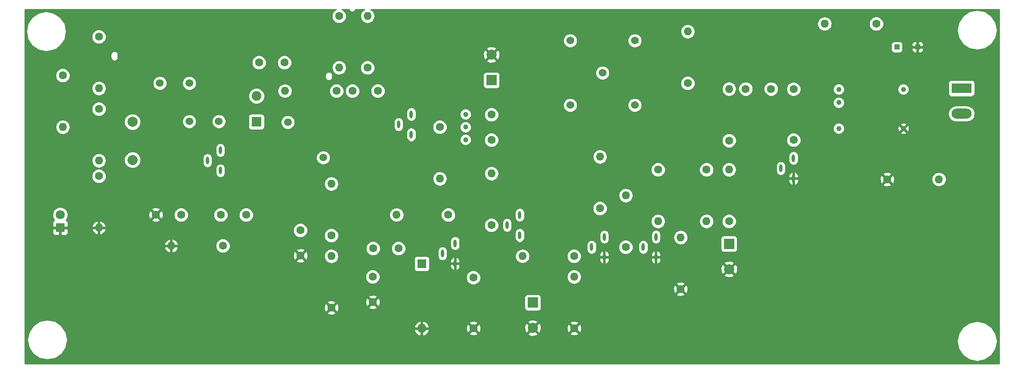
<source format=gbr>
G04 #@! TF.FileFunction,Copper,L2,Bot,Signal*
%FSLAX46Y46*%
G04 Gerber Fmt 4.6, Leading zero omitted, Abs format (unit mm)*
G04 Created by KiCad (PCBNEW 4.0.5) date 06/17/17 09:26:11*
%MOMM*%
%LPD*%
G01*
G04 APERTURE LIST*
%ADD10C,0.100000*%
%ADD11R,1.000000X1.000000*%
%ADD12C,1.524000*%
%ADD13C,2.000000*%
%ADD14C,1.600000*%
%ADD15R,2.000000X2.000000*%
%ADD16R,1.905000X1.905000*%
%ADD17C,1.905000*%
%ADD18C,1.000000*%
%ADD19R,1.800000X1.800000*%
%ADD20C,1.800000*%
%ADD21R,3.960000X1.980000*%
%ADD22O,3.960000X1.980000*%
%ADD23O,1.600000X1.600000*%
%ADD24O,0.600000X1.500000*%
%ADD25O,1.800000X1.800000*%
%ADD26C,0.254000*%
G04 APERTURE END LIST*
D10*
D11*
X223012000Y-64008000D03*
D12*
X171450000Y-62738000D03*
X158750000Y-62738000D03*
X165100000Y-69088000D03*
X171450000Y-75438000D03*
X158750000Y-75438000D03*
D13*
X72644000Y-78740000D03*
X72644000Y-86240000D03*
D14*
X82216000Y-97028000D03*
X77216000Y-97028000D03*
X102536000Y-67056000D03*
X97536000Y-67056000D03*
X94996000Y-97028000D03*
X89996000Y-97028000D03*
X105664000Y-100076000D03*
X105664000Y-105076000D03*
X120904000Y-72644000D03*
X115904000Y-72644000D03*
X119888000Y-109220000D03*
X119888000Y-114220000D03*
X124968000Y-103632000D03*
X119968000Y-103632000D03*
D15*
X143256000Y-70532000D03*
D13*
X143256000Y-65532000D03*
D14*
X143256000Y-77296000D03*
X143256000Y-82296000D03*
X139700000Y-109380000D03*
X139700000Y-119380000D03*
D15*
X151384000Y-114300000D03*
D13*
X151384000Y-119300000D03*
D15*
X189992000Y-102743000D03*
D13*
X189992000Y-107743000D03*
D14*
X198247000Y-72263000D03*
X193247000Y-72263000D03*
X202692000Y-72296000D03*
X202692000Y-82296000D03*
D11*
X227076000Y-64008000D03*
D16*
X97028000Y-78740000D03*
D17*
X97028000Y-73660000D03*
D12*
X110160000Y-85776000D03*
X110160000Y-85776000D03*
X103200000Y-78816000D03*
D18*
X138176000Y-82256000D03*
X138176000Y-79756000D03*
X138176000Y-77256000D03*
D19*
X58420000Y-99568000D03*
D20*
X58420000Y-97028000D03*
D21*
X235712000Y-72136000D03*
D22*
X235712000Y-77136000D03*
D14*
X66040000Y-61976000D03*
D23*
X66040000Y-72136000D03*
D14*
X66040000Y-76200000D03*
D23*
X66040000Y-86360000D03*
D14*
X66040000Y-89408000D03*
D23*
X66040000Y-99568000D03*
D14*
X90424000Y-103124000D03*
D23*
X80264000Y-103124000D03*
D14*
X112776000Y-72644000D03*
D23*
X102616000Y-72644000D03*
D14*
X113284000Y-57912000D03*
D23*
X113284000Y-68072000D03*
D14*
X118872000Y-68072000D03*
D23*
X118872000Y-57912000D03*
D14*
X111760000Y-101092000D03*
D23*
X111760000Y-90932000D03*
D14*
X111760000Y-115316000D03*
D23*
X111760000Y-105156000D03*
D14*
X134747000Y-97028000D03*
D23*
X124587000Y-97028000D03*
D14*
X133096000Y-79756000D03*
D23*
X133096000Y-89916000D03*
D14*
X143256000Y-99060000D03*
D23*
X143256000Y-88900000D03*
D14*
X164592000Y-95758000D03*
D23*
X164592000Y-85598000D03*
D14*
X159512000Y-105156000D03*
D23*
X149352000Y-105156000D03*
D14*
X159512000Y-119380000D03*
D23*
X159512000Y-109220000D03*
D14*
X176022000Y-88138000D03*
D23*
X176022000Y-98298000D03*
D14*
X169672000Y-103378000D03*
D23*
X169672000Y-93218000D03*
D14*
X181864000Y-71120000D03*
D23*
X181864000Y-60960000D03*
D14*
X180467000Y-111633000D03*
D23*
X180467000Y-101473000D03*
D14*
X185547000Y-88138000D03*
D23*
X185547000Y-98298000D03*
D14*
X189992000Y-82423000D03*
D23*
X189992000Y-72263000D03*
D14*
X189992000Y-98298000D03*
D23*
X189992000Y-88138000D03*
D14*
X221107000Y-90043000D03*
D23*
X231267000Y-90043000D03*
D14*
X218948000Y-59436000D03*
D23*
X208788000Y-59436000D03*
D14*
X58928000Y-69596000D03*
D23*
X58928000Y-79756000D03*
D24*
X89916000Y-88328000D03*
X89916000Y-84328000D03*
X87416000Y-86328000D03*
X127484000Y-81248000D03*
X127484000Y-77248000D03*
X124984000Y-79248000D03*
X136104000Y-106648000D03*
X136104000Y-102648000D03*
X133604000Y-104648000D03*
X148820000Y-101060000D03*
X148820000Y-97060000D03*
X146320000Y-99060000D03*
X165457000Y-105378000D03*
X165457000Y-101378000D03*
X162957000Y-103378000D03*
X175617000Y-105378000D03*
X175617000Y-101378000D03*
X173117000Y-103378000D03*
X202668000Y-89884000D03*
X202668000Y-85884000D03*
X200168000Y-87884000D03*
D12*
X78020000Y-71120000D03*
X89620000Y-78640000D03*
X83820000Y-78640000D03*
X83820000Y-71120000D03*
D18*
X224282000Y-80050000D03*
X224282000Y-72350000D03*
X211582000Y-72350000D03*
X211582000Y-74930000D03*
X211582000Y-80050000D03*
D19*
X129540000Y-106680000D03*
D25*
X129540000Y-119380000D03*
D26*
G36*
X112472200Y-56694757D02*
X112068176Y-57098077D01*
X111849250Y-57625309D01*
X111848752Y-58196187D01*
X112066757Y-58723800D01*
X112470077Y-59127824D01*
X112997309Y-59346750D01*
X113568187Y-59347248D01*
X114095800Y-59129243D01*
X114499824Y-58725923D01*
X114718750Y-58198691D01*
X114719248Y-57627813D01*
X114501243Y-57100200D01*
X114097923Y-56696176D01*
X113842223Y-56590000D01*
X115154181Y-56590000D01*
X115168046Y-56659705D01*
X115321954Y-56890046D01*
X115552295Y-57043954D01*
X115824000Y-57098000D01*
X116095705Y-57043954D01*
X116326046Y-56890046D01*
X116479954Y-56659705D01*
X116493819Y-56590000D01*
X118275137Y-56590000D01*
X117857302Y-56869189D01*
X117546233Y-57334736D01*
X117437000Y-57883887D01*
X117437000Y-57940113D01*
X117546233Y-58489264D01*
X117857302Y-58954811D01*
X118322849Y-59265880D01*
X118872000Y-59375113D01*
X119421151Y-59265880D01*
X119886698Y-58954811D01*
X120197767Y-58489264D01*
X120307000Y-57940113D01*
X120307000Y-57883887D01*
X120197767Y-57334736D01*
X119886698Y-56869189D01*
X119468863Y-56590000D01*
X243130000Y-56590000D01*
X243130000Y-126290000D01*
X51510000Y-126290000D01*
X51510000Y-121616787D01*
X51917213Y-121616787D01*
X52218862Y-123133280D01*
X53077886Y-124418901D01*
X54363507Y-125277925D01*
X55880000Y-125579574D01*
X57396493Y-125277925D01*
X58682114Y-124418901D01*
X59541138Y-123133280D01*
X59782474Y-121920000D01*
X234797213Y-121920000D01*
X235098862Y-123436493D01*
X235957886Y-124722114D01*
X237243507Y-125581138D01*
X238760000Y-125882787D01*
X240276493Y-125581138D01*
X241562114Y-124722114D01*
X242421138Y-123436493D01*
X242722787Y-121920000D01*
X242421138Y-120403507D01*
X241562114Y-119117886D01*
X240276493Y-118258862D01*
X238760000Y-117957213D01*
X237243507Y-118258862D01*
X235957886Y-119117886D01*
X235098862Y-120403507D01*
X234797213Y-121920000D01*
X59782474Y-121920000D01*
X59842787Y-121616787D01*
X59541138Y-120100294D01*
X59303566Y-119744742D01*
X128048954Y-119744742D01*
X128302034Y-120287576D01*
X128743583Y-120692240D01*
X129175260Y-120871036D01*
X129413000Y-120750378D01*
X129413000Y-119507000D01*
X129667000Y-119507000D01*
X129667000Y-120750378D01*
X129904740Y-120871036D01*
X130336417Y-120692240D01*
X130668666Y-120387745D01*
X138871861Y-120387745D01*
X138945995Y-120633864D01*
X139483223Y-120826965D01*
X140053454Y-120799778D01*
X140454005Y-120633864D01*
X140508624Y-120452532D01*
X150411073Y-120452532D01*
X150509736Y-120719387D01*
X151119461Y-120945908D01*
X151769460Y-120921856D01*
X152258264Y-120719387D01*
X152356927Y-120452532D01*
X152292140Y-120387745D01*
X158683861Y-120387745D01*
X158757995Y-120633864D01*
X159295223Y-120826965D01*
X159865454Y-120799778D01*
X160266005Y-120633864D01*
X160340139Y-120387745D01*
X159512000Y-119559605D01*
X158683861Y-120387745D01*
X152292140Y-120387745D01*
X151384000Y-119479605D01*
X150411073Y-120452532D01*
X140508624Y-120452532D01*
X140528139Y-120387745D01*
X139700000Y-119559605D01*
X138871861Y-120387745D01*
X130668666Y-120387745D01*
X130777966Y-120287576D01*
X131031046Y-119744742D01*
X130910997Y-119507000D01*
X129667000Y-119507000D01*
X129413000Y-119507000D01*
X128169003Y-119507000D01*
X128048954Y-119744742D01*
X59303566Y-119744742D01*
X58816141Y-119015258D01*
X128048954Y-119015258D01*
X128169003Y-119253000D01*
X129413000Y-119253000D01*
X129413000Y-118009622D01*
X129667000Y-118009622D01*
X129667000Y-119253000D01*
X130910997Y-119253000D01*
X130956330Y-119163223D01*
X138253035Y-119163223D01*
X138280222Y-119733454D01*
X138446136Y-120134005D01*
X138692255Y-120208139D01*
X139520395Y-119380000D01*
X139879605Y-119380000D01*
X140707745Y-120208139D01*
X140953864Y-120134005D01*
X141146965Y-119596777D01*
X141120204Y-119035461D01*
X149738092Y-119035461D01*
X149762144Y-119685460D01*
X149964613Y-120174264D01*
X150231468Y-120272927D01*
X151204395Y-119300000D01*
X151563605Y-119300000D01*
X152536532Y-120272927D01*
X152803387Y-120174264D01*
X153029908Y-119564539D01*
X153015059Y-119163223D01*
X158065035Y-119163223D01*
X158092222Y-119733454D01*
X158258136Y-120134005D01*
X158504255Y-120208139D01*
X159332395Y-119380000D01*
X159691605Y-119380000D01*
X160519745Y-120208139D01*
X160765864Y-120134005D01*
X160958965Y-119596777D01*
X160931778Y-119026546D01*
X160765864Y-118625995D01*
X160519745Y-118551861D01*
X159691605Y-119380000D01*
X159332395Y-119380000D01*
X158504255Y-118551861D01*
X158258136Y-118625995D01*
X158065035Y-119163223D01*
X153015059Y-119163223D01*
X153005856Y-118914540D01*
X152803387Y-118425736D01*
X152658737Y-118372255D01*
X158683861Y-118372255D01*
X159512000Y-119200395D01*
X160340139Y-118372255D01*
X160266005Y-118126136D01*
X159728777Y-117933035D01*
X159158546Y-117960222D01*
X158757995Y-118126136D01*
X158683861Y-118372255D01*
X152658737Y-118372255D01*
X152536532Y-118327073D01*
X151563605Y-119300000D01*
X151204395Y-119300000D01*
X150231468Y-118327073D01*
X149964613Y-118425736D01*
X149738092Y-119035461D01*
X141120204Y-119035461D01*
X141119778Y-119026546D01*
X140953864Y-118625995D01*
X140707745Y-118551861D01*
X139879605Y-119380000D01*
X139520395Y-119380000D01*
X138692255Y-118551861D01*
X138446136Y-118625995D01*
X138253035Y-119163223D01*
X130956330Y-119163223D01*
X131031046Y-119015258D01*
X130777966Y-118472424D01*
X130668667Y-118372255D01*
X138871861Y-118372255D01*
X139700000Y-119200395D01*
X140528139Y-118372255D01*
X140460431Y-118147468D01*
X150411073Y-118147468D01*
X151384000Y-119120395D01*
X152356927Y-118147468D01*
X152258264Y-117880613D01*
X151648539Y-117654092D01*
X150998540Y-117678144D01*
X150509736Y-117880613D01*
X150411073Y-118147468D01*
X140460431Y-118147468D01*
X140454005Y-118126136D01*
X139916777Y-117933035D01*
X139346546Y-117960222D01*
X138945995Y-118126136D01*
X138871861Y-118372255D01*
X130668667Y-118372255D01*
X130336417Y-118067760D01*
X129904740Y-117888964D01*
X129667000Y-118009622D01*
X129413000Y-118009622D01*
X129175260Y-117888964D01*
X128743583Y-118067760D01*
X128302034Y-118472424D01*
X128048954Y-119015258D01*
X58816141Y-119015258D01*
X58682114Y-118814673D01*
X57396493Y-117955649D01*
X55880000Y-117654000D01*
X54363507Y-117955649D01*
X53077886Y-118814673D01*
X52218862Y-120100294D01*
X51917213Y-121616787D01*
X51510000Y-121616787D01*
X51510000Y-116323745D01*
X110931861Y-116323745D01*
X111005995Y-116569864D01*
X111543223Y-116762965D01*
X112113454Y-116735778D01*
X112514005Y-116569864D01*
X112588139Y-116323745D01*
X111760000Y-115495605D01*
X110931861Y-116323745D01*
X51510000Y-116323745D01*
X51510000Y-115099223D01*
X110313035Y-115099223D01*
X110340222Y-115669454D01*
X110506136Y-116070005D01*
X110752255Y-116144139D01*
X111580395Y-115316000D01*
X111939605Y-115316000D01*
X112767745Y-116144139D01*
X113013864Y-116070005D01*
X113206965Y-115532777D01*
X113192422Y-115227745D01*
X119059861Y-115227745D01*
X119133995Y-115473864D01*
X119671223Y-115666965D01*
X120241454Y-115639778D01*
X120642005Y-115473864D01*
X120716139Y-115227745D01*
X119888000Y-114399605D01*
X119059861Y-115227745D01*
X113192422Y-115227745D01*
X113179778Y-114962546D01*
X113013864Y-114561995D01*
X112767745Y-114487861D01*
X111939605Y-115316000D01*
X111580395Y-115316000D01*
X110752255Y-114487861D01*
X110506136Y-114561995D01*
X110313035Y-115099223D01*
X51510000Y-115099223D01*
X51510000Y-114308255D01*
X110931861Y-114308255D01*
X111760000Y-115136395D01*
X112588139Y-114308255D01*
X112514005Y-114062136D01*
X112350103Y-114003223D01*
X118441035Y-114003223D01*
X118468222Y-114573454D01*
X118634136Y-114974005D01*
X118880255Y-115048139D01*
X119708395Y-114220000D01*
X120067605Y-114220000D01*
X120895745Y-115048139D01*
X121141864Y-114974005D01*
X121334965Y-114436777D01*
X121307778Y-113866546D01*
X121141864Y-113465995D01*
X120895745Y-113391861D01*
X120067605Y-114220000D01*
X119708395Y-114220000D01*
X118880255Y-113391861D01*
X118634136Y-113465995D01*
X118441035Y-114003223D01*
X112350103Y-114003223D01*
X111976777Y-113869035D01*
X111406546Y-113896222D01*
X111005995Y-114062136D01*
X110931861Y-114308255D01*
X51510000Y-114308255D01*
X51510000Y-113212255D01*
X119059861Y-113212255D01*
X119888000Y-114040395D01*
X120628394Y-113300000D01*
X149736560Y-113300000D01*
X149736560Y-115300000D01*
X149780838Y-115535317D01*
X149919910Y-115751441D01*
X150132110Y-115896431D01*
X150384000Y-115947440D01*
X152384000Y-115947440D01*
X152619317Y-115903162D01*
X152835441Y-115764090D01*
X152980431Y-115551890D01*
X153031440Y-115300000D01*
X153031440Y-113300000D01*
X152987162Y-113064683D01*
X152848090Y-112848559D01*
X152635890Y-112703569D01*
X152384000Y-112652560D01*
X150384000Y-112652560D01*
X150148683Y-112696838D01*
X149932559Y-112835910D01*
X149787569Y-113048110D01*
X149736560Y-113300000D01*
X120628394Y-113300000D01*
X120716139Y-113212255D01*
X120642005Y-112966136D01*
X120104777Y-112773035D01*
X119534546Y-112800222D01*
X119133995Y-112966136D01*
X119059861Y-113212255D01*
X51510000Y-113212255D01*
X51510000Y-112640745D01*
X179638861Y-112640745D01*
X179712995Y-112886864D01*
X180250223Y-113079965D01*
X180820454Y-113052778D01*
X181221005Y-112886864D01*
X181295139Y-112640745D01*
X180467000Y-111812605D01*
X179638861Y-112640745D01*
X51510000Y-112640745D01*
X51510000Y-111416223D01*
X179020035Y-111416223D01*
X179047222Y-111986454D01*
X179213136Y-112387005D01*
X179459255Y-112461139D01*
X180287395Y-111633000D01*
X180646605Y-111633000D01*
X181474745Y-112461139D01*
X181720864Y-112387005D01*
X181913965Y-111849777D01*
X181886778Y-111279546D01*
X181720864Y-110878995D01*
X181474745Y-110804861D01*
X180646605Y-111633000D01*
X180287395Y-111633000D01*
X179459255Y-110804861D01*
X179213136Y-110878995D01*
X179020035Y-111416223D01*
X51510000Y-111416223D01*
X51510000Y-109504187D01*
X118452752Y-109504187D01*
X118670757Y-110031800D01*
X119074077Y-110435824D01*
X119601309Y-110654750D01*
X120172187Y-110655248D01*
X120699800Y-110437243D01*
X121103824Y-110033923D01*
X121257351Y-109664187D01*
X138264752Y-109664187D01*
X138482757Y-110191800D01*
X138886077Y-110595824D01*
X139413309Y-110814750D01*
X139984187Y-110815248D01*
X140511800Y-110597243D01*
X140915824Y-110193923D01*
X141134750Y-109666691D01*
X141135164Y-109191887D01*
X158077000Y-109191887D01*
X158077000Y-109248113D01*
X158186233Y-109797264D01*
X158497302Y-110262811D01*
X158962849Y-110573880D01*
X159512000Y-110683113D01*
X159802871Y-110625255D01*
X179638861Y-110625255D01*
X180467000Y-111453395D01*
X181295139Y-110625255D01*
X181221005Y-110379136D01*
X180683777Y-110186035D01*
X180113546Y-110213222D01*
X179712995Y-110379136D01*
X179638861Y-110625255D01*
X159802871Y-110625255D01*
X160061151Y-110573880D01*
X160526698Y-110262811D01*
X160837767Y-109797264D01*
X160947000Y-109248113D01*
X160947000Y-109191887D01*
X160888052Y-108895532D01*
X189019073Y-108895532D01*
X189117736Y-109162387D01*
X189727461Y-109388908D01*
X190377460Y-109364856D01*
X190866264Y-109162387D01*
X190964927Y-108895532D01*
X189992000Y-107922605D01*
X189019073Y-108895532D01*
X160888052Y-108895532D01*
X160837767Y-108642736D01*
X160526698Y-108177189D01*
X160061151Y-107866120D01*
X159512000Y-107756887D01*
X158962849Y-107866120D01*
X158497302Y-108177189D01*
X158186233Y-108642736D01*
X158077000Y-109191887D01*
X141135164Y-109191887D01*
X141135248Y-109095813D01*
X140917243Y-108568200D01*
X140513923Y-108164176D01*
X139986691Y-107945250D01*
X139415813Y-107944752D01*
X138888200Y-108162757D01*
X138484176Y-108566077D01*
X138265250Y-109093309D01*
X138264752Y-109664187D01*
X121257351Y-109664187D01*
X121322750Y-109506691D01*
X121323248Y-108935813D01*
X121105243Y-108408200D01*
X120701923Y-108004176D01*
X120174691Y-107785250D01*
X119603813Y-107784752D01*
X119076200Y-108002757D01*
X118672176Y-108406077D01*
X118453250Y-108933309D01*
X118452752Y-109504187D01*
X51510000Y-109504187D01*
X51510000Y-106083745D01*
X104835861Y-106083745D01*
X104909995Y-106329864D01*
X105447223Y-106522965D01*
X106017454Y-106495778D01*
X106418005Y-106329864D01*
X106492139Y-106083745D01*
X105664000Y-105255605D01*
X104835861Y-106083745D01*
X51510000Y-106083745D01*
X51510000Y-104859223D01*
X104217035Y-104859223D01*
X104244222Y-105429454D01*
X104410136Y-105830005D01*
X104656255Y-105904139D01*
X105484395Y-105076000D01*
X105843605Y-105076000D01*
X106671745Y-105904139D01*
X106917864Y-105830005D01*
X107110965Y-105292777D01*
X107103104Y-105127887D01*
X110325000Y-105127887D01*
X110325000Y-105184113D01*
X110434233Y-105733264D01*
X110745302Y-106198811D01*
X111210849Y-106509880D01*
X111760000Y-106619113D01*
X112309151Y-106509880D01*
X112774698Y-106198811D01*
X113054538Y-105780000D01*
X127992560Y-105780000D01*
X127992560Y-107580000D01*
X128036838Y-107815317D01*
X128175910Y-108031441D01*
X128388110Y-108176431D01*
X128640000Y-108227440D01*
X130440000Y-108227440D01*
X130675317Y-108183162D01*
X130891441Y-108044090D01*
X131036431Y-107831890D01*
X131087440Y-107580000D01*
X131087440Y-106775000D01*
X135169000Y-106775000D01*
X135169000Y-107225000D01*
X135288773Y-107573142D01*
X135532657Y-107848948D01*
X135833653Y-107993063D01*
X135977000Y-107863790D01*
X135977000Y-106775000D01*
X136231000Y-106775000D01*
X136231000Y-107863790D01*
X136374347Y-107993063D01*
X136675343Y-107848948D01*
X136919227Y-107573142D01*
X136951800Y-107478461D01*
X188346092Y-107478461D01*
X188370144Y-108128460D01*
X188572613Y-108617264D01*
X188839468Y-108715927D01*
X189812395Y-107743000D01*
X190171605Y-107743000D01*
X191144532Y-108715927D01*
X191411387Y-108617264D01*
X191637908Y-108007539D01*
X191613856Y-107357540D01*
X191411387Y-106868736D01*
X191144532Y-106770073D01*
X190171605Y-107743000D01*
X189812395Y-107743000D01*
X188839468Y-106770073D01*
X188572613Y-106868736D01*
X188346092Y-107478461D01*
X136951800Y-107478461D01*
X137039000Y-107225000D01*
X137039000Y-106775000D01*
X136231000Y-106775000D01*
X135977000Y-106775000D01*
X135169000Y-106775000D01*
X131087440Y-106775000D01*
X131087440Y-106071000D01*
X135169000Y-106071000D01*
X135169000Y-106521000D01*
X135977000Y-106521000D01*
X135977000Y-105432210D01*
X136231000Y-105432210D01*
X136231000Y-106521000D01*
X137039000Y-106521000D01*
X137039000Y-106071000D01*
X136919227Y-105722858D01*
X136675343Y-105447052D01*
X136374347Y-105302937D01*
X136231000Y-105432210D01*
X135977000Y-105432210D01*
X135833653Y-105302937D01*
X135532657Y-105447052D01*
X135288773Y-105722858D01*
X135169000Y-106071000D01*
X131087440Y-106071000D01*
X131087440Y-105780000D01*
X131043162Y-105544683D01*
X130904090Y-105328559D01*
X130691890Y-105183569D01*
X130440000Y-105132560D01*
X128640000Y-105132560D01*
X128404683Y-105176838D01*
X128188559Y-105315910D01*
X128043569Y-105528110D01*
X127992560Y-105780000D01*
X113054538Y-105780000D01*
X113085767Y-105733264D01*
X113195000Y-105184113D01*
X113195000Y-105127887D01*
X113085767Y-104578736D01*
X112774698Y-104113189D01*
X112479865Y-103916187D01*
X118532752Y-103916187D01*
X118750757Y-104443800D01*
X119154077Y-104847824D01*
X119681309Y-105066750D01*
X120252187Y-105067248D01*
X120779800Y-104849243D01*
X121183824Y-104445923D01*
X121402750Y-103918691D01*
X121402752Y-103916187D01*
X123532752Y-103916187D01*
X123750757Y-104443800D01*
X124154077Y-104847824D01*
X124681309Y-105066750D01*
X125252187Y-105067248D01*
X125779800Y-104849243D01*
X126183824Y-104445923D01*
X126298037Y-104170866D01*
X132669000Y-104170866D01*
X132669000Y-105125134D01*
X132740173Y-105482943D01*
X132942855Y-105786279D01*
X133246191Y-105988961D01*
X133604000Y-106060134D01*
X133961809Y-105988961D01*
X134265145Y-105786279D01*
X134467827Y-105482943D01*
X134532860Y-105156000D01*
X147888887Y-105156000D01*
X147998120Y-105705151D01*
X148309189Y-106170698D01*
X148774736Y-106481767D01*
X149323887Y-106591000D01*
X149380113Y-106591000D01*
X149929264Y-106481767D01*
X150394811Y-106170698D01*
X150705880Y-105705151D01*
X150758584Y-105440187D01*
X158076752Y-105440187D01*
X158294757Y-105967800D01*
X158698077Y-106371824D01*
X159225309Y-106590750D01*
X159796187Y-106591248D01*
X160323800Y-106373243D01*
X160727824Y-105969923D01*
X160920877Y-105505000D01*
X164522000Y-105505000D01*
X164522000Y-105955000D01*
X164641773Y-106303142D01*
X164885657Y-106578948D01*
X165186653Y-106723063D01*
X165330000Y-106593790D01*
X165330000Y-105505000D01*
X165584000Y-105505000D01*
X165584000Y-106593790D01*
X165727347Y-106723063D01*
X166028343Y-106578948D01*
X166272227Y-106303142D01*
X166392000Y-105955000D01*
X166392000Y-105505000D01*
X174682000Y-105505000D01*
X174682000Y-105955000D01*
X174801773Y-106303142D01*
X175045657Y-106578948D01*
X175346653Y-106723063D01*
X175490000Y-106593790D01*
X175490000Y-105505000D01*
X175744000Y-105505000D01*
X175744000Y-106593790D01*
X175887347Y-106723063D01*
X176164282Y-106590468D01*
X189019073Y-106590468D01*
X189992000Y-107563395D01*
X190964927Y-106590468D01*
X190866264Y-106323613D01*
X190256539Y-106097092D01*
X189606540Y-106121144D01*
X189117736Y-106323613D01*
X189019073Y-106590468D01*
X176164282Y-106590468D01*
X176188343Y-106578948D01*
X176432227Y-106303142D01*
X176552000Y-105955000D01*
X176552000Y-105505000D01*
X175744000Y-105505000D01*
X175490000Y-105505000D01*
X174682000Y-105505000D01*
X166392000Y-105505000D01*
X165584000Y-105505000D01*
X165330000Y-105505000D01*
X164522000Y-105505000D01*
X160920877Y-105505000D01*
X160946750Y-105442691D01*
X160947248Y-104871813D01*
X160917989Y-104801000D01*
X164522000Y-104801000D01*
X164522000Y-105251000D01*
X165330000Y-105251000D01*
X165330000Y-104162210D01*
X165584000Y-104162210D01*
X165584000Y-105251000D01*
X166392000Y-105251000D01*
X166392000Y-104801000D01*
X166272227Y-104452858D01*
X166028343Y-104177052D01*
X165727347Y-104032937D01*
X165584000Y-104162210D01*
X165330000Y-104162210D01*
X165186653Y-104032937D01*
X164885657Y-104177052D01*
X164641773Y-104452858D01*
X164522000Y-104801000D01*
X160917989Y-104801000D01*
X160729243Y-104344200D01*
X160325923Y-103940176D01*
X159798691Y-103721250D01*
X159227813Y-103720752D01*
X158700200Y-103938757D01*
X158296176Y-104342077D01*
X158077250Y-104869309D01*
X158076752Y-105440187D01*
X150758584Y-105440187D01*
X150815113Y-105156000D01*
X150705880Y-104606849D01*
X150394811Y-104141302D01*
X149929264Y-103830233D01*
X149380113Y-103721000D01*
X149323887Y-103721000D01*
X148774736Y-103830233D01*
X148309189Y-104141302D01*
X147998120Y-104606849D01*
X147888887Y-105156000D01*
X134532860Y-105156000D01*
X134539000Y-105125134D01*
X134539000Y-104170866D01*
X134467827Y-103813057D01*
X134265145Y-103509721D01*
X133961809Y-103307039D01*
X133604000Y-103235866D01*
X133246191Y-103307039D01*
X132942855Y-103509721D01*
X132740173Y-103813057D01*
X132669000Y-104170866D01*
X126298037Y-104170866D01*
X126402750Y-103918691D01*
X126403248Y-103347813D01*
X126185243Y-102820200D01*
X125781923Y-102416176D01*
X125254691Y-102197250D01*
X124683813Y-102196752D01*
X124156200Y-102414757D01*
X123752176Y-102818077D01*
X123533250Y-103345309D01*
X123532752Y-103916187D01*
X121402752Y-103916187D01*
X121403248Y-103347813D01*
X121185243Y-102820200D01*
X120781923Y-102416176D01*
X120254691Y-102197250D01*
X119683813Y-102196752D01*
X119156200Y-102414757D01*
X118752176Y-102818077D01*
X118533250Y-103345309D01*
X118532752Y-103916187D01*
X112479865Y-103916187D01*
X112309151Y-103802120D01*
X111760000Y-103692887D01*
X111210849Y-103802120D01*
X110745302Y-104113189D01*
X110434233Y-104578736D01*
X110325000Y-105127887D01*
X107103104Y-105127887D01*
X107083778Y-104722546D01*
X106917864Y-104321995D01*
X106671745Y-104247861D01*
X105843605Y-105076000D01*
X105484395Y-105076000D01*
X104656255Y-104247861D01*
X104410136Y-104321995D01*
X104217035Y-104859223D01*
X51510000Y-104859223D01*
X51510000Y-103473039D01*
X78872096Y-103473039D01*
X79032959Y-103861423D01*
X79408866Y-104276389D01*
X79914959Y-104515914D01*
X80137000Y-104394629D01*
X80137000Y-103251000D01*
X80391000Y-103251000D01*
X80391000Y-104394629D01*
X80613041Y-104515914D01*
X81119134Y-104276389D01*
X81495041Y-103861423D01*
X81655904Y-103473039D01*
X81620275Y-103408187D01*
X88988752Y-103408187D01*
X89206757Y-103935800D01*
X89610077Y-104339824D01*
X90137309Y-104558750D01*
X90708187Y-104559248D01*
X91235800Y-104341243D01*
X91509264Y-104068255D01*
X104835861Y-104068255D01*
X105664000Y-104896395D01*
X106492139Y-104068255D01*
X106418005Y-103822136D01*
X105880777Y-103629035D01*
X105310546Y-103656222D01*
X104909995Y-103822136D01*
X104835861Y-104068255D01*
X91509264Y-104068255D01*
X91639824Y-103937923D01*
X91858750Y-103410691D01*
X91859248Y-102839813D01*
X91641243Y-102312200D01*
X91237923Y-101908176D01*
X90710691Y-101689250D01*
X90139813Y-101688752D01*
X89612200Y-101906757D01*
X89208176Y-102310077D01*
X88989250Y-102837309D01*
X88988752Y-103408187D01*
X81620275Y-103408187D01*
X81533915Y-103251000D01*
X80391000Y-103251000D01*
X80137000Y-103251000D01*
X78994085Y-103251000D01*
X78872096Y-103473039D01*
X51510000Y-103473039D01*
X51510000Y-102774961D01*
X78872096Y-102774961D01*
X78994085Y-102997000D01*
X80137000Y-102997000D01*
X80137000Y-101853371D01*
X80391000Y-101853371D01*
X80391000Y-102997000D01*
X81533915Y-102997000D01*
X81655904Y-102774961D01*
X81495041Y-102386577D01*
X81119134Y-101971611D01*
X80613041Y-101732086D01*
X80391000Y-101853371D01*
X80137000Y-101853371D01*
X79914959Y-101732086D01*
X79408866Y-101971611D01*
X79032959Y-102386577D01*
X78872096Y-102774961D01*
X51510000Y-102774961D01*
X51510000Y-99853750D01*
X56885000Y-99853750D01*
X56885000Y-100594309D01*
X56981673Y-100827698D01*
X57160301Y-101006327D01*
X57393690Y-101103000D01*
X58134250Y-101103000D01*
X58293000Y-100944250D01*
X58293000Y-99695000D01*
X58547000Y-99695000D01*
X58547000Y-100944250D01*
X58705750Y-101103000D01*
X59446310Y-101103000D01*
X59679699Y-101006327D01*
X59858327Y-100827698D01*
X59955000Y-100594309D01*
X59955000Y-99917041D01*
X64648086Y-99917041D01*
X64887611Y-100423134D01*
X65302577Y-100799041D01*
X65690961Y-100959904D01*
X65913000Y-100837915D01*
X65913000Y-99695000D01*
X66167000Y-99695000D01*
X66167000Y-100837915D01*
X66389039Y-100959904D01*
X66777423Y-100799041D01*
X67192389Y-100423134D01*
X67222180Y-100360187D01*
X104228752Y-100360187D01*
X104446757Y-100887800D01*
X104850077Y-101291824D01*
X105377309Y-101510750D01*
X105948187Y-101511248D01*
X106275059Y-101376187D01*
X110324752Y-101376187D01*
X110542757Y-101903800D01*
X110946077Y-102307824D01*
X111473309Y-102526750D01*
X112044187Y-102527248D01*
X112571800Y-102309243D01*
X112710418Y-102170866D01*
X135169000Y-102170866D01*
X135169000Y-103125134D01*
X135240173Y-103482943D01*
X135442855Y-103786279D01*
X135746191Y-103988961D01*
X136104000Y-104060134D01*
X136461809Y-103988961D01*
X136765145Y-103786279D01*
X136967827Y-103482943D01*
X137039000Y-103125134D01*
X137039000Y-102900866D01*
X162022000Y-102900866D01*
X162022000Y-103855134D01*
X162093173Y-104212943D01*
X162295855Y-104516279D01*
X162599191Y-104718961D01*
X162957000Y-104790134D01*
X163314809Y-104718961D01*
X163618145Y-104516279D01*
X163820827Y-104212943D01*
X163892000Y-103855134D01*
X163892000Y-103662187D01*
X168236752Y-103662187D01*
X168454757Y-104189800D01*
X168858077Y-104593824D01*
X169385309Y-104812750D01*
X169956187Y-104813248D01*
X169985829Y-104801000D01*
X174682000Y-104801000D01*
X174682000Y-105251000D01*
X175490000Y-105251000D01*
X175490000Y-104162210D01*
X175744000Y-104162210D01*
X175744000Y-105251000D01*
X176552000Y-105251000D01*
X176552000Y-104801000D01*
X176432227Y-104452858D01*
X176188343Y-104177052D01*
X175887347Y-104032937D01*
X175744000Y-104162210D01*
X175490000Y-104162210D01*
X175346653Y-104032937D01*
X175045657Y-104177052D01*
X174801773Y-104452858D01*
X174682000Y-104801000D01*
X169985829Y-104801000D01*
X170483800Y-104595243D01*
X170887824Y-104191923D01*
X171106750Y-103664691D01*
X171107248Y-103093813D01*
X171027525Y-102900866D01*
X172182000Y-102900866D01*
X172182000Y-103855134D01*
X172253173Y-104212943D01*
X172455855Y-104516279D01*
X172759191Y-104718961D01*
X173117000Y-104790134D01*
X173474809Y-104718961D01*
X173778145Y-104516279D01*
X173980827Y-104212943D01*
X174052000Y-103855134D01*
X174052000Y-102900866D01*
X173980827Y-102543057D01*
X173778145Y-102239721D01*
X173474809Y-102037039D01*
X173117000Y-101965866D01*
X172759191Y-102037039D01*
X172455855Y-102239721D01*
X172253173Y-102543057D01*
X172182000Y-102900866D01*
X171027525Y-102900866D01*
X170889243Y-102566200D01*
X170485923Y-102162176D01*
X169958691Y-101943250D01*
X169387813Y-101942752D01*
X168860200Y-102160757D01*
X168456176Y-102564077D01*
X168237250Y-103091309D01*
X168236752Y-103662187D01*
X163892000Y-103662187D01*
X163892000Y-102900866D01*
X163820827Y-102543057D01*
X163618145Y-102239721D01*
X163314809Y-102037039D01*
X162957000Y-101965866D01*
X162599191Y-102037039D01*
X162295855Y-102239721D01*
X162093173Y-102543057D01*
X162022000Y-102900866D01*
X137039000Y-102900866D01*
X137039000Y-102170866D01*
X136967827Y-101813057D01*
X136765145Y-101509721D01*
X136461809Y-101307039D01*
X136104000Y-101235866D01*
X135746191Y-101307039D01*
X135442855Y-101509721D01*
X135240173Y-101813057D01*
X135169000Y-102170866D01*
X112710418Y-102170866D01*
X112975824Y-101905923D01*
X113194750Y-101378691D01*
X113195248Y-100807813D01*
X113102302Y-100582866D01*
X147885000Y-100582866D01*
X147885000Y-101537134D01*
X147956173Y-101894943D01*
X148158855Y-102198279D01*
X148462191Y-102400961D01*
X148820000Y-102472134D01*
X149177809Y-102400961D01*
X149481145Y-102198279D01*
X149683827Y-101894943D01*
X149755000Y-101537134D01*
X149755000Y-100900866D01*
X164522000Y-100900866D01*
X164522000Y-101855134D01*
X164593173Y-102212943D01*
X164795855Y-102516279D01*
X165099191Y-102718961D01*
X165457000Y-102790134D01*
X165814809Y-102718961D01*
X166118145Y-102516279D01*
X166320827Y-102212943D01*
X166392000Y-101855134D01*
X166392000Y-100900866D01*
X174682000Y-100900866D01*
X174682000Y-101855134D01*
X174753173Y-102212943D01*
X174955855Y-102516279D01*
X175259191Y-102718961D01*
X175617000Y-102790134D01*
X175974809Y-102718961D01*
X176278145Y-102516279D01*
X176480827Y-102212943D01*
X176552000Y-101855134D01*
X176552000Y-101444887D01*
X179032000Y-101444887D01*
X179032000Y-101501113D01*
X179141233Y-102050264D01*
X179452302Y-102515811D01*
X179917849Y-102826880D01*
X180467000Y-102936113D01*
X181016151Y-102826880D01*
X181481698Y-102515811D01*
X181792767Y-102050264D01*
X181853885Y-101743000D01*
X188344560Y-101743000D01*
X188344560Y-103743000D01*
X188388838Y-103978317D01*
X188527910Y-104194441D01*
X188740110Y-104339431D01*
X188992000Y-104390440D01*
X190992000Y-104390440D01*
X191227317Y-104346162D01*
X191443441Y-104207090D01*
X191588431Y-103994890D01*
X191639440Y-103743000D01*
X191639440Y-101743000D01*
X191595162Y-101507683D01*
X191456090Y-101291559D01*
X191243890Y-101146569D01*
X190992000Y-101095560D01*
X188992000Y-101095560D01*
X188756683Y-101139838D01*
X188540559Y-101278910D01*
X188395569Y-101491110D01*
X188344560Y-101743000D01*
X181853885Y-101743000D01*
X181902000Y-101501113D01*
X181902000Y-101444887D01*
X181792767Y-100895736D01*
X181481698Y-100430189D01*
X181016151Y-100119120D01*
X180467000Y-100009887D01*
X179917849Y-100119120D01*
X179452302Y-100430189D01*
X179141233Y-100895736D01*
X179032000Y-101444887D01*
X176552000Y-101444887D01*
X176552000Y-100900866D01*
X176480827Y-100543057D01*
X176278145Y-100239721D01*
X175974809Y-100037039D01*
X175617000Y-99965866D01*
X175259191Y-100037039D01*
X174955855Y-100239721D01*
X174753173Y-100543057D01*
X174682000Y-100900866D01*
X166392000Y-100900866D01*
X166320827Y-100543057D01*
X166118145Y-100239721D01*
X165814809Y-100037039D01*
X165457000Y-99965866D01*
X165099191Y-100037039D01*
X164795855Y-100239721D01*
X164593173Y-100543057D01*
X164522000Y-100900866D01*
X149755000Y-100900866D01*
X149755000Y-100582866D01*
X149683827Y-100225057D01*
X149481145Y-99921721D01*
X149177809Y-99719039D01*
X148820000Y-99647866D01*
X148462191Y-99719039D01*
X148158855Y-99921721D01*
X147956173Y-100225057D01*
X147885000Y-100582866D01*
X113102302Y-100582866D01*
X112977243Y-100280200D01*
X112573923Y-99876176D01*
X112046691Y-99657250D01*
X111475813Y-99656752D01*
X110948200Y-99874757D01*
X110544176Y-100278077D01*
X110325250Y-100805309D01*
X110324752Y-101376187D01*
X106275059Y-101376187D01*
X106475800Y-101293243D01*
X106879824Y-100889923D01*
X107098750Y-100362691D01*
X107099248Y-99791813D01*
X106914293Y-99344187D01*
X141820752Y-99344187D01*
X142038757Y-99871800D01*
X142442077Y-100275824D01*
X142969309Y-100494750D01*
X143540187Y-100495248D01*
X144067800Y-100277243D01*
X144471824Y-99873923D01*
X144690750Y-99346691D01*
X144691248Y-98775813D01*
X144611525Y-98582866D01*
X145385000Y-98582866D01*
X145385000Y-99537134D01*
X145456173Y-99894943D01*
X145658855Y-100198279D01*
X145962191Y-100400961D01*
X146320000Y-100472134D01*
X146677809Y-100400961D01*
X146981145Y-100198279D01*
X147183827Y-99894943D01*
X147255000Y-99537134D01*
X147255000Y-98582866D01*
X147183827Y-98225057D01*
X146981145Y-97921721D01*
X146677809Y-97719039D01*
X146320000Y-97647866D01*
X145962191Y-97719039D01*
X145658855Y-97921721D01*
X145456173Y-98225057D01*
X145385000Y-98582866D01*
X144611525Y-98582866D01*
X144473243Y-98248200D01*
X144069923Y-97844176D01*
X143542691Y-97625250D01*
X142971813Y-97624752D01*
X142444200Y-97842757D01*
X142040176Y-98246077D01*
X141821250Y-98773309D01*
X141820752Y-99344187D01*
X106914293Y-99344187D01*
X106881243Y-99264200D01*
X106477923Y-98860176D01*
X105950691Y-98641250D01*
X105379813Y-98640752D01*
X104852200Y-98858757D01*
X104448176Y-99262077D01*
X104229250Y-99789309D01*
X104228752Y-100360187D01*
X67222180Y-100360187D01*
X67431914Y-99917041D01*
X67310629Y-99695000D01*
X66167000Y-99695000D01*
X65913000Y-99695000D01*
X64769371Y-99695000D01*
X64648086Y-99917041D01*
X59955000Y-99917041D01*
X59955000Y-99853750D01*
X59796250Y-99695000D01*
X58547000Y-99695000D01*
X58293000Y-99695000D01*
X57043750Y-99695000D01*
X56885000Y-99853750D01*
X51510000Y-99853750D01*
X51510000Y-97331991D01*
X56884735Y-97331991D01*
X57117932Y-97896371D01*
X57295092Y-98073841D01*
X57160301Y-98129673D01*
X56981673Y-98308302D01*
X56885000Y-98541691D01*
X56885000Y-99282250D01*
X57043750Y-99441000D01*
X58293000Y-99441000D01*
X58293000Y-99421000D01*
X58547000Y-99421000D01*
X58547000Y-99441000D01*
X59796250Y-99441000D01*
X59955000Y-99282250D01*
X59955000Y-99218959D01*
X64648086Y-99218959D01*
X64769371Y-99441000D01*
X65913000Y-99441000D01*
X65913000Y-98298085D01*
X66167000Y-98298085D01*
X66167000Y-99441000D01*
X67310629Y-99441000D01*
X67431914Y-99218959D01*
X67192389Y-98712866D01*
X66777423Y-98336959D01*
X66389039Y-98176096D01*
X66167000Y-98298085D01*
X65913000Y-98298085D01*
X65690961Y-98176096D01*
X65302577Y-98336959D01*
X64887611Y-98712866D01*
X64648086Y-99218959D01*
X59955000Y-99218959D01*
X59955000Y-98541691D01*
X59858327Y-98308302D01*
X59679699Y-98129673D01*
X59545006Y-98073881D01*
X59583208Y-98035745D01*
X76387861Y-98035745D01*
X76461995Y-98281864D01*
X76999223Y-98474965D01*
X77569454Y-98447778D01*
X77970005Y-98281864D01*
X78044139Y-98035745D01*
X77216000Y-97207605D01*
X76387861Y-98035745D01*
X59583208Y-98035745D01*
X59720551Y-97898643D01*
X59954733Y-97334670D01*
X59955189Y-96811223D01*
X75769035Y-96811223D01*
X75796222Y-97381454D01*
X75962136Y-97782005D01*
X76208255Y-97856139D01*
X77036395Y-97028000D01*
X77395605Y-97028000D01*
X78223745Y-97856139D01*
X78469864Y-97782005D01*
X78638735Y-97312187D01*
X80780752Y-97312187D01*
X80998757Y-97839800D01*
X81402077Y-98243824D01*
X81929309Y-98462750D01*
X82500187Y-98463248D01*
X83027800Y-98245243D01*
X83431824Y-97841923D01*
X83650750Y-97314691D01*
X83650752Y-97312187D01*
X88560752Y-97312187D01*
X88778757Y-97839800D01*
X89182077Y-98243824D01*
X89709309Y-98462750D01*
X90280187Y-98463248D01*
X90807800Y-98245243D01*
X91211824Y-97841923D01*
X91430750Y-97314691D01*
X91430752Y-97312187D01*
X93560752Y-97312187D01*
X93778757Y-97839800D01*
X94182077Y-98243824D01*
X94709309Y-98462750D01*
X95280187Y-98463248D01*
X95807800Y-98245243D01*
X96211824Y-97841923D01*
X96430750Y-97314691D01*
X96431000Y-97028000D01*
X123123887Y-97028000D01*
X123233120Y-97577151D01*
X123544189Y-98042698D01*
X124009736Y-98353767D01*
X124558887Y-98463000D01*
X124615113Y-98463000D01*
X125164264Y-98353767D01*
X125629811Y-98042698D01*
X125940880Y-97577151D01*
X125993584Y-97312187D01*
X133311752Y-97312187D01*
X133529757Y-97839800D01*
X133933077Y-98243824D01*
X134460309Y-98462750D01*
X135031187Y-98463248D01*
X135558800Y-98245243D01*
X135962824Y-97841923D01*
X136181750Y-97314691D01*
X136182248Y-96743813D01*
X136115747Y-96582866D01*
X147885000Y-96582866D01*
X147885000Y-97537134D01*
X147956173Y-97894943D01*
X148158855Y-98198279D01*
X148462191Y-98400961D01*
X148820000Y-98472134D01*
X149177809Y-98400961D01*
X149373975Y-98269887D01*
X174587000Y-98269887D01*
X174587000Y-98326113D01*
X174696233Y-98875264D01*
X175007302Y-99340811D01*
X175472849Y-99651880D01*
X176022000Y-99761113D01*
X176571151Y-99651880D01*
X177036698Y-99340811D01*
X177347767Y-98875264D01*
X177457000Y-98326113D01*
X177457000Y-98269887D01*
X184112000Y-98269887D01*
X184112000Y-98326113D01*
X184221233Y-98875264D01*
X184532302Y-99340811D01*
X184997849Y-99651880D01*
X185547000Y-99761113D01*
X186096151Y-99651880D01*
X186561698Y-99340811D01*
X186872767Y-98875264D01*
X186931063Y-98582187D01*
X188556752Y-98582187D01*
X188774757Y-99109800D01*
X189178077Y-99513824D01*
X189705309Y-99732750D01*
X190276187Y-99733248D01*
X190803800Y-99515243D01*
X191207824Y-99111923D01*
X191426750Y-98584691D01*
X191427248Y-98013813D01*
X191209243Y-97486200D01*
X190805923Y-97082176D01*
X190278691Y-96863250D01*
X189707813Y-96862752D01*
X189180200Y-97080757D01*
X188776176Y-97484077D01*
X188557250Y-98011309D01*
X188556752Y-98582187D01*
X186931063Y-98582187D01*
X186982000Y-98326113D01*
X186982000Y-98269887D01*
X186872767Y-97720736D01*
X186561698Y-97255189D01*
X186096151Y-96944120D01*
X185547000Y-96834887D01*
X184997849Y-96944120D01*
X184532302Y-97255189D01*
X184221233Y-97720736D01*
X184112000Y-98269887D01*
X177457000Y-98269887D01*
X177347767Y-97720736D01*
X177036698Y-97255189D01*
X176571151Y-96944120D01*
X176022000Y-96834887D01*
X175472849Y-96944120D01*
X175007302Y-97255189D01*
X174696233Y-97720736D01*
X174587000Y-98269887D01*
X149373975Y-98269887D01*
X149481145Y-98198279D01*
X149683827Y-97894943D01*
X149755000Y-97537134D01*
X149755000Y-96582866D01*
X149683827Y-96225057D01*
X149561638Y-96042187D01*
X163156752Y-96042187D01*
X163374757Y-96569800D01*
X163778077Y-96973824D01*
X164305309Y-97192750D01*
X164876187Y-97193248D01*
X165403800Y-96975243D01*
X165807824Y-96571923D01*
X166026750Y-96044691D01*
X166027248Y-95473813D01*
X165809243Y-94946200D01*
X165405923Y-94542176D01*
X164878691Y-94323250D01*
X164307813Y-94322752D01*
X163780200Y-94540757D01*
X163376176Y-94944077D01*
X163157250Y-95471309D01*
X163156752Y-96042187D01*
X149561638Y-96042187D01*
X149481145Y-95921721D01*
X149177809Y-95719039D01*
X148820000Y-95647866D01*
X148462191Y-95719039D01*
X148158855Y-95921721D01*
X147956173Y-96225057D01*
X147885000Y-96582866D01*
X136115747Y-96582866D01*
X135964243Y-96216200D01*
X135560923Y-95812176D01*
X135033691Y-95593250D01*
X134462813Y-95592752D01*
X133935200Y-95810757D01*
X133531176Y-96214077D01*
X133312250Y-96741309D01*
X133311752Y-97312187D01*
X125993584Y-97312187D01*
X126050113Y-97028000D01*
X125940880Y-96478849D01*
X125629811Y-96013302D01*
X125164264Y-95702233D01*
X124615113Y-95593000D01*
X124558887Y-95593000D01*
X124009736Y-95702233D01*
X123544189Y-96013302D01*
X123233120Y-96478849D01*
X123123887Y-97028000D01*
X96431000Y-97028000D01*
X96431248Y-96743813D01*
X96213243Y-96216200D01*
X95809923Y-95812176D01*
X95282691Y-95593250D01*
X94711813Y-95592752D01*
X94184200Y-95810757D01*
X93780176Y-96214077D01*
X93561250Y-96741309D01*
X93560752Y-97312187D01*
X91430752Y-97312187D01*
X91431248Y-96743813D01*
X91213243Y-96216200D01*
X90809923Y-95812176D01*
X90282691Y-95593250D01*
X89711813Y-95592752D01*
X89184200Y-95810757D01*
X88780176Y-96214077D01*
X88561250Y-96741309D01*
X88560752Y-97312187D01*
X83650752Y-97312187D01*
X83651248Y-96743813D01*
X83433243Y-96216200D01*
X83029923Y-95812176D01*
X82502691Y-95593250D01*
X81931813Y-95592752D01*
X81404200Y-95810757D01*
X81000176Y-96214077D01*
X80781250Y-96741309D01*
X80780752Y-97312187D01*
X78638735Y-97312187D01*
X78662965Y-97244777D01*
X78635778Y-96674546D01*
X78469864Y-96273995D01*
X78223745Y-96199861D01*
X77395605Y-97028000D01*
X77036395Y-97028000D01*
X76208255Y-96199861D01*
X75962136Y-96273995D01*
X75769035Y-96811223D01*
X59955189Y-96811223D01*
X59955265Y-96724009D01*
X59722068Y-96159629D01*
X59582938Y-96020255D01*
X76387861Y-96020255D01*
X77216000Y-96848395D01*
X78044139Y-96020255D01*
X77970005Y-95774136D01*
X77432777Y-95581035D01*
X76862546Y-95608222D01*
X76461995Y-95774136D01*
X76387861Y-96020255D01*
X59582938Y-96020255D01*
X59290643Y-95727449D01*
X58726670Y-95493267D01*
X58116009Y-95492735D01*
X57551629Y-95725932D01*
X57119449Y-96157357D01*
X56885267Y-96721330D01*
X56884735Y-97331991D01*
X51510000Y-97331991D01*
X51510000Y-93189887D01*
X168237000Y-93189887D01*
X168237000Y-93246113D01*
X168346233Y-93795264D01*
X168657302Y-94260811D01*
X169122849Y-94571880D01*
X169672000Y-94681113D01*
X170221151Y-94571880D01*
X170686698Y-94260811D01*
X170997767Y-93795264D01*
X171107000Y-93246113D01*
X171107000Y-93189887D01*
X170997767Y-92640736D01*
X170686698Y-92175189D01*
X170221151Y-91864120D01*
X169672000Y-91754887D01*
X169122849Y-91864120D01*
X168657302Y-92175189D01*
X168346233Y-92640736D01*
X168237000Y-93189887D01*
X51510000Y-93189887D01*
X51510000Y-90903887D01*
X110325000Y-90903887D01*
X110325000Y-90960113D01*
X110434233Y-91509264D01*
X110745302Y-91974811D01*
X111210849Y-92285880D01*
X111760000Y-92395113D01*
X112309151Y-92285880D01*
X112774698Y-91974811D01*
X113085767Y-91509264D01*
X113195000Y-90960113D01*
X113195000Y-90903887D01*
X113085767Y-90354736D01*
X112774698Y-89889189D01*
X112772750Y-89887887D01*
X131661000Y-89887887D01*
X131661000Y-89944113D01*
X131770233Y-90493264D01*
X132081302Y-90958811D01*
X132546849Y-91269880D01*
X133096000Y-91379113D01*
X133645151Y-91269880D01*
X134110698Y-90958811D01*
X134421767Y-90493264D01*
X134531000Y-89944113D01*
X134531000Y-89887887D01*
X134421767Y-89338736D01*
X134110698Y-88873189D01*
X134108750Y-88871887D01*
X141821000Y-88871887D01*
X141821000Y-88928113D01*
X141930233Y-89477264D01*
X142241302Y-89942811D01*
X142706849Y-90253880D01*
X143256000Y-90363113D01*
X143805151Y-90253880D01*
X144168646Y-90011000D01*
X201733000Y-90011000D01*
X201733000Y-90461000D01*
X201852773Y-90809142D01*
X202096657Y-91084948D01*
X202397653Y-91229063D01*
X202541000Y-91099790D01*
X202541000Y-90011000D01*
X202795000Y-90011000D01*
X202795000Y-91099790D01*
X202938347Y-91229063D01*
X203239343Y-91084948D01*
X203269587Y-91050745D01*
X220278861Y-91050745D01*
X220352995Y-91296864D01*
X220890223Y-91489965D01*
X221460454Y-91462778D01*
X221861005Y-91296864D01*
X221935139Y-91050745D01*
X221107000Y-90222605D01*
X220278861Y-91050745D01*
X203269587Y-91050745D01*
X203483227Y-90809142D01*
X203603000Y-90461000D01*
X203603000Y-90011000D01*
X202795000Y-90011000D01*
X202541000Y-90011000D01*
X201733000Y-90011000D01*
X144168646Y-90011000D01*
X144270698Y-89942811D01*
X144348599Y-89826223D01*
X219660035Y-89826223D01*
X219687222Y-90396454D01*
X219853136Y-90797005D01*
X220099255Y-90871139D01*
X220927395Y-90043000D01*
X221286605Y-90043000D01*
X222114745Y-90871139D01*
X222360864Y-90797005D01*
X222553965Y-90259777D01*
X222543630Y-90043000D01*
X229803887Y-90043000D01*
X229913120Y-90592151D01*
X230224189Y-91057698D01*
X230689736Y-91368767D01*
X231238887Y-91478000D01*
X231295113Y-91478000D01*
X231844264Y-91368767D01*
X232309811Y-91057698D01*
X232620880Y-90592151D01*
X232730113Y-90043000D01*
X232620880Y-89493849D01*
X232309811Y-89028302D01*
X231844264Y-88717233D01*
X231295113Y-88608000D01*
X231238887Y-88608000D01*
X230689736Y-88717233D01*
X230224189Y-89028302D01*
X229913120Y-89493849D01*
X229803887Y-90043000D01*
X222543630Y-90043000D01*
X222526778Y-89689546D01*
X222360864Y-89288995D01*
X222114745Y-89214861D01*
X221286605Y-90043000D01*
X220927395Y-90043000D01*
X220099255Y-89214861D01*
X219853136Y-89288995D01*
X219660035Y-89826223D01*
X144348599Y-89826223D01*
X144581767Y-89477264D01*
X144691000Y-88928113D01*
X144691000Y-88871887D01*
X144601550Y-88422187D01*
X174586752Y-88422187D01*
X174804757Y-88949800D01*
X175208077Y-89353824D01*
X175735309Y-89572750D01*
X176306187Y-89573248D01*
X176833800Y-89355243D01*
X177237824Y-88951923D01*
X177456750Y-88424691D01*
X177456752Y-88422187D01*
X184111752Y-88422187D01*
X184329757Y-88949800D01*
X184733077Y-89353824D01*
X185260309Y-89572750D01*
X185831187Y-89573248D01*
X186358800Y-89355243D01*
X186762824Y-88951923D01*
X186981750Y-88424691D01*
X186982024Y-88109887D01*
X188557000Y-88109887D01*
X188557000Y-88166113D01*
X188666233Y-88715264D01*
X188977302Y-89180811D01*
X189442849Y-89491880D01*
X189992000Y-89601113D01*
X190541151Y-89491880D01*
X190817843Y-89307000D01*
X201733000Y-89307000D01*
X201733000Y-89757000D01*
X202541000Y-89757000D01*
X202541000Y-88668210D01*
X202795000Y-88668210D01*
X202795000Y-89757000D01*
X203603000Y-89757000D01*
X203603000Y-89307000D01*
X203509511Y-89035255D01*
X220278861Y-89035255D01*
X221107000Y-89863395D01*
X221935139Y-89035255D01*
X221861005Y-88789136D01*
X221323777Y-88596035D01*
X220753546Y-88623222D01*
X220352995Y-88789136D01*
X220278861Y-89035255D01*
X203509511Y-89035255D01*
X203483227Y-88958858D01*
X203239343Y-88683052D01*
X202938347Y-88538937D01*
X202795000Y-88668210D01*
X202541000Y-88668210D01*
X202397653Y-88538937D01*
X202096657Y-88683052D01*
X201852773Y-88958858D01*
X201733000Y-89307000D01*
X190817843Y-89307000D01*
X191006698Y-89180811D01*
X191317767Y-88715264D01*
X191427000Y-88166113D01*
X191427000Y-88109887D01*
X191317767Y-87560736D01*
X191214955Y-87406866D01*
X199233000Y-87406866D01*
X199233000Y-88361134D01*
X199304173Y-88718943D01*
X199506855Y-89022279D01*
X199810191Y-89224961D01*
X200168000Y-89296134D01*
X200525809Y-89224961D01*
X200829145Y-89022279D01*
X201031827Y-88718943D01*
X201103000Y-88361134D01*
X201103000Y-87406866D01*
X201031827Y-87049057D01*
X200829145Y-86745721D01*
X200525809Y-86543039D01*
X200168000Y-86471866D01*
X199810191Y-86543039D01*
X199506855Y-86745721D01*
X199304173Y-87049057D01*
X199233000Y-87406866D01*
X191214955Y-87406866D01*
X191006698Y-87095189D01*
X190541151Y-86784120D01*
X189992000Y-86674887D01*
X189442849Y-86784120D01*
X188977302Y-87095189D01*
X188666233Y-87560736D01*
X188557000Y-88109887D01*
X186982024Y-88109887D01*
X186982248Y-87853813D01*
X186764243Y-87326200D01*
X186360923Y-86922176D01*
X185833691Y-86703250D01*
X185262813Y-86702752D01*
X184735200Y-86920757D01*
X184331176Y-87324077D01*
X184112250Y-87851309D01*
X184111752Y-88422187D01*
X177456752Y-88422187D01*
X177457248Y-87853813D01*
X177239243Y-87326200D01*
X176835923Y-86922176D01*
X176308691Y-86703250D01*
X175737813Y-86702752D01*
X175210200Y-86920757D01*
X174806176Y-87324077D01*
X174587250Y-87851309D01*
X174586752Y-88422187D01*
X144601550Y-88422187D01*
X144581767Y-88322736D01*
X144270698Y-87857189D01*
X143805151Y-87546120D01*
X143256000Y-87436887D01*
X142706849Y-87546120D01*
X142241302Y-87857189D01*
X141930233Y-88322736D01*
X141821000Y-88871887D01*
X134108750Y-88871887D01*
X133645151Y-88562120D01*
X133096000Y-88452887D01*
X132546849Y-88562120D01*
X132081302Y-88873189D01*
X131770233Y-89338736D01*
X131661000Y-89887887D01*
X112772750Y-89887887D01*
X112309151Y-89578120D01*
X111760000Y-89468887D01*
X111210849Y-89578120D01*
X110745302Y-89889189D01*
X110434233Y-90354736D01*
X110325000Y-90903887D01*
X51510000Y-90903887D01*
X51510000Y-89692187D01*
X64604752Y-89692187D01*
X64822757Y-90219800D01*
X65226077Y-90623824D01*
X65753309Y-90842750D01*
X66324187Y-90843248D01*
X66851800Y-90625243D01*
X67255824Y-90221923D01*
X67474750Y-89694691D01*
X67475248Y-89123813D01*
X67257243Y-88596200D01*
X66853923Y-88192176D01*
X66326691Y-87973250D01*
X65755813Y-87972752D01*
X65228200Y-88190757D01*
X64824176Y-88594077D01*
X64605250Y-89121309D01*
X64604752Y-89692187D01*
X51510000Y-89692187D01*
X51510000Y-86331887D01*
X64605000Y-86331887D01*
X64605000Y-86388113D01*
X64714233Y-86937264D01*
X65025302Y-87402811D01*
X65490849Y-87713880D01*
X66040000Y-87823113D01*
X66589151Y-87713880D01*
X67054698Y-87402811D01*
X67365767Y-86937264D01*
X67440054Y-86563795D01*
X71008716Y-86563795D01*
X71257106Y-87164943D01*
X71716637Y-87625278D01*
X72317352Y-87874716D01*
X72967795Y-87875284D01*
X73026890Y-87850866D01*
X88981000Y-87850866D01*
X88981000Y-88805134D01*
X89052173Y-89162943D01*
X89254855Y-89466279D01*
X89558191Y-89668961D01*
X89916000Y-89740134D01*
X90273809Y-89668961D01*
X90577145Y-89466279D01*
X90779827Y-89162943D01*
X90851000Y-88805134D01*
X90851000Y-87850866D01*
X90779827Y-87493057D01*
X90577145Y-87189721D01*
X90273809Y-86987039D01*
X89916000Y-86915866D01*
X89558191Y-86987039D01*
X89254855Y-87189721D01*
X89052173Y-87493057D01*
X88981000Y-87850866D01*
X73026890Y-87850866D01*
X73568943Y-87626894D01*
X74029278Y-87167363D01*
X74278716Y-86566648D01*
X74279284Y-85916205D01*
X74252287Y-85850866D01*
X86481000Y-85850866D01*
X86481000Y-86805134D01*
X86552173Y-87162943D01*
X86754855Y-87466279D01*
X87058191Y-87668961D01*
X87416000Y-87740134D01*
X87773809Y-87668961D01*
X88077145Y-87466279D01*
X88279827Y-87162943D01*
X88351000Y-86805134D01*
X88351000Y-86052661D01*
X108762758Y-86052661D01*
X108974990Y-86566303D01*
X109367630Y-86959629D01*
X109880900Y-87172757D01*
X110436661Y-87173242D01*
X110950303Y-86961010D01*
X111343629Y-86568370D01*
X111556757Y-86055100D01*
X111557180Y-85569887D01*
X163157000Y-85569887D01*
X163157000Y-85626113D01*
X163266233Y-86175264D01*
X163577302Y-86640811D01*
X164042849Y-86951880D01*
X164592000Y-87061113D01*
X165141151Y-86951880D01*
X165606698Y-86640811D01*
X165917767Y-86175264D01*
X166027000Y-85626113D01*
X166027000Y-85569887D01*
X165994574Y-85406866D01*
X201733000Y-85406866D01*
X201733000Y-86361134D01*
X201804173Y-86718943D01*
X202006855Y-87022279D01*
X202310191Y-87224961D01*
X202668000Y-87296134D01*
X203025809Y-87224961D01*
X203329145Y-87022279D01*
X203531827Y-86718943D01*
X203603000Y-86361134D01*
X203603000Y-85406866D01*
X203531827Y-85049057D01*
X203329145Y-84745721D01*
X203025809Y-84543039D01*
X202668000Y-84471866D01*
X202310191Y-84543039D01*
X202006855Y-84745721D01*
X201804173Y-85049057D01*
X201733000Y-85406866D01*
X165994574Y-85406866D01*
X165917767Y-85020736D01*
X165606698Y-84555189D01*
X165141151Y-84244120D01*
X164592000Y-84134887D01*
X164042849Y-84244120D01*
X163577302Y-84555189D01*
X163266233Y-85020736D01*
X163157000Y-85569887D01*
X111557180Y-85569887D01*
X111557242Y-85499339D01*
X111345010Y-84985697D01*
X110952370Y-84592371D01*
X110439100Y-84379243D01*
X109883339Y-84378758D01*
X109369697Y-84590990D01*
X108976371Y-84983630D01*
X108763243Y-85496900D01*
X108762758Y-86052661D01*
X88351000Y-86052661D01*
X88351000Y-85850866D01*
X88279827Y-85493057D01*
X88077145Y-85189721D01*
X87773809Y-84987039D01*
X87416000Y-84915866D01*
X87058191Y-84987039D01*
X86754855Y-85189721D01*
X86552173Y-85493057D01*
X86481000Y-85850866D01*
X74252287Y-85850866D01*
X74030894Y-85315057D01*
X73571363Y-84854722D01*
X72970648Y-84605284D01*
X72320205Y-84604716D01*
X71719057Y-84853106D01*
X71258722Y-85312637D01*
X71009284Y-85913352D01*
X71008716Y-86563795D01*
X67440054Y-86563795D01*
X67475000Y-86388113D01*
X67475000Y-86331887D01*
X67365767Y-85782736D01*
X67054698Y-85317189D01*
X66589151Y-85006120D01*
X66040000Y-84896887D01*
X65490849Y-85006120D01*
X65025302Y-85317189D01*
X64714233Y-85782736D01*
X64605000Y-86331887D01*
X51510000Y-86331887D01*
X51510000Y-83850866D01*
X88981000Y-83850866D01*
X88981000Y-84805134D01*
X89052173Y-85162943D01*
X89254855Y-85466279D01*
X89558191Y-85668961D01*
X89916000Y-85740134D01*
X90273809Y-85668961D01*
X90577145Y-85466279D01*
X90779827Y-85162943D01*
X90851000Y-84805134D01*
X90851000Y-83850866D01*
X90779827Y-83493057D01*
X90577145Y-83189721D01*
X90273809Y-82987039D01*
X89916000Y-82915866D01*
X89558191Y-82987039D01*
X89254855Y-83189721D01*
X89052173Y-83493057D01*
X88981000Y-83850866D01*
X51510000Y-83850866D01*
X51510000Y-79727887D01*
X57493000Y-79727887D01*
X57493000Y-79784113D01*
X57602233Y-80333264D01*
X57913302Y-80798811D01*
X58378849Y-81109880D01*
X58928000Y-81219113D01*
X59477151Y-81109880D01*
X59942698Y-80798811D01*
X59961370Y-80770866D01*
X126549000Y-80770866D01*
X126549000Y-81725134D01*
X126620173Y-82082943D01*
X126822855Y-82386279D01*
X127126191Y-82588961D01*
X127484000Y-82660134D01*
X127841809Y-82588961D01*
X128003721Y-82480775D01*
X137040803Y-82480775D01*
X137213233Y-82898086D01*
X137532235Y-83217645D01*
X137949244Y-83390803D01*
X138400775Y-83391197D01*
X138818086Y-83218767D01*
X139137645Y-82899765D01*
X139270345Y-82580187D01*
X141820752Y-82580187D01*
X142038757Y-83107800D01*
X142442077Y-83511824D01*
X142969309Y-83730750D01*
X143540187Y-83731248D01*
X144067800Y-83513243D01*
X144471824Y-83109923D01*
X144639054Y-82707187D01*
X188556752Y-82707187D01*
X188774757Y-83234800D01*
X189178077Y-83638824D01*
X189705309Y-83857750D01*
X190276187Y-83858248D01*
X190803800Y-83640243D01*
X191207824Y-83236923D01*
X191426750Y-82709691D01*
X191426862Y-82580187D01*
X201256752Y-82580187D01*
X201474757Y-83107800D01*
X201878077Y-83511824D01*
X202405309Y-83730750D01*
X202976187Y-83731248D01*
X203503800Y-83513243D01*
X203907824Y-83109923D01*
X204126750Y-82582691D01*
X204127248Y-82011813D01*
X203909243Y-81484200D01*
X203505923Y-81080176D01*
X202978691Y-80861250D01*
X202407813Y-80860752D01*
X201880200Y-81078757D01*
X201476176Y-81482077D01*
X201257250Y-82009309D01*
X201256752Y-82580187D01*
X191426862Y-82580187D01*
X191427248Y-82138813D01*
X191209243Y-81611200D01*
X190805923Y-81207176D01*
X190278691Y-80988250D01*
X189707813Y-80987752D01*
X189180200Y-81205757D01*
X188776176Y-81609077D01*
X188557250Y-82136309D01*
X188556752Y-82707187D01*
X144639054Y-82707187D01*
X144690750Y-82582691D01*
X144691248Y-82011813D01*
X144473243Y-81484200D01*
X144069923Y-81080176D01*
X143542691Y-80861250D01*
X142971813Y-80860752D01*
X142444200Y-81078757D01*
X142040176Y-81482077D01*
X141821250Y-82009309D01*
X141820752Y-82580187D01*
X139270345Y-82580187D01*
X139310803Y-82482756D01*
X139311197Y-82031225D01*
X139138767Y-81613914D01*
X138819765Y-81294355D01*
X138402756Y-81121197D01*
X137951225Y-81120803D01*
X137533914Y-81293233D01*
X137214355Y-81612235D01*
X137041197Y-82029244D01*
X137040803Y-82480775D01*
X128003721Y-82480775D01*
X128145145Y-82386279D01*
X128347827Y-82082943D01*
X128419000Y-81725134D01*
X128419000Y-80770866D01*
X128347827Y-80413057D01*
X128145145Y-80109721D01*
X128041080Y-80040187D01*
X131660752Y-80040187D01*
X131878757Y-80567800D01*
X132282077Y-80971824D01*
X132809309Y-81190750D01*
X133380187Y-81191248D01*
X133907800Y-80973243D01*
X134311824Y-80569923D01*
X134530750Y-80042691D01*
X134530804Y-79980775D01*
X137040803Y-79980775D01*
X137213233Y-80398086D01*
X137532235Y-80717645D01*
X137949244Y-80890803D01*
X138400775Y-80891197D01*
X138818086Y-80718767D01*
X139137645Y-80399765D01*
X139189545Y-80274775D01*
X210446803Y-80274775D01*
X210619233Y-80692086D01*
X210938235Y-81011645D01*
X211355244Y-81184803D01*
X211806775Y-81185197D01*
X212224086Y-81012767D01*
X212397050Y-80840104D01*
X223671501Y-80840104D01*
X223708648Y-81055217D01*
X224136972Y-81198112D01*
X224587375Y-81166217D01*
X224855352Y-81055217D01*
X224892499Y-80840104D01*
X224282000Y-80229605D01*
X223671501Y-80840104D01*
X212397050Y-80840104D01*
X212543645Y-80693765D01*
X212716803Y-80276756D01*
X212717127Y-79904972D01*
X223133888Y-79904972D01*
X223165783Y-80355375D01*
X223276783Y-80623352D01*
X223491896Y-80660499D01*
X224102395Y-80050000D01*
X224461605Y-80050000D01*
X225072104Y-80660499D01*
X225287217Y-80623352D01*
X225430112Y-80195028D01*
X225398217Y-79744625D01*
X225287217Y-79476648D01*
X225072104Y-79439501D01*
X224461605Y-80050000D01*
X224102395Y-80050000D01*
X223491896Y-79439501D01*
X223276783Y-79476648D01*
X223133888Y-79904972D01*
X212717127Y-79904972D01*
X212717197Y-79825225D01*
X212544767Y-79407914D01*
X212397007Y-79259896D01*
X223671501Y-79259896D01*
X224282000Y-79870395D01*
X224892499Y-79259896D01*
X224855352Y-79044783D01*
X224427028Y-78901888D01*
X223976625Y-78933783D01*
X223708648Y-79044783D01*
X223671501Y-79259896D01*
X212397007Y-79259896D01*
X212225765Y-79088355D01*
X211808756Y-78915197D01*
X211357225Y-78914803D01*
X210939914Y-79087233D01*
X210620355Y-79406235D01*
X210447197Y-79823244D01*
X210446803Y-80274775D01*
X139189545Y-80274775D01*
X139310803Y-79982756D01*
X139311197Y-79531225D01*
X139138767Y-79113914D01*
X138819765Y-78794355D01*
X138402756Y-78621197D01*
X137951225Y-78620803D01*
X137533914Y-78793233D01*
X137214355Y-79112235D01*
X137041197Y-79529244D01*
X137040803Y-79980775D01*
X134530804Y-79980775D01*
X134531248Y-79471813D01*
X134313243Y-78944200D01*
X133909923Y-78540176D01*
X133382691Y-78321250D01*
X132811813Y-78320752D01*
X132284200Y-78538757D01*
X131880176Y-78942077D01*
X131661250Y-79469309D01*
X131660752Y-80040187D01*
X128041080Y-80040187D01*
X127841809Y-79907039D01*
X127484000Y-79835866D01*
X127126191Y-79907039D01*
X126822855Y-80109721D01*
X126620173Y-80413057D01*
X126549000Y-80770866D01*
X59961370Y-80770866D01*
X60253767Y-80333264D01*
X60363000Y-79784113D01*
X60363000Y-79727887D01*
X60253767Y-79178736D01*
X60176966Y-79063795D01*
X71008716Y-79063795D01*
X71257106Y-79664943D01*
X71716637Y-80125278D01*
X72317352Y-80374716D01*
X72967795Y-80375284D01*
X73568943Y-80126894D01*
X74029278Y-79667363D01*
X74278716Y-79066648D01*
X74278846Y-78916661D01*
X82422758Y-78916661D01*
X82634990Y-79430303D01*
X83027630Y-79823629D01*
X83540900Y-80036757D01*
X84096661Y-80037242D01*
X84610303Y-79825010D01*
X85003629Y-79432370D01*
X85216757Y-78919100D01*
X85216759Y-78916661D01*
X88222758Y-78916661D01*
X88434990Y-79430303D01*
X88827630Y-79823629D01*
X89340900Y-80036757D01*
X89896661Y-80037242D01*
X90410303Y-79825010D01*
X90803629Y-79432370D01*
X91016757Y-78919100D01*
X91017242Y-78363339D01*
X90805010Y-77849697D01*
X90742922Y-77787500D01*
X95428060Y-77787500D01*
X95428060Y-79692500D01*
X95472338Y-79927817D01*
X95611410Y-80143941D01*
X95823610Y-80288931D01*
X96075500Y-80339940D01*
X97980500Y-80339940D01*
X98215817Y-80295662D01*
X98431941Y-80156590D01*
X98576931Y-79944390D01*
X98627940Y-79692500D01*
X98627940Y-79092661D01*
X101802758Y-79092661D01*
X102014990Y-79606303D01*
X102407630Y-79999629D01*
X102920900Y-80212757D01*
X103476661Y-80213242D01*
X103990303Y-80001010D01*
X104383629Y-79608370D01*
X104596757Y-79095100D01*
X104597039Y-78770866D01*
X124049000Y-78770866D01*
X124049000Y-79725134D01*
X124120173Y-80082943D01*
X124322855Y-80386279D01*
X124626191Y-80588961D01*
X124984000Y-80660134D01*
X125341809Y-80588961D01*
X125645145Y-80386279D01*
X125847827Y-80082943D01*
X125919000Y-79725134D01*
X125919000Y-78770866D01*
X125847827Y-78413057D01*
X125645145Y-78109721D01*
X125341809Y-77907039D01*
X124984000Y-77835866D01*
X124626191Y-77907039D01*
X124322855Y-78109721D01*
X124120173Y-78413057D01*
X124049000Y-78770866D01*
X104597039Y-78770866D01*
X104597242Y-78539339D01*
X104385010Y-78025697D01*
X103992370Y-77632371D01*
X103479100Y-77419243D01*
X102923339Y-77418758D01*
X102409697Y-77630990D01*
X102016371Y-78023630D01*
X101803243Y-78536900D01*
X101802758Y-79092661D01*
X98627940Y-79092661D01*
X98627940Y-77787500D01*
X98583662Y-77552183D01*
X98444590Y-77336059D01*
X98232390Y-77191069D01*
X97980500Y-77140060D01*
X96075500Y-77140060D01*
X95840183Y-77184338D01*
X95624059Y-77323410D01*
X95479069Y-77535610D01*
X95428060Y-77787500D01*
X90742922Y-77787500D01*
X90412370Y-77456371D01*
X89899100Y-77243243D01*
X89343339Y-77242758D01*
X88829697Y-77454990D01*
X88436371Y-77847630D01*
X88223243Y-78360900D01*
X88222758Y-78916661D01*
X85216759Y-78916661D01*
X85217242Y-78363339D01*
X85005010Y-77849697D01*
X84612370Y-77456371D01*
X84099100Y-77243243D01*
X83543339Y-77242758D01*
X83029697Y-77454990D01*
X82636371Y-77847630D01*
X82423243Y-78360900D01*
X82422758Y-78916661D01*
X74278846Y-78916661D01*
X74279284Y-78416205D01*
X74030894Y-77815057D01*
X73571363Y-77354722D01*
X72970648Y-77105284D01*
X72320205Y-77104716D01*
X71719057Y-77353106D01*
X71258722Y-77812637D01*
X71009284Y-78413352D01*
X71008716Y-79063795D01*
X60176966Y-79063795D01*
X59942698Y-78713189D01*
X59477151Y-78402120D01*
X58928000Y-78292887D01*
X58378849Y-78402120D01*
X57913302Y-78713189D01*
X57602233Y-79178736D01*
X57493000Y-79727887D01*
X51510000Y-79727887D01*
X51510000Y-76484187D01*
X64604752Y-76484187D01*
X64822757Y-77011800D01*
X65226077Y-77415824D01*
X65753309Y-77634750D01*
X66324187Y-77635248D01*
X66851800Y-77417243D01*
X67255824Y-77013923D01*
X67356750Y-76770866D01*
X126549000Y-76770866D01*
X126549000Y-77725134D01*
X126620173Y-78082943D01*
X126822855Y-78386279D01*
X127126191Y-78588961D01*
X127484000Y-78660134D01*
X127841809Y-78588961D01*
X128145145Y-78386279D01*
X128347827Y-78082943D01*
X128419000Y-77725134D01*
X128419000Y-77480775D01*
X137040803Y-77480775D01*
X137213233Y-77898086D01*
X137532235Y-78217645D01*
X137949244Y-78390803D01*
X138400775Y-78391197D01*
X138818086Y-78218767D01*
X139137645Y-77899765D01*
X139270345Y-77580187D01*
X141820752Y-77580187D01*
X142038757Y-78107800D01*
X142442077Y-78511824D01*
X142969309Y-78730750D01*
X143540187Y-78731248D01*
X144067800Y-78513243D01*
X144471824Y-78109923D01*
X144690750Y-77582691D01*
X144691139Y-77136000D01*
X233045769Y-77136000D01*
X233169465Y-77757861D01*
X233521720Y-78285049D01*
X234048908Y-78637304D01*
X234670769Y-78761000D01*
X236753231Y-78761000D01*
X237375092Y-78637304D01*
X237902280Y-78285049D01*
X238254535Y-77757861D01*
X238378231Y-77136000D01*
X238254535Y-76514139D01*
X237902280Y-75986951D01*
X237375092Y-75634696D01*
X236753231Y-75511000D01*
X234670769Y-75511000D01*
X234048908Y-75634696D01*
X233521720Y-75986951D01*
X233169465Y-76514139D01*
X233045769Y-77136000D01*
X144691139Y-77136000D01*
X144691248Y-77011813D01*
X144473243Y-76484200D01*
X144069923Y-76080176D01*
X143542691Y-75861250D01*
X142971813Y-75860752D01*
X142444200Y-76078757D01*
X142040176Y-76482077D01*
X141821250Y-77009309D01*
X141820752Y-77580187D01*
X139270345Y-77580187D01*
X139310803Y-77482756D01*
X139311197Y-77031225D01*
X139138767Y-76613914D01*
X138819765Y-76294355D01*
X138402756Y-76121197D01*
X137951225Y-76120803D01*
X137533914Y-76293233D01*
X137214355Y-76612235D01*
X137041197Y-77029244D01*
X137040803Y-77480775D01*
X128419000Y-77480775D01*
X128419000Y-76770866D01*
X128347827Y-76413057D01*
X128145145Y-76109721D01*
X127841809Y-75907039D01*
X127484000Y-75835866D01*
X127126191Y-75907039D01*
X126822855Y-76109721D01*
X126620173Y-76413057D01*
X126549000Y-76770866D01*
X67356750Y-76770866D01*
X67474750Y-76486691D01*
X67475248Y-75915813D01*
X67392134Y-75714661D01*
X157352758Y-75714661D01*
X157564990Y-76228303D01*
X157957630Y-76621629D01*
X158470900Y-76834757D01*
X159026661Y-76835242D01*
X159540303Y-76623010D01*
X159933629Y-76230370D01*
X160146757Y-75717100D01*
X160146759Y-75714661D01*
X170052758Y-75714661D01*
X170264990Y-76228303D01*
X170657630Y-76621629D01*
X171170900Y-76834757D01*
X171726661Y-76835242D01*
X172240303Y-76623010D01*
X172633629Y-76230370D01*
X172846757Y-75717100D01*
X172847242Y-75161339D01*
X172844530Y-75154775D01*
X210446803Y-75154775D01*
X210619233Y-75572086D01*
X210938235Y-75891645D01*
X211355244Y-76064803D01*
X211806775Y-76065197D01*
X212224086Y-75892767D01*
X212543645Y-75573765D01*
X212716803Y-75156756D01*
X212717197Y-74705225D01*
X212544767Y-74287914D01*
X212225765Y-73968355D01*
X211808756Y-73795197D01*
X211357225Y-73794803D01*
X210939914Y-73967233D01*
X210620355Y-74286235D01*
X210447197Y-74703244D01*
X210446803Y-75154775D01*
X172844530Y-75154775D01*
X172635010Y-74647697D01*
X172242370Y-74254371D01*
X171729100Y-74041243D01*
X171173339Y-74040758D01*
X170659697Y-74252990D01*
X170266371Y-74645630D01*
X170053243Y-75158900D01*
X170052758Y-75714661D01*
X160146759Y-75714661D01*
X160147242Y-75161339D01*
X159935010Y-74647697D01*
X159542370Y-74254371D01*
X159029100Y-74041243D01*
X158473339Y-74040758D01*
X157959697Y-74252990D01*
X157566371Y-74645630D01*
X157353243Y-75158900D01*
X157352758Y-75714661D01*
X67392134Y-75714661D01*
X67257243Y-75388200D01*
X66853923Y-74984176D01*
X66326691Y-74765250D01*
X65755813Y-74764752D01*
X65228200Y-74982757D01*
X64824176Y-75386077D01*
X64605250Y-75913309D01*
X64604752Y-76484187D01*
X51510000Y-76484187D01*
X51510000Y-73974388D01*
X95440225Y-73974388D01*
X95681398Y-74558072D01*
X96127579Y-75005032D01*
X96710841Y-75247224D01*
X97342388Y-75247775D01*
X97926072Y-75006602D01*
X98373032Y-74560421D01*
X98615224Y-73977159D01*
X98615775Y-73345612D01*
X98374602Y-72761928D01*
X98256880Y-72644000D01*
X101152887Y-72644000D01*
X101262120Y-73193151D01*
X101573189Y-73658698D01*
X102038736Y-73969767D01*
X102587887Y-74079000D01*
X102644113Y-74079000D01*
X103193264Y-73969767D01*
X103658811Y-73658698D01*
X103969880Y-73193151D01*
X104022584Y-72928187D01*
X111340752Y-72928187D01*
X111558757Y-73455800D01*
X111962077Y-73859824D01*
X112489309Y-74078750D01*
X113060187Y-74079248D01*
X113587800Y-73861243D01*
X113991824Y-73457923D01*
X114210750Y-72930691D01*
X114210752Y-72928187D01*
X114468752Y-72928187D01*
X114686757Y-73455800D01*
X115090077Y-73859824D01*
X115617309Y-74078750D01*
X116188187Y-74079248D01*
X116715800Y-73861243D01*
X117119824Y-73457923D01*
X117338750Y-72930691D01*
X117338752Y-72928187D01*
X119468752Y-72928187D01*
X119686757Y-73455800D01*
X120090077Y-73859824D01*
X120617309Y-74078750D01*
X121188187Y-74079248D01*
X121715800Y-73861243D01*
X122119824Y-73457923D01*
X122338750Y-72930691D01*
X122339248Y-72359813D01*
X122121243Y-71832200D01*
X121717923Y-71428176D01*
X121190691Y-71209250D01*
X120619813Y-71208752D01*
X120092200Y-71426757D01*
X119688176Y-71830077D01*
X119469250Y-72357309D01*
X119468752Y-72928187D01*
X117338752Y-72928187D01*
X117339248Y-72359813D01*
X117121243Y-71832200D01*
X116717923Y-71428176D01*
X116190691Y-71209250D01*
X115619813Y-71208752D01*
X115092200Y-71426757D01*
X114688176Y-71830077D01*
X114469250Y-72357309D01*
X114468752Y-72928187D01*
X114210752Y-72928187D01*
X114211248Y-72359813D01*
X113993243Y-71832200D01*
X113589923Y-71428176D01*
X113062691Y-71209250D01*
X112491813Y-71208752D01*
X111964200Y-71426757D01*
X111560176Y-71830077D01*
X111341250Y-72357309D01*
X111340752Y-72928187D01*
X104022584Y-72928187D01*
X104079113Y-72644000D01*
X103969880Y-72094849D01*
X103658811Y-71629302D01*
X103193264Y-71318233D01*
X102644113Y-71209000D01*
X102587887Y-71209000D01*
X102038736Y-71318233D01*
X101573189Y-71629302D01*
X101262120Y-72094849D01*
X101152887Y-72644000D01*
X98256880Y-72644000D01*
X97928421Y-72314968D01*
X97345159Y-72072776D01*
X96713612Y-72072225D01*
X96129928Y-72313398D01*
X95682968Y-72759579D01*
X95440776Y-73342841D01*
X95440225Y-73974388D01*
X51510000Y-73974388D01*
X51510000Y-72107887D01*
X64605000Y-72107887D01*
X64605000Y-72164113D01*
X64714233Y-72713264D01*
X65025302Y-73178811D01*
X65490849Y-73489880D01*
X66040000Y-73599113D01*
X66589151Y-73489880D01*
X67054698Y-73178811D01*
X67365767Y-72713264D01*
X67475000Y-72164113D01*
X67475000Y-72107887D01*
X67365767Y-71558736D01*
X67257472Y-71396661D01*
X76622758Y-71396661D01*
X76834990Y-71910303D01*
X77227630Y-72303629D01*
X77740900Y-72516757D01*
X78296661Y-72517242D01*
X78810303Y-72305010D01*
X79203629Y-71912370D01*
X79416757Y-71399100D01*
X79416759Y-71396661D01*
X82422758Y-71396661D01*
X82634990Y-71910303D01*
X83027630Y-72303629D01*
X83540900Y-72516757D01*
X84096661Y-72517242D01*
X84610303Y-72305010D01*
X85003629Y-71912370D01*
X85216757Y-71399100D01*
X85217242Y-70843339D01*
X85005010Y-70329697D01*
X84612370Y-69936371D01*
X84099100Y-69723243D01*
X83543339Y-69722758D01*
X83029697Y-69934990D01*
X82636371Y-70327630D01*
X82423243Y-70840900D01*
X82422758Y-71396661D01*
X79416759Y-71396661D01*
X79417242Y-70843339D01*
X79205010Y-70329697D01*
X78812370Y-69936371D01*
X78299100Y-69723243D01*
X77743339Y-69722758D01*
X77229697Y-69934990D01*
X76836371Y-70327630D01*
X76623243Y-70840900D01*
X76622758Y-71396661D01*
X67257472Y-71396661D01*
X67054698Y-71093189D01*
X66589151Y-70782120D01*
X66040000Y-70672887D01*
X65490849Y-70782120D01*
X65025302Y-71093189D01*
X64714233Y-71558736D01*
X64605000Y-72107887D01*
X51510000Y-72107887D01*
X51510000Y-69880187D01*
X57492752Y-69880187D01*
X57710757Y-70407800D01*
X58114077Y-70811824D01*
X58641309Y-71030750D01*
X59212187Y-71031248D01*
X59739800Y-70813243D01*
X60143824Y-70409923D01*
X60362750Y-69882691D01*
X60363000Y-69596000D01*
X110542000Y-69596000D01*
X110542000Y-69905672D01*
X110596046Y-70177377D01*
X110749954Y-70407718D01*
X110980295Y-70561626D01*
X111252000Y-70615672D01*
X111523705Y-70561626D01*
X111754046Y-70407718D01*
X111907954Y-70177377D01*
X111962000Y-69905672D01*
X111962000Y-69596000D01*
X111907954Y-69324295D01*
X111754046Y-69093954D01*
X111523705Y-68940046D01*
X111252000Y-68886000D01*
X110980295Y-68940046D01*
X110749954Y-69093954D01*
X110596046Y-69324295D01*
X110542000Y-69596000D01*
X60363000Y-69596000D01*
X60363248Y-69311813D01*
X60145243Y-68784200D01*
X59741923Y-68380176D01*
X59214691Y-68161250D01*
X58643813Y-68160752D01*
X58116200Y-68378757D01*
X57712176Y-68782077D01*
X57493250Y-69309309D01*
X57492752Y-69880187D01*
X51510000Y-69880187D01*
X51510000Y-67340187D01*
X96100752Y-67340187D01*
X96318757Y-67867800D01*
X96722077Y-68271824D01*
X97249309Y-68490750D01*
X97820187Y-68491248D01*
X98347800Y-68273243D01*
X98751824Y-67869923D01*
X98970750Y-67342691D01*
X98970752Y-67340187D01*
X101100752Y-67340187D01*
X101318757Y-67867800D01*
X101722077Y-68271824D01*
X102249309Y-68490750D01*
X102820187Y-68491248D01*
X103347800Y-68273243D01*
X103577556Y-68043887D01*
X111849000Y-68043887D01*
X111849000Y-68100113D01*
X111958233Y-68649264D01*
X112269302Y-69114811D01*
X112734849Y-69425880D01*
X113284000Y-69535113D01*
X113299650Y-69532000D01*
X141608560Y-69532000D01*
X141608560Y-71532000D01*
X141652838Y-71767317D01*
X141791910Y-71983441D01*
X142004110Y-72128431D01*
X142256000Y-72179440D01*
X144256000Y-72179440D01*
X144491317Y-72135162D01*
X144707441Y-71996090D01*
X144852431Y-71783890D01*
X144903440Y-71532000D01*
X144903440Y-71404187D01*
X180428752Y-71404187D01*
X180646757Y-71931800D01*
X181050077Y-72335824D01*
X181577309Y-72554750D01*
X182148187Y-72555248D01*
X182675800Y-72337243D01*
X182778334Y-72234887D01*
X188557000Y-72234887D01*
X188557000Y-72291113D01*
X188666233Y-72840264D01*
X188977302Y-73305811D01*
X189442849Y-73616880D01*
X189992000Y-73726113D01*
X190541151Y-73616880D01*
X191006698Y-73305811D01*
X191317767Y-72840264D01*
X191376063Y-72547187D01*
X191811752Y-72547187D01*
X192029757Y-73074800D01*
X192433077Y-73478824D01*
X192960309Y-73697750D01*
X193531187Y-73698248D01*
X194058800Y-73480243D01*
X194462824Y-73076923D01*
X194681750Y-72549691D01*
X194681752Y-72547187D01*
X196811752Y-72547187D01*
X197029757Y-73074800D01*
X197433077Y-73478824D01*
X197960309Y-73697750D01*
X198531187Y-73698248D01*
X199058800Y-73480243D01*
X199462824Y-73076923D01*
X199669086Y-72580187D01*
X201256752Y-72580187D01*
X201474757Y-73107800D01*
X201878077Y-73511824D01*
X202405309Y-73730750D01*
X202976187Y-73731248D01*
X203503800Y-73513243D01*
X203907824Y-73109923D01*
X204126750Y-72582691D01*
X204126756Y-72574775D01*
X210446803Y-72574775D01*
X210619233Y-72992086D01*
X210938235Y-73311645D01*
X211355244Y-73484803D01*
X211806775Y-73485197D01*
X212224086Y-73312767D01*
X212543645Y-72993765D01*
X212716803Y-72576756D01*
X212716804Y-72574775D01*
X223146803Y-72574775D01*
X223319233Y-72992086D01*
X223638235Y-73311645D01*
X224055244Y-73484803D01*
X224506775Y-73485197D01*
X224924086Y-73312767D01*
X225243645Y-72993765D01*
X225416803Y-72576756D01*
X225417197Y-72125225D01*
X225244767Y-71707914D01*
X224925765Y-71388355D01*
X224508756Y-71215197D01*
X224057225Y-71214803D01*
X223639914Y-71387233D01*
X223320355Y-71706235D01*
X223147197Y-72123244D01*
X223146803Y-72574775D01*
X212716804Y-72574775D01*
X212717197Y-72125225D01*
X212544767Y-71707914D01*
X212225765Y-71388355D01*
X211808756Y-71215197D01*
X211357225Y-71214803D01*
X210939914Y-71387233D01*
X210620355Y-71706235D01*
X210447197Y-72123244D01*
X210446803Y-72574775D01*
X204126756Y-72574775D01*
X204127248Y-72011813D01*
X203909243Y-71484200D01*
X203571633Y-71146000D01*
X233084560Y-71146000D01*
X233084560Y-73126000D01*
X233128838Y-73361317D01*
X233267910Y-73577441D01*
X233480110Y-73722431D01*
X233732000Y-73773440D01*
X237692000Y-73773440D01*
X237927317Y-73729162D01*
X238143441Y-73590090D01*
X238288431Y-73377890D01*
X238339440Y-73126000D01*
X238339440Y-71146000D01*
X238295162Y-70910683D01*
X238156090Y-70694559D01*
X237943890Y-70549569D01*
X237692000Y-70498560D01*
X233732000Y-70498560D01*
X233496683Y-70542838D01*
X233280559Y-70681910D01*
X233135569Y-70894110D01*
X233084560Y-71146000D01*
X203571633Y-71146000D01*
X203505923Y-71080176D01*
X202978691Y-70861250D01*
X202407813Y-70860752D01*
X201880200Y-71078757D01*
X201476176Y-71482077D01*
X201257250Y-72009309D01*
X201256752Y-72580187D01*
X199669086Y-72580187D01*
X199681750Y-72549691D01*
X199682248Y-71978813D01*
X199464243Y-71451200D01*
X199060923Y-71047176D01*
X198533691Y-70828250D01*
X197962813Y-70827752D01*
X197435200Y-71045757D01*
X197031176Y-71449077D01*
X196812250Y-71976309D01*
X196811752Y-72547187D01*
X194681752Y-72547187D01*
X194682248Y-71978813D01*
X194464243Y-71451200D01*
X194060923Y-71047176D01*
X193533691Y-70828250D01*
X192962813Y-70827752D01*
X192435200Y-71045757D01*
X192031176Y-71449077D01*
X191812250Y-71976309D01*
X191811752Y-72547187D01*
X191376063Y-72547187D01*
X191427000Y-72291113D01*
X191427000Y-72234887D01*
X191317767Y-71685736D01*
X191006698Y-71220189D01*
X190541151Y-70909120D01*
X189992000Y-70799887D01*
X189442849Y-70909120D01*
X188977302Y-71220189D01*
X188666233Y-71685736D01*
X188557000Y-72234887D01*
X182778334Y-72234887D01*
X183079824Y-71933923D01*
X183298750Y-71406691D01*
X183299248Y-70835813D01*
X183081243Y-70308200D01*
X182677923Y-69904176D01*
X182150691Y-69685250D01*
X181579813Y-69684752D01*
X181052200Y-69902757D01*
X180648176Y-70306077D01*
X180429250Y-70833309D01*
X180428752Y-71404187D01*
X144903440Y-71404187D01*
X144903440Y-69532000D01*
X144871953Y-69364661D01*
X163702758Y-69364661D01*
X163914990Y-69878303D01*
X164307630Y-70271629D01*
X164820900Y-70484757D01*
X165376661Y-70485242D01*
X165890303Y-70273010D01*
X166283629Y-69880370D01*
X166496757Y-69367100D01*
X166497242Y-68811339D01*
X166285010Y-68297697D01*
X165892370Y-67904371D01*
X165379100Y-67691243D01*
X164823339Y-67690758D01*
X164309697Y-67902990D01*
X163916371Y-68295630D01*
X163703243Y-68808900D01*
X163702758Y-69364661D01*
X144871953Y-69364661D01*
X144859162Y-69296683D01*
X144720090Y-69080559D01*
X144507890Y-68935569D01*
X144256000Y-68884560D01*
X142256000Y-68884560D01*
X142020683Y-68928838D01*
X141804559Y-69067910D01*
X141659569Y-69280110D01*
X141608560Y-69532000D01*
X113299650Y-69532000D01*
X113833151Y-69425880D01*
X114298698Y-69114811D01*
X114609767Y-68649264D01*
X114668063Y-68356187D01*
X117436752Y-68356187D01*
X117654757Y-68883800D01*
X118058077Y-69287824D01*
X118585309Y-69506750D01*
X119156187Y-69507248D01*
X119683800Y-69289243D01*
X120087824Y-68885923D01*
X120306750Y-68358691D01*
X120307248Y-67787813D01*
X120089243Y-67260200D01*
X119685923Y-66856176D01*
X119272559Y-66684532D01*
X142283073Y-66684532D01*
X142381736Y-66951387D01*
X142991461Y-67177908D01*
X143641460Y-67153856D01*
X144130264Y-66951387D01*
X144228927Y-66684532D01*
X143256000Y-65711605D01*
X142283073Y-66684532D01*
X119272559Y-66684532D01*
X119158691Y-66637250D01*
X118587813Y-66636752D01*
X118060200Y-66854757D01*
X117656176Y-67258077D01*
X117437250Y-67785309D01*
X117436752Y-68356187D01*
X114668063Y-68356187D01*
X114719000Y-68100113D01*
X114719000Y-68043887D01*
X114609767Y-67494736D01*
X114298698Y-67029189D01*
X113833151Y-66718120D01*
X113284000Y-66608887D01*
X112734849Y-66718120D01*
X112269302Y-67029189D01*
X111958233Y-67494736D01*
X111849000Y-68043887D01*
X103577556Y-68043887D01*
X103751824Y-67869923D01*
X103970750Y-67342691D01*
X103971248Y-66771813D01*
X103753243Y-66244200D01*
X103349923Y-65840176D01*
X102822691Y-65621250D01*
X102251813Y-65620752D01*
X101724200Y-65838757D01*
X101320176Y-66242077D01*
X101101250Y-66769309D01*
X101100752Y-67340187D01*
X98970752Y-67340187D01*
X98971248Y-66771813D01*
X98753243Y-66244200D01*
X98349923Y-65840176D01*
X97822691Y-65621250D01*
X97251813Y-65620752D01*
X96724200Y-65838757D01*
X96320176Y-66242077D01*
X96101250Y-66769309D01*
X96100752Y-67340187D01*
X51510000Y-67340187D01*
X51510000Y-65532000D01*
X68378000Y-65532000D01*
X68378000Y-66040000D01*
X68432046Y-66311705D01*
X68585954Y-66542046D01*
X68816295Y-66695954D01*
X69088000Y-66750000D01*
X69359705Y-66695954D01*
X69590046Y-66542046D01*
X69743954Y-66311705D01*
X69798000Y-66040000D01*
X69798000Y-65532000D01*
X69745380Y-65267461D01*
X141610092Y-65267461D01*
X141634144Y-65917460D01*
X141836613Y-66406264D01*
X142103468Y-66504927D01*
X143076395Y-65532000D01*
X143435605Y-65532000D01*
X144408532Y-66504927D01*
X144675387Y-66406264D01*
X144901908Y-65796539D01*
X144877856Y-65146540D01*
X144675387Y-64657736D01*
X144408532Y-64559073D01*
X143435605Y-65532000D01*
X143076395Y-65532000D01*
X142103468Y-64559073D01*
X141836613Y-64657736D01*
X141610092Y-65267461D01*
X69745380Y-65267461D01*
X69743954Y-65260295D01*
X69590046Y-65029954D01*
X69359705Y-64876046D01*
X69088000Y-64822000D01*
X68816295Y-64876046D01*
X68585954Y-65029954D01*
X68432046Y-65260295D01*
X68378000Y-65532000D01*
X51510000Y-65532000D01*
X51510000Y-60960000D01*
X51712426Y-60960000D01*
X52014075Y-62476493D01*
X52873099Y-63762114D01*
X54158720Y-64621138D01*
X55675213Y-64922787D01*
X57191706Y-64621138D01*
X57553390Y-64379468D01*
X142283073Y-64379468D01*
X143256000Y-65352395D01*
X144228927Y-64379468D01*
X144130264Y-64112613D01*
X143520539Y-63886092D01*
X142870540Y-63910144D01*
X142381736Y-64112613D01*
X142283073Y-64379468D01*
X57553390Y-64379468D01*
X58477327Y-63762114D01*
X59336351Y-62476493D01*
X59379376Y-62260187D01*
X64604752Y-62260187D01*
X64822757Y-62787800D01*
X65226077Y-63191824D01*
X65753309Y-63410750D01*
X66324187Y-63411248D01*
X66851800Y-63193243D01*
X67030693Y-63014661D01*
X157352758Y-63014661D01*
X157564990Y-63528303D01*
X157957630Y-63921629D01*
X158470900Y-64134757D01*
X159026661Y-64135242D01*
X159540303Y-63923010D01*
X159933629Y-63530370D01*
X160146757Y-63017100D01*
X160146759Y-63014661D01*
X170052758Y-63014661D01*
X170264990Y-63528303D01*
X170657630Y-63921629D01*
X171170900Y-64134757D01*
X171726661Y-64135242D01*
X172240303Y-63923010D01*
X172633629Y-63530370D01*
X172642917Y-63508000D01*
X221864560Y-63508000D01*
X221864560Y-64508000D01*
X221908838Y-64743317D01*
X222047910Y-64959441D01*
X222260110Y-65104431D01*
X222512000Y-65155440D01*
X223512000Y-65155440D01*
X223747317Y-65111162D01*
X223963441Y-64972090D01*
X224108431Y-64759890D01*
X224159440Y-64508000D01*
X224159440Y-64293750D01*
X225941000Y-64293750D01*
X225941000Y-64634309D01*
X226037673Y-64867698D01*
X226216301Y-65046327D01*
X226449690Y-65143000D01*
X226790250Y-65143000D01*
X226949000Y-64984250D01*
X226949000Y-64135000D01*
X227203000Y-64135000D01*
X227203000Y-64984250D01*
X227361750Y-65143000D01*
X227702310Y-65143000D01*
X227935699Y-65046327D01*
X228114327Y-64867698D01*
X228211000Y-64634309D01*
X228211000Y-64293750D01*
X228052250Y-64135000D01*
X227203000Y-64135000D01*
X226949000Y-64135000D01*
X226099750Y-64135000D01*
X225941000Y-64293750D01*
X224159440Y-64293750D01*
X224159440Y-63508000D01*
X224135674Y-63381691D01*
X225941000Y-63381691D01*
X225941000Y-63722250D01*
X226099750Y-63881000D01*
X226949000Y-63881000D01*
X226949000Y-63031750D01*
X227203000Y-63031750D01*
X227203000Y-63881000D01*
X228052250Y-63881000D01*
X228211000Y-63722250D01*
X228211000Y-63381691D01*
X228114327Y-63148302D01*
X227935699Y-62969673D01*
X227702310Y-62873000D01*
X227361750Y-62873000D01*
X227203000Y-63031750D01*
X226949000Y-63031750D01*
X226790250Y-62873000D01*
X226449690Y-62873000D01*
X226216301Y-62969673D01*
X226037673Y-63148302D01*
X225941000Y-63381691D01*
X224135674Y-63381691D01*
X224115162Y-63272683D01*
X223976090Y-63056559D01*
X223763890Y-62911569D01*
X223512000Y-62860560D01*
X222512000Y-62860560D01*
X222276683Y-62904838D01*
X222060559Y-63043910D01*
X221915569Y-63256110D01*
X221864560Y-63508000D01*
X172642917Y-63508000D01*
X172846757Y-63017100D01*
X172847242Y-62461339D01*
X172635010Y-61947697D01*
X172242370Y-61554371D01*
X171729100Y-61341243D01*
X171173339Y-61340758D01*
X170659697Y-61552990D01*
X170266371Y-61945630D01*
X170053243Y-62458900D01*
X170052758Y-63014661D01*
X160146759Y-63014661D01*
X160147242Y-62461339D01*
X159935010Y-61947697D01*
X159542370Y-61554371D01*
X159029100Y-61341243D01*
X158473339Y-61340758D01*
X157959697Y-61552990D01*
X157566371Y-61945630D01*
X157353243Y-62458900D01*
X157352758Y-63014661D01*
X67030693Y-63014661D01*
X67255824Y-62789923D01*
X67474750Y-62262691D01*
X67475248Y-61691813D01*
X67257243Y-61164200D01*
X67025335Y-60931887D01*
X180429000Y-60931887D01*
X180429000Y-60988113D01*
X180538233Y-61537264D01*
X180849302Y-62002811D01*
X181314849Y-62313880D01*
X181864000Y-62423113D01*
X182413151Y-62313880D01*
X182878698Y-62002811D01*
X183189767Y-61537264D01*
X183299000Y-60988113D01*
X183299000Y-60931887D01*
X183189767Y-60382736D01*
X182878698Y-59917189D01*
X182413151Y-59606120D01*
X181864000Y-59496887D01*
X181314849Y-59606120D01*
X180849302Y-59917189D01*
X180538233Y-60382736D01*
X180429000Y-60931887D01*
X67025335Y-60931887D01*
X66853923Y-60760176D01*
X66326691Y-60541250D01*
X65755813Y-60540752D01*
X65228200Y-60758757D01*
X64824176Y-61162077D01*
X64605250Y-61689309D01*
X64604752Y-62260187D01*
X59379376Y-62260187D01*
X59638000Y-60960000D01*
X59336351Y-59443507D01*
X59331335Y-59436000D01*
X207324887Y-59436000D01*
X207434120Y-59985151D01*
X207745189Y-60450698D01*
X208210736Y-60761767D01*
X208759887Y-60871000D01*
X208816113Y-60871000D01*
X209365264Y-60761767D01*
X209830811Y-60450698D01*
X210141880Y-59985151D01*
X210194584Y-59720187D01*
X217512752Y-59720187D01*
X217730757Y-60247800D01*
X218134077Y-60651824D01*
X218661309Y-60870750D01*
X219232187Y-60871248D01*
X219751222Y-60656787D01*
X234797213Y-60656787D01*
X235098862Y-62173280D01*
X235957886Y-63458901D01*
X237243507Y-64317925D01*
X238760000Y-64619574D01*
X240276493Y-64317925D01*
X241562114Y-63458901D01*
X242421138Y-62173280D01*
X242722787Y-60656787D01*
X242421138Y-59140294D01*
X241562114Y-57854673D01*
X240276493Y-56995649D01*
X238760000Y-56694000D01*
X237243507Y-56995649D01*
X235957886Y-57854673D01*
X235098862Y-59140294D01*
X234797213Y-60656787D01*
X219751222Y-60656787D01*
X219759800Y-60653243D01*
X220163824Y-60249923D01*
X220382750Y-59722691D01*
X220383248Y-59151813D01*
X220165243Y-58624200D01*
X219761923Y-58220176D01*
X219234691Y-58001250D01*
X218663813Y-58000752D01*
X218136200Y-58218757D01*
X217732176Y-58622077D01*
X217513250Y-59149309D01*
X217512752Y-59720187D01*
X210194584Y-59720187D01*
X210251113Y-59436000D01*
X210141880Y-58886849D01*
X209830811Y-58421302D01*
X209365264Y-58110233D01*
X208816113Y-58001000D01*
X208759887Y-58001000D01*
X208210736Y-58110233D01*
X207745189Y-58421302D01*
X207434120Y-58886849D01*
X207324887Y-59436000D01*
X59331335Y-59436000D01*
X58477327Y-58157886D01*
X57191706Y-57298862D01*
X55675213Y-56997213D01*
X54158720Y-57298862D01*
X52873099Y-58157886D01*
X52014075Y-59443507D01*
X51712426Y-60960000D01*
X51510000Y-60960000D01*
X51510000Y-56590000D01*
X112725732Y-56590000D01*
X112472200Y-56694757D01*
X112472200Y-56694757D01*
G37*
X112472200Y-56694757D02*
X112068176Y-57098077D01*
X111849250Y-57625309D01*
X111848752Y-58196187D01*
X112066757Y-58723800D01*
X112470077Y-59127824D01*
X112997309Y-59346750D01*
X113568187Y-59347248D01*
X114095800Y-59129243D01*
X114499824Y-58725923D01*
X114718750Y-58198691D01*
X114719248Y-57627813D01*
X114501243Y-57100200D01*
X114097923Y-56696176D01*
X113842223Y-56590000D01*
X115154181Y-56590000D01*
X115168046Y-56659705D01*
X115321954Y-56890046D01*
X115552295Y-57043954D01*
X115824000Y-57098000D01*
X116095705Y-57043954D01*
X116326046Y-56890046D01*
X116479954Y-56659705D01*
X116493819Y-56590000D01*
X118275137Y-56590000D01*
X117857302Y-56869189D01*
X117546233Y-57334736D01*
X117437000Y-57883887D01*
X117437000Y-57940113D01*
X117546233Y-58489264D01*
X117857302Y-58954811D01*
X118322849Y-59265880D01*
X118872000Y-59375113D01*
X119421151Y-59265880D01*
X119886698Y-58954811D01*
X120197767Y-58489264D01*
X120307000Y-57940113D01*
X120307000Y-57883887D01*
X120197767Y-57334736D01*
X119886698Y-56869189D01*
X119468863Y-56590000D01*
X243130000Y-56590000D01*
X243130000Y-126290000D01*
X51510000Y-126290000D01*
X51510000Y-121616787D01*
X51917213Y-121616787D01*
X52218862Y-123133280D01*
X53077886Y-124418901D01*
X54363507Y-125277925D01*
X55880000Y-125579574D01*
X57396493Y-125277925D01*
X58682114Y-124418901D01*
X59541138Y-123133280D01*
X59782474Y-121920000D01*
X234797213Y-121920000D01*
X235098862Y-123436493D01*
X235957886Y-124722114D01*
X237243507Y-125581138D01*
X238760000Y-125882787D01*
X240276493Y-125581138D01*
X241562114Y-124722114D01*
X242421138Y-123436493D01*
X242722787Y-121920000D01*
X242421138Y-120403507D01*
X241562114Y-119117886D01*
X240276493Y-118258862D01*
X238760000Y-117957213D01*
X237243507Y-118258862D01*
X235957886Y-119117886D01*
X235098862Y-120403507D01*
X234797213Y-121920000D01*
X59782474Y-121920000D01*
X59842787Y-121616787D01*
X59541138Y-120100294D01*
X59303566Y-119744742D01*
X128048954Y-119744742D01*
X128302034Y-120287576D01*
X128743583Y-120692240D01*
X129175260Y-120871036D01*
X129413000Y-120750378D01*
X129413000Y-119507000D01*
X129667000Y-119507000D01*
X129667000Y-120750378D01*
X129904740Y-120871036D01*
X130336417Y-120692240D01*
X130668666Y-120387745D01*
X138871861Y-120387745D01*
X138945995Y-120633864D01*
X139483223Y-120826965D01*
X140053454Y-120799778D01*
X140454005Y-120633864D01*
X140508624Y-120452532D01*
X150411073Y-120452532D01*
X150509736Y-120719387D01*
X151119461Y-120945908D01*
X151769460Y-120921856D01*
X152258264Y-120719387D01*
X152356927Y-120452532D01*
X152292140Y-120387745D01*
X158683861Y-120387745D01*
X158757995Y-120633864D01*
X159295223Y-120826965D01*
X159865454Y-120799778D01*
X160266005Y-120633864D01*
X160340139Y-120387745D01*
X159512000Y-119559605D01*
X158683861Y-120387745D01*
X152292140Y-120387745D01*
X151384000Y-119479605D01*
X150411073Y-120452532D01*
X140508624Y-120452532D01*
X140528139Y-120387745D01*
X139700000Y-119559605D01*
X138871861Y-120387745D01*
X130668666Y-120387745D01*
X130777966Y-120287576D01*
X131031046Y-119744742D01*
X130910997Y-119507000D01*
X129667000Y-119507000D01*
X129413000Y-119507000D01*
X128169003Y-119507000D01*
X128048954Y-119744742D01*
X59303566Y-119744742D01*
X58816141Y-119015258D01*
X128048954Y-119015258D01*
X128169003Y-119253000D01*
X129413000Y-119253000D01*
X129413000Y-118009622D01*
X129667000Y-118009622D01*
X129667000Y-119253000D01*
X130910997Y-119253000D01*
X130956330Y-119163223D01*
X138253035Y-119163223D01*
X138280222Y-119733454D01*
X138446136Y-120134005D01*
X138692255Y-120208139D01*
X139520395Y-119380000D01*
X139879605Y-119380000D01*
X140707745Y-120208139D01*
X140953864Y-120134005D01*
X141146965Y-119596777D01*
X141120204Y-119035461D01*
X149738092Y-119035461D01*
X149762144Y-119685460D01*
X149964613Y-120174264D01*
X150231468Y-120272927D01*
X151204395Y-119300000D01*
X151563605Y-119300000D01*
X152536532Y-120272927D01*
X152803387Y-120174264D01*
X153029908Y-119564539D01*
X153015059Y-119163223D01*
X158065035Y-119163223D01*
X158092222Y-119733454D01*
X158258136Y-120134005D01*
X158504255Y-120208139D01*
X159332395Y-119380000D01*
X159691605Y-119380000D01*
X160519745Y-120208139D01*
X160765864Y-120134005D01*
X160958965Y-119596777D01*
X160931778Y-119026546D01*
X160765864Y-118625995D01*
X160519745Y-118551861D01*
X159691605Y-119380000D01*
X159332395Y-119380000D01*
X158504255Y-118551861D01*
X158258136Y-118625995D01*
X158065035Y-119163223D01*
X153015059Y-119163223D01*
X153005856Y-118914540D01*
X152803387Y-118425736D01*
X152658737Y-118372255D01*
X158683861Y-118372255D01*
X159512000Y-119200395D01*
X160340139Y-118372255D01*
X160266005Y-118126136D01*
X159728777Y-117933035D01*
X159158546Y-117960222D01*
X158757995Y-118126136D01*
X158683861Y-118372255D01*
X152658737Y-118372255D01*
X152536532Y-118327073D01*
X151563605Y-119300000D01*
X151204395Y-119300000D01*
X150231468Y-118327073D01*
X149964613Y-118425736D01*
X149738092Y-119035461D01*
X141120204Y-119035461D01*
X141119778Y-119026546D01*
X140953864Y-118625995D01*
X140707745Y-118551861D01*
X139879605Y-119380000D01*
X139520395Y-119380000D01*
X138692255Y-118551861D01*
X138446136Y-118625995D01*
X138253035Y-119163223D01*
X130956330Y-119163223D01*
X131031046Y-119015258D01*
X130777966Y-118472424D01*
X130668667Y-118372255D01*
X138871861Y-118372255D01*
X139700000Y-119200395D01*
X140528139Y-118372255D01*
X140460431Y-118147468D01*
X150411073Y-118147468D01*
X151384000Y-119120395D01*
X152356927Y-118147468D01*
X152258264Y-117880613D01*
X151648539Y-117654092D01*
X150998540Y-117678144D01*
X150509736Y-117880613D01*
X150411073Y-118147468D01*
X140460431Y-118147468D01*
X140454005Y-118126136D01*
X139916777Y-117933035D01*
X139346546Y-117960222D01*
X138945995Y-118126136D01*
X138871861Y-118372255D01*
X130668667Y-118372255D01*
X130336417Y-118067760D01*
X129904740Y-117888964D01*
X129667000Y-118009622D01*
X129413000Y-118009622D01*
X129175260Y-117888964D01*
X128743583Y-118067760D01*
X128302034Y-118472424D01*
X128048954Y-119015258D01*
X58816141Y-119015258D01*
X58682114Y-118814673D01*
X57396493Y-117955649D01*
X55880000Y-117654000D01*
X54363507Y-117955649D01*
X53077886Y-118814673D01*
X52218862Y-120100294D01*
X51917213Y-121616787D01*
X51510000Y-121616787D01*
X51510000Y-116323745D01*
X110931861Y-116323745D01*
X111005995Y-116569864D01*
X111543223Y-116762965D01*
X112113454Y-116735778D01*
X112514005Y-116569864D01*
X112588139Y-116323745D01*
X111760000Y-115495605D01*
X110931861Y-116323745D01*
X51510000Y-116323745D01*
X51510000Y-115099223D01*
X110313035Y-115099223D01*
X110340222Y-115669454D01*
X110506136Y-116070005D01*
X110752255Y-116144139D01*
X111580395Y-115316000D01*
X111939605Y-115316000D01*
X112767745Y-116144139D01*
X113013864Y-116070005D01*
X113206965Y-115532777D01*
X113192422Y-115227745D01*
X119059861Y-115227745D01*
X119133995Y-115473864D01*
X119671223Y-115666965D01*
X120241454Y-115639778D01*
X120642005Y-115473864D01*
X120716139Y-115227745D01*
X119888000Y-114399605D01*
X119059861Y-115227745D01*
X113192422Y-115227745D01*
X113179778Y-114962546D01*
X113013864Y-114561995D01*
X112767745Y-114487861D01*
X111939605Y-115316000D01*
X111580395Y-115316000D01*
X110752255Y-114487861D01*
X110506136Y-114561995D01*
X110313035Y-115099223D01*
X51510000Y-115099223D01*
X51510000Y-114308255D01*
X110931861Y-114308255D01*
X111760000Y-115136395D01*
X112588139Y-114308255D01*
X112514005Y-114062136D01*
X112350103Y-114003223D01*
X118441035Y-114003223D01*
X118468222Y-114573454D01*
X118634136Y-114974005D01*
X118880255Y-115048139D01*
X119708395Y-114220000D01*
X120067605Y-114220000D01*
X120895745Y-115048139D01*
X121141864Y-114974005D01*
X121334965Y-114436777D01*
X121307778Y-113866546D01*
X121141864Y-113465995D01*
X120895745Y-113391861D01*
X120067605Y-114220000D01*
X119708395Y-114220000D01*
X118880255Y-113391861D01*
X118634136Y-113465995D01*
X118441035Y-114003223D01*
X112350103Y-114003223D01*
X111976777Y-113869035D01*
X111406546Y-113896222D01*
X111005995Y-114062136D01*
X110931861Y-114308255D01*
X51510000Y-114308255D01*
X51510000Y-113212255D01*
X119059861Y-113212255D01*
X119888000Y-114040395D01*
X120628394Y-113300000D01*
X149736560Y-113300000D01*
X149736560Y-115300000D01*
X149780838Y-115535317D01*
X149919910Y-115751441D01*
X150132110Y-115896431D01*
X150384000Y-115947440D01*
X152384000Y-115947440D01*
X152619317Y-115903162D01*
X152835441Y-115764090D01*
X152980431Y-115551890D01*
X153031440Y-115300000D01*
X153031440Y-113300000D01*
X152987162Y-113064683D01*
X152848090Y-112848559D01*
X152635890Y-112703569D01*
X152384000Y-112652560D01*
X150384000Y-112652560D01*
X150148683Y-112696838D01*
X149932559Y-112835910D01*
X149787569Y-113048110D01*
X149736560Y-113300000D01*
X120628394Y-113300000D01*
X120716139Y-113212255D01*
X120642005Y-112966136D01*
X120104777Y-112773035D01*
X119534546Y-112800222D01*
X119133995Y-112966136D01*
X119059861Y-113212255D01*
X51510000Y-113212255D01*
X51510000Y-112640745D01*
X179638861Y-112640745D01*
X179712995Y-112886864D01*
X180250223Y-113079965D01*
X180820454Y-113052778D01*
X181221005Y-112886864D01*
X181295139Y-112640745D01*
X180467000Y-111812605D01*
X179638861Y-112640745D01*
X51510000Y-112640745D01*
X51510000Y-111416223D01*
X179020035Y-111416223D01*
X179047222Y-111986454D01*
X179213136Y-112387005D01*
X179459255Y-112461139D01*
X180287395Y-111633000D01*
X180646605Y-111633000D01*
X181474745Y-112461139D01*
X181720864Y-112387005D01*
X181913965Y-111849777D01*
X181886778Y-111279546D01*
X181720864Y-110878995D01*
X181474745Y-110804861D01*
X180646605Y-111633000D01*
X180287395Y-111633000D01*
X179459255Y-110804861D01*
X179213136Y-110878995D01*
X179020035Y-111416223D01*
X51510000Y-111416223D01*
X51510000Y-109504187D01*
X118452752Y-109504187D01*
X118670757Y-110031800D01*
X119074077Y-110435824D01*
X119601309Y-110654750D01*
X120172187Y-110655248D01*
X120699800Y-110437243D01*
X121103824Y-110033923D01*
X121257351Y-109664187D01*
X138264752Y-109664187D01*
X138482757Y-110191800D01*
X138886077Y-110595824D01*
X139413309Y-110814750D01*
X139984187Y-110815248D01*
X140511800Y-110597243D01*
X140915824Y-110193923D01*
X141134750Y-109666691D01*
X141135164Y-109191887D01*
X158077000Y-109191887D01*
X158077000Y-109248113D01*
X158186233Y-109797264D01*
X158497302Y-110262811D01*
X158962849Y-110573880D01*
X159512000Y-110683113D01*
X159802871Y-110625255D01*
X179638861Y-110625255D01*
X180467000Y-111453395D01*
X181295139Y-110625255D01*
X181221005Y-110379136D01*
X180683777Y-110186035D01*
X180113546Y-110213222D01*
X179712995Y-110379136D01*
X179638861Y-110625255D01*
X159802871Y-110625255D01*
X160061151Y-110573880D01*
X160526698Y-110262811D01*
X160837767Y-109797264D01*
X160947000Y-109248113D01*
X160947000Y-109191887D01*
X160888052Y-108895532D01*
X189019073Y-108895532D01*
X189117736Y-109162387D01*
X189727461Y-109388908D01*
X190377460Y-109364856D01*
X190866264Y-109162387D01*
X190964927Y-108895532D01*
X189992000Y-107922605D01*
X189019073Y-108895532D01*
X160888052Y-108895532D01*
X160837767Y-108642736D01*
X160526698Y-108177189D01*
X160061151Y-107866120D01*
X159512000Y-107756887D01*
X158962849Y-107866120D01*
X158497302Y-108177189D01*
X158186233Y-108642736D01*
X158077000Y-109191887D01*
X141135164Y-109191887D01*
X141135248Y-109095813D01*
X140917243Y-108568200D01*
X140513923Y-108164176D01*
X139986691Y-107945250D01*
X139415813Y-107944752D01*
X138888200Y-108162757D01*
X138484176Y-108566077D01*
X138265250Y-109093309D01*
X138264752Y-109664187D01*
X121257351Y-109664187D01*
X121322750Y-109506691D01*
X121323248Y-108935813D01*
X121105243Y-108408200D01*
X120701923Y-108004176D01*
X120174691Y-107785250D01*
X119603813Y-107784752D01*
X119076200Y-108002757D01*
X118672176Y-108406077D01*
X118453250Y-108933309D01*
X118452752Y-109504187D01*
X51510000Y-109504187D01*
X51510000Y-106083745D01*
X104835861Y-106083745D01*
X104909995Y-106329864D01*
X105447223Y-106522965D01*
X106017454Y-106495778D01*
X106418005Y-106329864D01*
X106492139Y-106083745D01*
X105664000Y-105255605D01*
X104835861Y-106083745D01*
X51510000Y-106083745D01*
X51510000Y-104859223D01*
X104217035Y-104859223D01*
X104244222Y-105429454D01*
X104410136Y-105830005D01*
X104656255Y-105904139D01*
X105484395Y-105076000D01*
X105843605Y-105076000D01*
X106671745Y-105904139D01*
X106917864Y-105830005D01*
X107110965Y-105292777D01*
X107103104Y-105127887D01*
X110325000Y-105127887D01*
X110325000Y-105184113D01*
X110434233Y-105733264D01*
X110745302Y-106198811D01*
X111210849Y-106509880D01*
X111760000Y-106619113D01*
X112309151Y-106509880D01*
X112774698Y-106198811D01*
X113054538Y-105780000D01*
X127992560Y-105780000D01*
X127992560Y-107580000D01*
X128036838Y-107815317D01*
X128175910Y-108031441D01*
X128388110Y-108176431D01*
X128640000Y-108227440D01*
X130440000Y-108227440D01*
X130675317Y-108183162D01*
X130891441Y-108044090D01*
X131036431Y-107831890D01*
X131087440Y-107580000D01*
X131087440Y-106775000D01*
X135169000Y-106775000D01*
X135169000Y-107225000D01*
X135288773Y-107573142D01*
X135532657Y-107848948D01*
X135833653Y-107993063D01*
X135977000Y-107863790D01*
X135977000Y-106775000D01*
X136231000Y-106775000D01*
X136231000Y-107863790D01*
X136374347Y-107993063D01*
X136675343Y-107848948D01*
X136919227Y-107573142D01*
X136951800Y-107478461D01*
X188346092Y-107478461D01*
X188370144Y-108128460D01*
X188572613Y-108617264D01*
X188839468Y-108715927D01*
X189812395Y-107743000D01*
X190171605Y-107743000D01*
X191144532Y-108715927D01*
X191411387Y-108617264D01*
X191637908Y-108007539D01*
X191613856Y-107357540D01*
X191411387Y-106868736D01*
X191144532Y-106770073D01*
X190171605Y-107743000D01*
X189812395Y-107743000D01*
X188839468Y-106770073D01*
X188572613Y-106868736D01*
X188346092Y-107478461D01*
X136951800Y-107478461D01*
X137039000Y-107225000D01*
X137039000Y-106775000D01*
X136231000Y-106775000D01*
X135977000Y-106775000D01*
X135169000Y-106775000D01*
X131087440Y-106775000D01*
X131087440Y-106071000D01*
X135169000Y-106071000D01*
X135169000Y-106521000D01*
X135977000Y-106521000D01*
X135977000Y-105432210D01*
X136231000Y-105432210D01*
X136231000Y-106521000D01*
X137039000Y-106521000D01*
X137039000Y-106071000D01*
X136919227Y-105722858D01*
X136675343Y-105447052D01*
X136374347Y-105302937D01*
X136231000Y-105432210D01*
X135977000Y-105432210D01*
X135833653Y-105302937D01*
X135532657Y-105447052D01*
X135288773Y-105722858D01*
X135169000Y-106071000D01*
X131087440Y-106071000D01*
X131087440Y-105780000D01*
X131043162Y-105544683D01*
X130904090Y-105328559D01*
X130691890Y-105183569D01*
X130440000Y-105132560D01*
X128640000Y-105132560D01*
X128404683Y-105176838D01*
X128188559Y-105315910D01*
X128043569Y-105528110D01*
X127992560Y-105780000D01*
X113054538Y-105780000D01*
X113085767Y-105733264D01*
X113195000Y-105184113D01*
X113195000Y-105127887D01*
X113085767Y-104578736D01*
X112774698Y-104113189D01*
X112479865Y-103916187D01*
X118532752Y-103916187D01*
X118750757Y-104443800D01*
X119154077Y-104847824D01*
X119681309Y-105066750D01*
X120252187Y-105067248D01*
X120779800Y-104849243D01*
X121183824Y-104445923D01*
X121402750Y-103918691D01*
X121402752Y-103916187D01*
X123532752Y-103916187D01*
X123750757Y-104443800D01*
X124154077Y-104847824D01*
X124681309Y-105066750D01*
X125252187Y-105067248D01*
X125779800Y-104849243D01*
X126183824Y-104445923D01*
X126298037Y-104170866D01*
X132669000Y-104170866D01*
X132669000Y-105125134D01*
X132740173Y-105482943D01*
X132942855Y-105786279D01*
X133246191Y-105988961D01*
X133604000Y-106060134D01*
X133961809Y-105988961D01*
X134265145Y-105786279D01*
X134467827Y-105482943D01*
X134532860Y-105156000D01*
X147888887Y-105156000D01*
X147998120Y-105705151D01*
X148309189Y-106170698D01*
X148774736Y-106481767D01*
X149323887Y-106591000D01*
X149380113Y-106591000D01*
X149929264Y-106481767D01*
X150394811Y-106170698D01*
X150705880Y-105705151D01*
X150758584Y-105440187D01*
X158076752Y-105440187D01*
X158294757Y-105967800D01*
X158698077Y-106371824D01*
X159225309Y-106590750D01*
X159796187Y-106591248D01*
X160323800Y-106373243D01*
X160727824Y-105969923D01*
X160920877Y-105505000D01*
X164522000Y-105505000D01*
X164522000Y-105955000D01*
X164641773Y-106303142D01*
X164885657Y-106578948D01*
X165186653Y-106723063D01*
X165330000Y-106593790D01*
X165330000Y-105505000D01*
X165584000Y-105505000D01*
X165584000Y-106593790D01*
X165727347Y-106723063D01*
X166028343Y-106578948D01*
X166272227Y-106303142D01*
X166392000Y-105955000D01*
X166392000Y-105505000D01*
X174682000Y-105505000D01*
X174682000Y-105955000D01*
X174801773Y-106303142D01*
X175045657Y-106578948D01*
X175346653Y-106723063D01*
X175490000Y-106593790D01*
X175490000Y-105505000D01*
X175744000Y-105505000D01*
X175744000Y-106593790D01*
X175887347Y-106723063D01*
X176164282Y-106590468D01*
X189019073Y-106590468D01*
X189992000Y-107563395D01*
X190964927Y-106590468D01*
X190866264Y-106323613D01*
X190256539Y-106097092D01*
X189606540Y-106121144D01*
X189117736Y-106323613D01*
X189019073Y-106590468D01*
X176164282Y-106590468D01*
X176188343Y-106578948D01*
X176432227Y-106303142D01*
X176552000Y-105955000D01*
X176552000Y-105505000D01*
X175744000Y-105505000D01*
X175490000Y-105505000D01*
X174682000Y-105505000D01*
X166392000Y-105505000D01*
X165584000Y-105505000D01*
X165330000Y-105505000D01*
X164522000Y-105505000D01*
X160920877Y-105505000D01*
X160946750Y-105442691D01*
X160947248Y-104871813D01*
X160917989Y-104801000D01*
X164522000Y-104801000D01*
X164522000Y-105251000D01*
X165330000Y-105251000D01*
X165330000Y-104162210D01*
X165584000Y-104162210D01*
X165584000Y-105251000D01*
X166392000Y-105251000D01*
X166392000Y-104801000D01*
X166272227Y-104452858D01*
X166028343Y-104177052D01*
X165727347Y-104032937D01*
X165584000Y-104162210D01*
X165330000Y-104162210D01*
X165186653Y-104032937D01*
X164885657Y-104177052D01*
X164641773Y-104452858D01*
X164522000Y-104801000D01*
X160917989Y-104801000D01*
X160729243Y-104344200D01*
X160325923Y-103940176D01*
X159798691Y-103721250D01*
X159227813Y-103720752D01*
X158700200Y-103938757D01*
X158296176Y-104342077D01*
X158077250Y-104869309D01*
X158076752Y-105440187D01*
X150758584Y-105440187D01*
X150815113Y-105156000D01*
X150705880Y-104606849D01*
X150394811Y-104141302D01*
X149929264Y-103830233D01*
X149380113Y-103721000D01*
X149323887Y-103721000D01*
X148774736Y-103830233D01*
X148309189Y-104141302D01*
X147998120Y-104606849D01*
X147888887Y-105156000D01*
X134532860Y-105156000D01*
X134539000Y-105125134D01*
X134539000Y-104170866D01*
X134467827Y-103813057D01*
X134265145Y-103509721D01*
X133961809Y-103307039D01*
X133604000Y-103235866D01*
X133246191Y-103307039D01*
X132942855Y-103509721D01*
X132740173Y-103813057D01*
X132669000Y-104170866D01*
X126298037Y-104170866D01*
X126402750Y-103918691D01*
X126403248Y-103347813D01*
X126185243Y-102820200D01*
X125781923Y-102416176D01*
X125254691Y-102197250D01*
X124683813Y-102196752D01*
X124156200Y-102414757D01*
X123752176Y-102818077D01*
X123533250Y-103345309D01*
X123532752Y-103916187D01*
X121402752Y-103916187D01*
X121403248Y-103347813D01*
X121185243Y-102820200D01*
X120781923Y-102416176D01*
X120254691Y-102197250D01*
X119683813Y-102196752D01*
X119156200Y-102414757D01*
X118752176Y-102818077D01*
X118533250Y-103345309D01*
X118532752Y-103916187D01*
X112479865Y-103916187D01*
X112309151Y-103802120D01*
X111760000Y-103692887D01*
X111210849Y-103802120D01*
X110745302Y-104113189D01*
X110434233Y-104578736D01*
X110325000Y-105127887D01*
X107103104Y-105127887D01*
X107083778Y-104722546D01*
X106917864Y-104321995D01*
X106671745Y-104247861D01*
X105843605Y-105076000D01*
X105484395Y-105076000D01*
X104656255Y-104247861D01*
X104410136Y-104321995D01*
X104217035Y-104859223D01*
X51510000Y-104859223D01*
X51510000Y-103473039D01*
X78872096Y-103473039D01*
X79032959Y-103861423D01*
X79408866Y-104276389D01*
X79914959Y-104515914D01*
X80137000Y-104394629D01*
X80137000Y-103251000D01*
X80391000Y-103251000D01*
X80391000Y-104394629D01*
X80613041Y-104515914D01*
X81119134Y-104276389D01*
X81495041Y-103861423D01*
X81655904Y-103473039D01*
X81620275Y-103408187D01*
X88988752Y-103408187D01*
X89206757Y-103935800D01*
X89610077Y-104339824D01*
X90137309Y-104558750D01*
X90708187Y-104559248D01*
X91235800Y-104341243D01*
X91509264Y-104068255D01*
X104835861Y-104068255D01*
X105664000Y-104896395D01*
X106492139Y-104068255D01*
X106418005Y-103822136D01*
X105880777Y-103629035D01*
X105310546Y-103656222D01*
X104909995Y-103822136D01*
X104835861Y-104068255D01*
X91509264Y-104068255D01*
X91639824Y-103937923D01*
X91858750Y-103410691D01*
X91859248Y-102839813D01*
X91641243Y-102312200D01*
X91237923Y-101908176D01*
X90710691Y-101689250D01*
X90139813Y-101688752D01*
X89612200Y-101906757D01*
X89208176Y-102310077D01*
X88989250Y-102837309D01*
X88988752Y-103408187D01*
X81620275Y-103408187D01*
X81533915Y-103251000D01*
X80391000Y-103251000D01*
X80137000Y-103251000D01*
X78994085Y-103251000D01*
X78872096Y-103473039D01*
X51510000Y-103473039D01*
X51510000Y-102774961D01*
X78872096Y-102774961D01*
X78994085Y-102997000D01*
X80137000Y-102997000D01*
X80137000Y-101853371D01*
X80391000Y-101853371D01*
X80391000Y-102997000D01*
X81533915Y-102997000D01*
X81655904Y-102774961D01*
X81495041Y-102386577D01*
X81119134Y-101971611D01*
X80613041Y-101732086D01*
X80391000Y-101853371D01*
X80137000Y-101853371D01*
X79914959Y-101732086D01*
X79408866Y-101971611D01*
X79032959Y-102386577D01*
X78872096Y-102774961D01*
X51510000Y-102774961D01*
X51510000Y-99853750D01*
X56885000Y-99853750D01*
X56885000Y-100594309D01*
X56981673Y-100827698D01*
X57160301Y-101006327D01*
X57393690Y-101103000D01*
X58134250Y-101103000D01*
X58293000Y-100944250D01*
X58293000Y-99695000D01*
X58547000Y-99695000D01*
X58547000Y-100944250D01*
X58705750Y-101103000D01*
X59446310Y-101103000D01*
X59679699Y-101006327D01*
X59858327Y-100827698D01*
X59955000Y-100594309D01*
X59955000Y-99917041D01*
X64648086Y-99917041D01*
X64887611Y-100423134D01*
X65302577Y-100799041D01*
X65690961Y-100959904D01*
X65913000Y-100837915D01*
X65913000Y-99695000D01*
X66167000Y-99695000D01*
X66167000Y-100837915D01*
X66389039Y-100959904D01*
X66777423Y-100799041D01*
X67192389Y-100423134D01*
X67222180Y-100360187D01*
X104228752Y-100360187D01*
X104446757Y-100887800D01*
X104850077Y-101291824D01*
X105377309Y-101510750D01*
X105948187Y-101511248D01*
X106275059Y-101376187D01*
X110324752Y-101376187D01*
X110542757Y-101903800D01*
X110946077Y-102307824D01*
X111473309Y-102526750D01*
X112044187Y-102527248D01*
X112571800Y-102309243D01*
X112710418Y-102170866D01*
X135169000Y-102170866D01*
X135169000Y-103125134D01*
X135240173Y-103482943D01*
X135442855Y-103786279D01*
X135746191Y-103988961D01*
X136104000Y-104060134D01*
X136461809Y-103988961D01*
X136765145Y-103786279D01*
X136967827Y-103482943D01*
X137039000Y-103125134D01*
X137039000Y-102900866D01*
X162022000Y-102900866D01*
X162022000Y-103855134D01*
X162093173Y-104212943D01*
X162295855Y-104516279D01*
X162599191Y-104718961D01*
X162957000Y-104790134D01*
X163314809Y-104718961D01*
X163618145Y-104516279D01*
X163820827Y-104212943D01*
X163892000Y-103855134D01*
X163892000Y-103662187D01*
X168236752Y-103662187D01*
X168454757Y-104189800D01*
X168858077Y-104593824D01*
X169385309Y-104812750D01*
X169956187Y-104813248D01*
X169985829Y-104801000D01*
X174682000Y-104801000D01*
X174682000Y-105251000D01*
X175490000Y-105251000D01*
X175490000Y-104162210D01*
X175744000Y-104162210D01*
X175744000Y-105251000D01*
X176552000Y-105251000D01*
X176552000Y-104801000D01*
X176432227Y-104452858D01*
X176188343Y-104177052D01*
X175887347Y-104032937D01*
X175744000Y-104162210D01*
X175490000Y-104162210D01*
X175346653Y-104032937D01*
X175045657Y-104177052D01*
X174801773Y-104452858D01*
X174682000Y-104801000D01*
X169985829Y-104801000D01*
X170483800Y-104595243D01*
X170887824Y-104191923D01*
X171106750Y-103664691D01*
X171107248Y-103093813D01*
X171027525Y-102900866D01*
X172182000Y-102900866D01*
X172182000Y-103855134D01*
X172253173Y-104212943D01*
X172455855Y-104516279D01*
X172759191Y-104718961D01*
X173117000Y-104790134D01*
X173474809Y-104718961D01*
X173778145Y-104516279D01*
X173980827Y-104212943D01*
X174052000Y-103855134D01*
X174052000Y-102900866D01*
X173980827Y-102543057D01*
X173778145Y-102239721D01*
X173474809Y-102037039D01*
X173117000Y-101965866D01*
X172759191Y-102037039D01*
X172455855Y-102239721D01*
X172253173Y-102543057D01*
X172182000Y-102900866D01*
X171027525Y-102900866D01*
X170889243Y-102566200D01*
X170485923Y-102162176D01*
X169958691Y-101943250D01*
X169387813Y-101942752D01*
X168860200Y-102160757D01*
X168456176Y-102564077D01*
X168237250Y-103091309D01*
X168236752Y-103662187D01*
X163892000Y-103662187D01*
X163892000Y-102900866D01*
X163820827Y-102543057D01*
X163618145Y-102239721D01*
X163314809Y-102037039D01*
X162957000Y-101965866D01*
X162599191Y-102037039D01*
X162295855Y-102239721D01*
X162093173Y-102543057D01*
X162022000Y-102900866D01*
X137039000Y-102900866D01*
X137039000Y-102170866D01*
X136967827Y-101813057D01*
X136765145Y-101509721D01*
X136461809Y-101307039D01*
X136104000Y-101235866D01*
X135746191Y-101307039D01*
X135442855Y-101509721D01*
X135240173Y-101813057D01*
X135169000Y-102170866D01*
X112710418Y-102170866D01*
X112975824Y-101905923D01*
X113194750Y-101378691D01*
X113195248Y-100807813D01*
X113102302Y-100582866D01*
X147885000Y-100582866D01*
X147885000Y-101537134D01*
X147956173Y-101894943D01*
X148158855Y-102198279D01*
X148462191Y-102400961D01*
X148820000Y-102472134D01*
X149177809Y-102400961D01*
X149481145Y-102198279D01*
X149683827Y-101894943D01*
X149755000Y-101537134D01*
X149755000Y-100900866D01*
X164522000Y-100900866D01*
X164522000Y-101855134D01*
X164593173Y-102212943D01*
X164795855Y-102516279D01*
X165099191Y-102718961D01*
X165457000Y-102790134D01*
X165814809Y-102718961D01*
X166118145Y-102516279D01*
X166320827Y-102212943D01*
X166392000Y-101855134D01*
X166392000Y-100900866D01*
X174682000Y-100900866D01*
X174682000Y-101855134D01*
X174753173Y-102212943D01*
X174955855Y-102516279D01*
X175259191Y-102718961D01*
X175617000Y-102790134D01*
X175974809Y-102718961D01*
X176278145Y-102516279D01*
X176480827Y-102212943D01*
X176552000Y-101855134D01*
X176552000Y-101444887D01*
X179032000Y-101444887D01*
X179032000Y-101501113D01*
X179141233Y-102050264D01*
X179452302Y-102515811D01*
X179917849Y-102826880D01*
X180467000Y-102936113D01*
X181016151Y-102826880D01*
X181481698Y-102515811D01*
X181792767Y-102050264D01*
X181853885Y-101743000D01*
X188344560Y-101743000D01*
X188344560Y-103743000D01*
X188388838Y-103978317D01*
X188527910Y-104194441D01*
X188740110Y-104339431D01*
X188992000Y-104390440D01*
X190992000Y-104390440D01*
X191227317Y-104346162D01*
X191443441Y-104207090D01*
X191588431Y-103994890D01*
X191639440Y-103743000D01*
X191639440Y-101743000D01*
X191595162Y-101507683D01*
X191456090Y-101291559D01*
X191243890Y-101146569D01*
X190992000Y-101095560D01*
X188992000Y-101095560D01*
X188756683Y-101139838D01*
X188540559Y-101278910D01*
X188395569Y-101491110D01*
X188344560Y-101743000D01*
X181853885Y-101743000D01*
X181902000Y-101501113D01*
X181902000Y-101444887D01*
X181792767Y-100895736D01*
X181481698Y-100430189D01*
X181016151Y-100119120D01*
X180467000Y-100009887D01*
X179917849Y-100119120D01*
X179452302Y-100430189D01*
X179141233Y-100895736D01*
X179032000Y-101444887D01*
X176552000Y-101444887D01*
X176552000Y-100900866D01*
X176480827Y-100543057D01*
X176278145Y-100239721D01*
X175974809Y-100037039D01*
X175617000Y-99965866D01*
X175259191Y-100037039D01*
X174955855Y-100239721D01*
X174753173Y-100543057D01*
X174682000Y-100900866D01*
X166392000Y-100900866D01*
X166320827Y-100543057D01*
X166118145Y-100239721D01*
X165814809Y-100037039D01*
X165457000Y-99965866D01*
X165099191Y-100037039D01*
X164795855Y-100239721D01*
X164593173Y-100543057D01*
X164522000Y-100900866D01*
X149755000Y-100900866D01*
X149755000Y-100582866D01*
X149683827Y-100225057D01*
X149481145Y-99921721D01*
X149177809Y-99719039D01*
X148820000Y-99647866D01*
X148462191Y-99719039D01*
X148158855Y-99921721D01*
X147956173Y-100225057D01*
X147885000Y-100582866D01*
X113102302Y-100582866D01*
X112977243Y-100280200D01*
X112573923Y-99876176D01*
X112046691Y-99657250D01*
X111475813Y-99656752D01*
X110948200Y-99874757D01*
X110544176Y-100278077D01*
X110325250Y-100805309D01*
X110324752Y-101376187D01*
X106275059Y-101376187D01*
X106475800Y-101293243D01*
X106879824Y-100889923D01*
X107098750Y-100362691D01*
X107099248Y-99791813D01*
X106914293Y-99344187D01*
X141820752Y-99344187D01*
X142038757Y-99871800D01*
X142442077Y-100275824D01*
X142969309Y-100494750D01*
X143540187Y-100495248D01*
X144067800Y-100277243D01*
X144471824Y-99873923D01*
X144690750Y-99346691D01*
X144691248Y-98775813D01*
X144611525Y-98582866D01*
X145385000Y-98582866D01*
X145385000Y-99537134D01*
X145456173Y-99894943D01*
X145658855Y-100198279D01*
X145962191Y-100400961D01*
X146320000Y-100472134D01*
X146677809Y-100400961D01*
X146981145Y-100198279D01*
X147183827Y-99894943D01*
X147255000Y-99537134D01*
X147255000Y-98582866D01*
X147183827Y-98225057D01*
X146981145Y-97921721D01*
X146677809Y-97719039D01*
X146320000Y-97647866D01*
X145962191Y-97719039D01*
X145658855Y-97921721D01*
X145456173Y-98225057D01*
X145385000Y-98582866D01*
X144611525Y-98582866D01*
X144473243Y-98248200D01*
X144069923Y-97844176D01*
X143542691Y-97625250D01*
X142971813Y-97624752D01*
X142444200Y-97842757D01*
X142040176Y-98246077D01*
X141821250Y-98773309D01*
X141820752Y-99344187D01*
X106914293Y-99344187D01*
X106881243Y-99264200D01*
X106477923Y-98860176D01*
X105950691Y-98641250D01*
X105379813Y-98640752D01*
X104852200Y-98858757D01*
X104448176Y-99262077D01*
X104229250Y-99789309D01*
X104228752Y-100360187D01*
X67222180Y-100360187D01*
X67431914Y-99917041D01*
X67310629Y-99695000D01*
X66167000Y-99695000D01*
X65913000Y-99695000D01*
X64769371Y-99695000D01*
X64648086Y-99917041D01*
X59955000Y-99917041D01*
X59955000Y-99853750D01*
X59796250Y-99695000D01*
X58547000Y-99695000D01*
X58293000Y-99695000D01*
X57043750Y-99695000D01*
X56885000Y-99853750D01*
X51510000Y-99853750D01*
X51510000Y-97331991D01*
X56884735Y-97331991D01*
X57117932Y-97896371D01*
X57295092Y-98073841D01*
X57160301Y-98129673D01*
X56981673Y-98308302D01*
X56885000Y-98541691D01*
X56885000Y-99282250D01*
X57043750Y-99441000D01*
X58293000Y-99441000D01*
X58293000Y-99421000D01*
X58547000Y-99421000D01*
X58547000Y-99441000D01*
X59796250Y-99441000D01*
X59955000Y-99282250D01*
X59955000Y-99218959D01*
X64648086Y-99218959D01*
X64769371Y-99441000D01*
X65913000Y-99441000D01*
X65913000Y-98298085D01*
X66167000Y-98298085D01*
X66167000Y-99441000D01*
X67310629Y-99441000D01*
X67431914Y-99218959D01*
X67192389Y-98712866D01*
X66777423Y-98336959D01*
X66389039Y-98176096D01*
X66167000Y-98298085D01*
X65913000Y-98298085D01*
X65690961Y-98176096D01*
X65302577Y-98336959D01*
X64887611Y-98712866D01*
X64648086Y-99218959D01*
X59955000Y-99218959D01*
X59955000Y-98541691D01*
X59858327Y-98308302D01*
X59679699Y-98129673D01*
X59545006Y-98073881D01*
X59583208Y-98035745D01*
X76387861Y-98035745D01*
X76461995Y-98281864D01*
X76999223Y-98474965D01*
X77569454Y-98447778D01*
X77970005Y-98281864D01*
X78044139Y-98035745D01*
X77216000Y-97207605D01*
X76387861Y-98035745D01*
X59583208Y-98035745D01*
X59720551Y-97898643D01*
X59954733Y-97334670D01*
X59955189Y-96811223D01*
X75769035Y-96811223D01*
X75796222Y-97381454D01*
X75962136Y-97782005D01*
X76208255Y-97856139D01*
X77036395Y-97028000D01*
X77395605Y-97028000D01*
X78223745Y-97856139D01*
X78469864Y-97782005D01*
X78638735Y-97312187D01*
X80780752Y-97312187D01*
X80998757Y-97839800D01*
X81402077Y-98243824D01*
X81929309Y-98462750D01*
X82500187Y-98463248D01*
X83027800Y-98245243D01*
X83431824Y-97841923D01*
X83650750Y-97314691D01*
X83650752Y-97312187D01*
X88560752Y-97312187D01*
X88778757Y-97839800D01*
X89182077Y-98243824D01*
X89709309Y-98462750D01*
X90280187Y-98463248D01*
X90807800Y-98245243D01*
X91211824Y-97841923D01*
X91430750Y-97314691D01*
X91430752Y-97312187D01*
X93560752Y-97312187D01*
X93778757Y-97839800D01*
X94182077Y-98243824D01*
X94709309Y-98462750D01*
X95280187Y-98463248D01*
X95807800Y-98245243D01*
X96211824Y-97841923D01*
X96430750Y-97314691D01*
X96431000Y-97028000D01*
X123123887Y-97028000D01*
X123233120Y-97577151D01*
X123544189Y-98042698D01*
X124009736Y-98353767D01*
X124558887Y-98463000D01*
X124615113Y-98463000D01*
X125164264Y-98353767D01*
X125629811Y-98042698D01*
X125940880Y-97577151D01*
X125993584Y-97312187D01*
X133311752Y-97312187D01*
X133529757Y-97839800D01*
X133933077Y-98243824D01*
X134460309Y-98462750D01*
X135031187Y-98463248D01*
X135558800Y-98245243D01*
X135962824Y-97841923D01*
X136181750Y-97314691D01*
X136182248Y-96743813D01*
X136115747Y-96582866D01*
X147885000Y-96582866D01*
X147885000Y-97537134D01*
X147956173Y-97894943D01*
X148158855Y-98198279D01*
X148462191Y-98400961D01*
X148820000Y-98472134D01*
X149177809Y-98400961D01*
X149373975Y-98269887D01*
X174587000Y-98269887D01*
X174587000Y-98326113D01*
X174696233Y-98875264D01*
X175007302Y-99340811D01*
X175472849Y-99651880D01*
X176022000Y-99761113D01*
X176571151Y-99651880D01*
X177036698Y-99340811D01*
X177347767Y-98875264D01*
X177457000Y-98326113D01*
X177457000Y-98269887D01*
X184112000Y-98269887D01*
X184112000Y-98326113D01*
X184221233Y-98875264D01*
X184532302Y-99340811D01*
X184997849Y-99651880D01*
X185547000Y-99761113D01*
X186096151Y-99651880D01*
X186561698Y-99340811D01*
X186872767Y-98875264D01*
X186931063Y-98582187D01*
X188556752Y-98582187D01*
X188774757Y-99109800D01*
X189178077Y-99513824D01*
X189705309Y-99732750D01*
X190276187Y-99733248D01*
X190803800Y-99515243D01*
X191207824Y-99111923D01*
X191426750Y-98584691D01*
X191427248Y-98013813D01*
X191209243Y-97486200D01*
X190805923Y-97082176D01*
X190278691Y-96863250D01*
X189707813Y-96862752D01*
X189180200Y-97080757D01*
X188776176Y-97484077D01*
X188557250Y-98011309D01*
X188556752Y-98582187D01*
X186931063Y-98582187D01*
X186982000Y-98326113D01*
X186982000Y-98269887D01*
X186872767Y-97720736D01*
X186561698Y-97255189D01*
X186096151Y-96944120D01*
X185547000Y-96834887D01*
X184997849Y-96944120D01*
X184532302Y-97255189D01*
X184221233Y-97720736D01*
X184112000Y-98269887D01*
X177457000Y-98269887D01*
X177347767Y-97720736D01*
X177036698Y-97255189D01*
X176571151Y-96944120D01*
X176022000Y-96834887D01*
X175472849Y-96944120D01*
X175007302Y-97255189D01*
X174696233Y-97720736D01*
X174587000Y-98269887D01*
X149373975Y-98269887D01*
X149481145Y-98198279D01*
X149683827Y-97894943D01*
X149755000Y-97537134D01*
X149755000Y-96582866D01*
X149683827Y-96225057D01*
X149561638Y-96042187D01*
X163156752Y-96042187D01*
X163374757Y-96569800D01*
X163778077Y-96973824D01*
X164305309Y-97192750D01*
X164876187Y-97193248D01*
X165403800Y-96975243D01*
X165807824Y-96571923D01*
X166026750Y-96044691D01*
X166027248Y-95473813D01*
X165809243Y-94946200D01*
X165405923Y-94542176D01*
X164878691Y-94323250D01*
X164307813Y-94322752D01*
X163780200Y-94540757D01*
X163376176Y-94944077D01*
X163157250Y-95471309D01*
X163156752Y-96042187D01*
X149561638Y-96042187D01*
X149481145Y-95921721D01*
X149177809Y-95719039D01*
X148820000Y-95647866D01*
X148462191Y-95719039D01*
X148158855Y-95921721D01*
X147956173Y-96225057D01*
X147885000Y-96582866D01*
X136115747Y-96582866D01*
X135964243Y-96216200D01*
X135560923Y-95812176D01*
X135033691Y-95593250D01*
X134462813Y-95592752D01*
X133935200Y-95810757D01*
X133531176Y-96214077D01*
X133312250Y-96741309D01*
X133311752Y-97312187D01*
X125993584Y-97312187D01*
X126050113Y-97028000D01*
X125940880Y-96478849D01*
X125629811Y-96013302D01*
X125164264Y-95702233D01*
X124615113Y-95593000D01*
X124558887Y-95593000D01*
X124009736Y-95702233D01*
X123544189Y-96013302D01*
X123233120Y-96478849D01*
X123123887Y-97028000D01*
X96431000Y-97028000D01*
X96431248Y-96743813D01*
X96213243Y-96216200D01*
X95809923Y-95812176D01*
X95282691Y-95593250D01*
X94711813Y-95592752D01*
X94184200Y-95810757D01*
X93780176Y-96214077D01*
X93561250Y-96741309D01*
X93560752Y-97312187D01*
X91430752Y-97312187D01*
X91431248Y-96743813D01*
X91213243Y-96216200D01*
X90809923Y-95812176D01*
X90282691Y-95593250D01*
X89711813Y-95592752D01*
X89184200Y-95810757D01*
X88780176Y-96214077D01*
X88561250Y-96741309D01*
X88560752Y-97312187D01*
X83650752Y-97312187D01*
X83651248Y-96743813D01*
X83433243Y-96216200D01*
X83029923Y-95812176D01*
X82502691Y-95593250D01*
X81931813Y-95592752D01*
X81404200Y-95810757D01*
X81000176Y-96214077D01*
X80781250Y-96741309D01*
X80780752Y-97312187D01*
X78638735Y-97312187D01*
X78662965Y-97244777D01*
X78635778Y-96674546D01*
X78469864Y-96273995D01*
X78223745Y-96199861D01*
X77395605Y-97028000D01*
X77036395Y-97028000D01*
X76208255Y-96199861D01*
X75962136Y-96273995D01*
X75769035Y-96811223D01*
X59955189Y-96811223D01*
X59955265Y-96724009D01*
X59722068Y-96159629D01*
X59582938Y-96020255D01*
X76387861Y-96020255D01*
X77216000Y-96848395D01*
X78044139Y-96020255D01*
X77970005Y-95774136D01*
X77432777Y-95581035D01*
X76862546Y-95608222D01*
X76461995Y-95774136D01*
X76387861Y-96020255D01*
X59582938Y-96020255D01*
X59290643Y-95727449D01*
X58726670Y-95493267D01*
X58116009Y-95492735D01*
X57551629Y-95725932D01*
X57119449Y-96157357D01*
X56885267Y-96721330D01*
X56884735Y-97331991D01*
X51510000Y-97331991D01*
X51510000Y-93189887D01*
X168237000Y-93189887D01*
X168237000Y-93246113D01*
X168346233Y-93795264D01*
X168657302Y-94260811D01*
X169122849Y-94571880D01*
X169672000Y-94681113D01*
X170221151Y-94571880D01*
X170686698Y-94260811D01*
X170997767Y-93795264D01*
X171107000Y-93246113D01*
X171107000Y-93189887D01*
X170997767Y-92640736D01*
X170686698Y-92175189D01*
X170221151Y-91864120D01*
X169672000Y-91754887D01*
X169122849Y-91864120D01*
X168657302Y-92175189D01*
X168346233Y-92640736D01*
X168237000Y-93189887D01*
X51510000Y-93189887D01*
X51510000Y-90903887D01*
X110325000Y-90903887D01*
X110325000Y-90960113D01*
X110434233Y-91509264D01*
X110745302Y-91974811D01*
X111210849Y-92285880D01*
X111760000Y-92395113D01*
X112309151Y-92285880D01*
X112774698Y-91974811D01*
X113085767Y-91509264D01*
X113195000Y-90960113D01*
X113195000Y-90903887D01*
X113085767Y-90354736D01*
X112774698Y-89889189D01*
X112772750Y-89887887D01*
X131661000Y-89887887D01*
X131661000Y-89944113D01*
X131770233Y-90493264D01*
X132081302Y-90958811D01*
X132546849Y-91269880D01*
X133096000Y-91379113D01*
X133645151Y-91269880D01*
X134110698Y-90958811D01*
X134421767Y-90493264D01*
X134531000Y-89944113D01*
X134531000Y-89887887D01*
X134421767Y-89338736D01*
X134110698Y-88873189D01*
X134108750Y-88871887D01*
X141821000Y-88871887D01*
X141821000Y-88928113D01*
X141930233Y-89477264D01*
X142241302Y-89942811D01*
X142706849Y-90253880D01*
X143256000Y-90363113D01*
X143805151Y-90253880D01*
X144168646Y-90011000D01*
X201733000Y-90011000D01*
X201733000Y-90461000D01*
X201852773Y-90809142D01*
X202096657Y-91084948D01*
X202397653Y-91229063D01*
X202541000Y-91099790D01*
X202541000Y-90011000D01*
X202795000Y-90011000D01*
X202795000Y-91099790D01*
X202938347Y-91229063D01*
X203239343Y-91084948D01*
X203269587Y-91050745D01*
X220278861Y-91050745D01*
X220352995Y-91296864D01*
X220890223Y-91489965D01*
X221460454Y-91462778D01*
X221861005Y-91296864D01*
X221935139Y-91050745D01*
X221107000Y-90222605D01*
X220278861Y-91050745D01*
X203269587Y-91050745D01*
X203483227Y-90809142D01*
X203603000Y-90461000D01*
X203603000Y-90011000D01*
X202795000Y-90011000D01*
X202541000Y-90011000D01*
X201733000Y-90011000D01*
X144168646Y-90011000D01*
X144270698Y-89942811D01*
X144348599Y-89826223D01*
X219660035Y-89826223D01*
X219687222Y-90396454D01*
X219853136Y-90797005D01*
X220099255Y-90871139D01*
X220927395Y-90043000D01*
X221286605Y-90043000D01*
X222114745Y-90871139D01*
X222360864Y-90797005D01*
X222553965Y-90259777D01*
X222543630Y-90043000D01*
X229803887Y-90043000D01*
X229913120Y-90592151D01*
X230224189Y-91057698D01*
X230689736Y-91368767D01*
X231238887Y-91478000D01*
X231295113Y-91478000D01*
X231844264Y-91368767D01*
X232309811Y-91057698D01*
X232620880Y-90592151D01*
X232730113Y-90043000D01*
X232620880Y-89493849D01*
X232309811Y-89028302D01*
X231844264Y-88717233D01*
X231295113Y-88608000D01*
X231238887Y-88608000D01*
X230689736Y-88717233D01*
X230224189Y-89028302D01*
X229913120Y-89493849D01*
X229803887Y-90043000D01*
X222543630Y-90043000D01*
X222526778Y-89689546D01*
X222360864Y-89288995D01*
X222114745Y-89214861D01*
X221286605Y-90043000D01*
X220927395Y-90043000D01*
X220099255Y-89214861D01*
X219853136Y-89288995D01*
X219660035Y-89826223D01*
X144348599Y-89826223D01*
X144581767Y-89477264D01*
X144691000Y-88928113D01*
X144691000Y-88871887D01*
X144601550Y-88422187D01*
X174586752Y-88422187D01*
X174804757Y-88949800D01*
X175208077Y-89353824D01*
X175735309Y-89572750D01*
X176306187Y-89573248D01*
X176833800Y-89355243D01*
X177237824Y-88951923D01*
X177456750Y-88424691D01*
X177456752Y-88422187D01*
X184111752Y-88422187D01*
X184329757Y-88949800D01*
X184733077Y-89353824D01*
X185260309Y-89572750D01*
X185831187Y-89573248D01*
X186358800Y-89355243D01*
X186762824Y-88951923D01*
X186981750Y-88424691D01*
X186982024Y-88109887D01*
X188557000Y-88109887D01*
X188557000Y-88166113D01*
X188666233Y-88715264D01*
X188977302Y-89180811D01*
X189442849Y-89491880D01*
X189992000Y-89601113D01*
X190541151Y-89491880D01*
X190817843Y-89307000D01*
X201733000Y-89307000D01*
X201733000Y-89757000D01*
X202541000Y-89757000D01*
X202541000Y-88668210D01*
X202795000Y-88668210D01*
X202795000Y-89757000D01*
X203603000Y-89757000D01*
X203603000Y-89307000D01*
X203509511Y-89035255D01*
X220278861Y-89035255D01*
X221107000Y-89863395D01*
X221935139Y-89035255D01*
X221861005Y-88789136D01*
X221323777Y-88596035D01*
X220753546Y-88623222D01*
X220352995Y-88789136D01*
X220278861Y-89035255D01*
X203509511Y-89035255D01*
X203483227Y-88958858D01*
X203239343Y-88683052D01*
X202938347Y-88538937D01*
X202795000Y-88668210D01*
X202541000Y-88668210D01*
X202397653Y-88538937D01*
X202096657Y-88683052D01*
X201852773Y-88958858D01*
X201733000Y-89307000D01*
X190817843Y-89307000D01*
X191006698Y-89180811D01*
X191317767Y-88715264D01*
X191427000Y-88166113D01*
X191427000Y-88109887D01*
X191317767Y-87560736D01*
X191214955Y-87406866D01*
X199233000Y-87406866D01*
X199233000Y-88361134D01*
X199304173Y-88718943D01*
X199506855Y-89022279D01*
X199810191Y-89224961D01*
X200168000Y-89296134D01*
X200525809Y-89224961D01*
X200829145Y-89022279D01*
X201031827Y-88718943D01*
X201103000Y-88361134D01*
X201103000Y-87406866D01*
X201031827Y-87049057D01*
X200829145Y-86745721D01*
X200525809Y-86543039D01*
X200168000Y-86471866D01*
X199810191Y-86543039D01*
X199506855Y-86745721D01*
X199304173Y-87049057D01*
X199233000Y-87406866D01*
X191214955Y-87406866D01*
X191006698Y-87095189D01*
X190541151Y-86784120D01*
X189992000Y-86674887D01*
X189442849Y-86784120D01*
X188977302Y-87095189D01*
X188666233Y-87560736D01*
X188557000Y-88109887D01*
X186982024Y-88109887D01*
X186982248Y-87853813D01*
X186764243Y-87326200D01*
X186360923Y-86922176D01*
X185833691Y-86703250D01*
X185262813Y-86702752D01*
X184735200Y-86920757D01*
X184331176Y-87324077D01*
X184112250Y-87851309D01*
X184111752Y-88422187D01*
X177456752Y-88422187D01*
X177457248Y-87853813D01*
X177239243Y-87326200D01*
X176835923Y-86922176D01*
X176308691Y-86703250D01*
X175737813Y-86702752D01*
X175210200Y-86920757D01*
X174806176Y-87324077D01*
X174587250Y-87851309D01*
X174586752Y-88422187D01*
X144601550Y-88422187D01*
X144581767Y-88322736D01*
X144270698Y-87857189D01*
X143805151Y-87546120D01*
X143256000Y-87436887D01*
X142706849Y-87546120D01*
X142241302Y-87857189D01*
X141930233Y-88322736D01*
X141821000Y-88871887D01*
X134108750Y-88871887D01*
X133645151Y-88562120D01*
X133096000Y-88452887D01*
X132546849Y-88562120D01*
X132081302Y-88873189D01*
X131770233Y-89338736D01*
X131661000Y-89887887D01*
X112772750Y-89887887D01*
X112309151Y-89578120D01*
X111760000Y-89468887D01*
X111210849Y-89578120D01*
X110745302Y-89889189D01*
X110434233Y-90354736D01*
X110325000Y-90903887D01*
X51510000Y-90903887D01*
X51510000Y-89692187D01*
X64604752Y-89692187D01*
X64822757Y-90219800D01*
X65226077Y-90623824D01*
X65753309Y-90842750D01*
X66324187Y-90843248D01*
X66851800Y-90625243D01*
X67255824Y-90221923D01*
X67474750Y-89694691D01*
X67475248Y-89123813D01*
X67257243Y-88596200D01*
X66853923Y-88192176D01*
X66326691Y-87973250D01*
X65755813Y-87972752D01*
X65228200Y-88190757D01*
X64824176Y-88594077D01*
X64605250Y-89121309D01*
X64604752Y-89692187D01*
X51510000Y-89692187D01*
X51510000Y-86331887D01*
X64605000Y-86331887D01*
X64605000Y-86388113D01*
X64714233Y-86937264D01*
X65025302Y-87402811D01*
X65490849Y-87713880D01*
X66040000Y-87823113D01*
X66589151Y-87713880D01*
X67054698Y-87402811D01*
X67365767Y-86937264D01*
X67440054Y-86563795D01*
X71008716Y-86563795D01*
X71257106Y-87164943D01*
X71716637Y-87625278D01*
X72317352Y-87874716D01*
X72967795Y-87875284D01*
X73026890Y-87850866D01*
X88981000Y-87850866D01*
X88981000Y-88805134D01*
X89052173Y-89162943D01*
X89254855Y-89466279D01*
X89558191Y-89668961D01*
X89916000Y-89740134D01*
X90273809Y-89668961D01*
X90577145Y-89466279D01*
X90779827Y-89162943D01*
X90851000Y-88805134D01*
X90851000Y-87850866D01*
X90779827Y-87493057D01*
X90577145Y-87189721D01*
X90273809Y-86987039D01*
X89916000Y-86915866D01*
X89558191Y-86987039D01*
X89254855Y-87189721D01*
X89052173Y-87493057D01*
X88981000Y-87850866D01*
X73026890Y-87850866D01*
X73568943Y-87626894D01*
X74029278Y-87167363D01*
X74278716Y-86566648D01*
X74279284Y-85916205D01*
X74252287Y-85850866D01*
X86481000Y-85850866D01*
X86481000Y-86805134D01*
X86552173Y-87162943D01*
X86754855Y-87466279D01*
X87058191Y-87668961D01*
X87416000Y-87740134D01*
X87773809Y-87668961D01*
X88077145Y-87466279D01*
X88279827Y-87162943D01*
X88351000Y-86805134D01*
X88351000Y-86052661D01*
X108762758Y-86052661D01*
X108974990Y-86566303D01*
X109367630Y-86959629D01*
X109880900Y-87172757D01*
X110436661Y-87173242D01*
X110950303Y-86961010D01*
X111343629Y-86568370D01*
X111556757Y-86055100D01*
X111557180Y-85569887D01*
X163157000Y-85569887D01*
X163157000Y-85626113D01*
X163266233Y-86175264D01*
X163577302Y-86640811D01*
X164042849Y-86951880D01*
X164592000Y-87061113D01*
X165141151Y-86951880D01*
X165606698Y-86640811D01*
X165917767Y-86175264D01*
X166027000Y-85626113D01*
X166027000Y-85569887D01*
X165994574Y-85406866D01*
X201733000Y-85406866D01*
X201733000Y-86361134D01*
X201804173Y-86718943D01*
X202006855Y-87022279D01*
X202310191Y-87224961D01*
X202668000Y-87296134D01*
X203025809Y-87224961D01*
X203329145Y-87022279D01*
X203531827Y-86718943D01*
X203603000Y-86361134D01*
X203603000Y-85406866D01*
X203531827Y-85049057D01*
X203329145Y-84745721D01*
X203025809Y-84543039D01*
X202668000Y-84471866D01*
X202310191Y-84543039D01*
X202006855Y-84745721D01*
X201804173Y-85049057D01*
X201733000Y-85406866D01*
X165994574Y-85406866D01*
X165917767Y-85020736D01*
X165606698Y-84555189D01*
X165141151Y-84244120D01*
X164592000Y-84134887D01*
X164042849Y-84244120D01*
X163577302Y-84555189D01*
X163266233Y-85020736D01*
X163157000Y-85569887D01*
X111557180Y-85569887D01*
X111557242Y-85499339D01*
X111345010Y-84985697D01*
X110952370Y-84592371D01*
X110439100Y-84379243D01*
X109883339Y-84378758D01*
X109369697Y-84590990D01*
X108976371Y-84983630D01*
X108763243Y-85496900D01*
X108762758Y-86052661D01*
X88351000Y-86052661D01*
X88351000Y-85850866D01*
X88279827Y-85493057D01*
X88077145Y-85189721D01*
X87773809Y-84987039D01*
X87416000Y-84915866D01*
X87058191Y-84987039D01*
X86754855Y-85189721D01*
X86552173Y-85493057D01*
X86481000Y-85850866D01*
X74252287Y-85850866D01*
X74030894Y-85315057D01*
X73571363Y-84854722D01*
X72970648Y-84605284D01*
X72320205Y-84604716D01*
X71719057Y-84853106D01*
X71258722Y-85312637D01*
X71009284Y-85913352D01*
X71008716Y-86563795D01*
X67440054Y-86563795D01*
X67475000Y-86388113D01*
X67475000Y-86331887D01*
X67365767Y-85782736D01*
X67054698Y-85317189D01*
X66589151Y-85006120D01*
X66040000Y-84896887D01*
X65490849Y-85006120D01*
X65025302Y-85317189D01*
X64714233Y-85782736D01*
X64605000Y-86331887D01*
X51510000Y-86331887D01*
X51510000Y-83850866D01*
X88981000Y-83850866D01*
X88981000Y-84805134D01*
X89052173Y-85162943D01*
X89254855Y-85466279D01*
X89558191Y-85668961D01*
X89916000Y-85740134D01*
X90273809Y-85668961D01*
X90577145Y-85466279D01*
X90779827Y-85162943D01*
X90851000Y-84805134D01*
X90851000Y-83850866D01*
X90779827Y-83493057D01*
X90577145Y-83189721D01*
X90273809Y-82987039D01*
X89916000Y-82915866D01*
X89558191Y-82987039D01*
X89254855Y-83189721D01*
X89052173Y-83493057D01*
X88981000Y-83850866D01*
X51510000Y-83850866D01*
X51510000Y-79727887D01*
X57493000Y-79727887D01*
X57493000Y-79784113D01*
X57602233Y-80333264D01*
X57913302Y-80798811D01*
X58378849Y-81109880D01*
X58928000Y-81219113D01*
X59477151Y-81109880D01*
X59942698Y-80798811D01*
X59961370Y-80770866D01*
X126549000Y-80770866D01*
X126549000Y-81725134D01*
X126620173Y-82082943D01*
X126822855Y-82386279D01*
X127126191Y-82588961D01*
X127484000Y-82660134D01*
X127841809Y-82588961D01*
X128003721Y-82480775D01*
X137040803Y-82480775D01*
X137213233Y-82898086D01*
X137532235Y-83217645D01*
X137949244Y-83390803D01*
X138400775Y-83391197D01*
X138818086Y-83218767D01*
X139137645Y-82899765D01*
X139270345Y-82580187D01*
X141820752Y-82580187D01*
X142038757Y-83107800D01*
X142442077Y-83511824D01*
X142969309Y-83730750D01*
X143540187Y-83731248D01*
X144067800Y-83513243D01*
X144471824Y-83109923D01*
X144639054Y-82707187D01*
X188556752Y-82707187D01*
X188774757Y-83234800D01*
X189178077Y-83638824D01*
X189705309Y-83857750D01*
X190276187Y-83858248D01*
X190803800Y-83640243D01*
X191207824Y-83236923D01*
X191426750Y-82709691D01*
X191426862Y-82580187D01*
X201256752Y-82580187D01*
X201474757Y-83107800D01*
X201878077Y-83511824D01*
X202405309Y-83730750D01*
X202976187Y-83731248D01*
X203503800Y-83513243D01*
X203907824Y-83109923D01*
X204126750Y-82582691D01*
X204127248Y-82011813D01*
X203909243Y-81484200D01*
X203505923Y-81080176D01*
X202978691Y-80861250D01*
X202407813Y-80860752D01*
X201880200Y-81078757D01*
X201476176Y-81482077D01*
X201257250Y-82009309D01*
X201256752Y-82580187D01*
X191426862Y-82580187D01*
X191427248Y-82138813D01*
X191209243Y-81611200D01*
X190805923Y-81207176D01*
X190278691Y-80988250D01*
X189707813Y-80987752D01*
X189180200Y-81205757D01*
X188776176Y-81609077D01*
X188557250Y-82136309D01*
X188556752Y-82707187D01*
X144639054Y-82707187D01*
X144690750Y-82582691D01*
X144691248Y-82011813D01*
X144473243Y-81484200D01*
X144069923Y-81080176D01*
X143542691Y-80861250D01*
X142971813Y-80860752D01*
X142444200Y-81078757D01*
X142040176Y-81482077D01*
X141821250Y-82009309D01*
X141820752Y-82580187D01*
X139270345Y-82580187D01*
X139310803Y-82482756D01*
X139311197Y-82031225D01*
X139138767Y-81613914D01*
X138819765Y-81294355D01*
X138402756Y-81121197D01*
X137951225Y-81120803D01*
X137533914Y-81293233D01*
X137214355Y-81612235D01*
X137041197Y-82029244D01*
X137040803Y-82480775D01*
X128003721Y-82480775D01*
X128145145Y-82386279D01*
X128347827Y-82082943D01*
X128419000Y-81725134D01*
X128419000Y-80770866D01*
X128347827Y-80413057D01*
X128145145Y-80109721D01*
X128041080Y-80040187D01*
X131660752Y-80040187D01*
X131878757Y-80567800D01*
X132282077Y-80971824D01*
X132809309Y-81190750D01*
X133380187Y-81191248D01*
X133907800Y-80973243D01*
X134311824Y-80569923D01*
X134530750Y-80042691D01*
X134530804Y-79980775D01*
X137040803Y-79980775D01*
X137213233Y-80398086D01*
X137532235Y-80717645D01*
X137949244Y-80890803D01*
X138400775Y-80891197D01*
X138818086Y-80718767D01*
X139137645Y-80399765D01*
X139189545Y-80274775D01*
X210446803Y-80274775D01*
X210619233Y-80692086D01*
X210938235Y-81011645D01*
X211355244Y-81184803D01*
X211806775Y-81185197D01*
X212224086Y-81012767D01*
X212397050Y-80840104D01*
X223671501Y-80840104D01*
X223708648Y-81055217D01*
X224136972Y-81198112D01*
X224587375Y-81166217D01*
X224855352Y-81055217D01*
X224892499Y-80840104D01*
X224282000Y-80229605D01*
X223671501Y-80840104D01*
X212397050Y-80840104D01*
X212543645Y-80693765D01*
X212716803Y-80276756D01*
X212717127Y-79904972D01*
X223133888Y-79904972D01*
X223165783Y-80355375D01*
X223276783Y-80623352D01*
X223491896Y-80660499D01*
X224102395Y-80050000D01*
X224461605Y-80050000D01*
X225072104Y-80660499D01*
X225287217Y-80623352D01*
X225430112Y-80195028D01*
X225398217Y-79744625D01*
X225287217Y-79476648D01*
X225072104Y-79439501D01*
X224461605Y-80050000D01*
X224102395Y-80050000D01*
X223491896Y-79439501D01*
X223276783Y-79476648D01*
X223133888Y-79904972D01*
X212717127Y-79904972D01*
X212717197Y-79825225D01*
X212544767Y-79407914D01*
X212397007Y-79259896D01*
X223671501Y-79259896D01*
X224282000Y-79870395D01*
X224892499Y-79259896D01*
X224855352Y-79044783D01*
X224427028Y-78901888D01*
X223976625Y-78933783D01*
X223708648Y-79044783D01*
X223671501Y-79259896D01*
X212397007Y-79259896D01*
X212225765Y-79088355D01*
X211808756Y-78915197D01*
X211357225Y-78914803D01*
X210939914Y-79087233D01*
X210620355Y-79406235D01*
X210447197Y-79823244D01*
X210446803Y-80274775D01*
X139189545Y-80274775D01*
X139310803Y-79982756D01*
X139311197Y-79531225D01*
X139138767Y-79113914D01*
X138819765Y-78794355D01*
X138402756Y-78621197D01*
X137951225Y-78620803D01*
X137533914Y-78793233D01*
X137214355Y-79112235D01*
X137041197Y-79529244D01*
X137040803Y-79980775D01*
X134530804Y-79980775D01*
X134531248Y-79471813D01*
X134313243Y-78944200D01*
X133909923Y-78540176D01*
X133382691Y-78321250D01*
X132811813Y-78320752D01*
X132284200Y-78538757D01*
X131880176Y-78942077D01*
X131661250Y-79469309D01*
X131660752Y-80040187D01*
X128041080Y-80040187D01*
X127841809Y-79907039D01*
X127484000Y-79835866D01*
X127126191Y-79907039D01*
X126822855Y-80109721D01*
X126620173Y-80413057D01*
X126549000Y-80770866D01*
X59961370Y-80770866D01*
X60253767Y-80333264D01*
X60363000Y-79784113D01*
X60363000Y-79727887D01*
X60253767Y-79178736D01*
X60176966Y-79063795D01*
X71008716Y-79063795D01*
X71257106Y-79664943D01*
X71716637Y-80125278D01*
X72317352Y-80374716D01*
X72967795Y-80375284D01*
X73568943Y-80126894D01*
X74029278Y-79667363D01*
X74278716Y-79066648D01*
X74278846Y-78916661D01*
X82422758Y-78916661D01*
X82634990Y-79430303D01*
X83027630Y-79823629D01*
X83540900Y-80036757D01*
X84096661Y-80037242D01*
X84610303Y-79825010D01*
X85003629Y-79432370D01*
X85216757Y-78919100D01*
X85216759Y-78916661D01*
X88222758Y-78916661D01*
X88434990Y-79430303D01*
X88827630Y-79823629D01*
X89340900Y-80036757D01*
X89896661Y-80037242D01*
X90410303Y-79825010D01*
X90803629Y-79432370D01*
X91016757Y-78919100D01*
X91017242Y-78363339D01*
X90805010Y-77849697D01*
X90742922Y-77787500D01*
X95428060Y-77787500D01*
X95428060Y-79692500D01*
X95472338Y-79927817D01*
X95611410Y-80143941D01*
X95823610Y-80288931D01*
X96075500Y-80339940D01*
X97980500Y-80339940D01*
X98215817Y-80295662D01*
X98431941Y-80156590D01*
X98576931Y-79944390D01*
X98627940Y-79692500D01*
X98627940Y-79092661D01*
X101802758Y-79092661D01*
X102014990Y-79606303D01*
X102407630Y-79999629D01*
X102920900Y-80212757D01*
X103476661Y-80213242D01*
X103990303Y-80001010D01*
X104383629Y-79608370D01*
X104596757Y-79095100D01*
X104597039Y-78770866D01*
X124049000Y-78770866D01*
X124049000Y-79725134D01*
X124120173Y-80082943D01*
X124322855Y-80386279D01*
X124626191Y-80588961D01*
X124984000Y-80660134D01*
X125341809Y-80588961D01*
X125645145Y-80386279D01*
X125847827Y-80082943D01*
X125919000Y-79725134D01*
X125919000Y-78770866D01*
X125847827Y-78413057D01*
X125645145Y-78109721D01*
X125341809Y-77907039D01*
X124984000Y-77835866D01*
X124626191Y-77907039D01*
X124322855Y-78109721D01*
X124120173Y-78413057D01*
X124049000Y-78770866D01*
X104597039Y-78770866D01*
X104597242Y-78539339D01*
X104385010Y-78025697D01*
X103992370Y-77632371D01*
X103479100Y-77419243D01*
X102923339Y-77418758D01*
X102409697Y-77630990D01*
X102016371Y-78023630D01*
X101803243Y-78536900D01*
X101802758Y-79092661D01*
X98627940Y-79092661D01*
X98627940Y-77787500D01*
X98583662Y-77552183D01*
X98444590Y-77336059D01*
X98232390Y-77191069D01*
X97980500Y-77140060D01*
X96075500Y-77140060D01*
X95840183Y-77184338D01*
X95624059Y-77323410D01*
X95479069Y-77535610D01*
X95428060Y-77787500D01*
X90742922Y-77787500D01*
X90412370Y-77456371D01*
X89899100Y-77243243D01*
X89343339Y-77242758D01*
X88829697Y-77454990D01*
X88436371Y-77847630D01*
X88223243Y-78360900D01*
X88222758Y-78916661D01*
X85216759Y-78916661D01*
X85217242Y-78363339D01*
X85005010Y-77849697D01*
X84612370Y-77456371D01*
X84099100Y-77243243D01*
X83543339Y-77242758D01*
X83029697Y-77454990D01*
X82636371Y-77847630D01*
X82423243Y-78360900D01*
X82422758Y-78916661D01*
X74278846Y-78916661D01*
X74279284Y-78416205D01*
X74030894Y-77815057D01*
X73571363Y-77354722D01*
X72970648Y-77105284D01*
X72320205Y-77104716D01*
X71719057Y-77353106D01*
X71258722Y-77812637D01*
X71009284Y-78413352D01*
X71008716Y-79063795D01*
X60176966Y-79063795D01*
X59942698Y-78713189D01*
X59477151Y-78402120D01*
X58928000Y-78292887D01*
X58378849Y-78402120D01*
X57913302Y-78713189D01*
X57602233Y-79178736D01*
X57493000Y-79727887D01*
X51510000Y-79727887D01*
X51510000Y-76484187D01*
X64604752Y-76484187D01*
X64822757Y-77011800D01*
X65226077Y-77415824D01*
X65753309Y-77634750D01*
X66324187Y-77635248D01*
X66851800Y-77417243D01*
X67255824Y-77013923D01*
X67356750Y-76770866D01*
X126549000Y-76770866D01*
X126549000Y-77725134D01*
X126620173Y-78082943D01*
X126822855Y-78386279D01*
X127126191Y-78588961D01*
X127484000Y-78660134D01*
X127841809Y-78588961D01*
X128145145Y-78386279D01*
X128347827Y-78082943D01*
X128419000Y-77725134D01*
X128419000Y-77480775D01*
X137040803Y-77480775D01*
X137213233Y-77898086D01*
X137532235Y-78217645D01*
X137949244Y-78390803D01*
X138400775Y-78391197D01*
X138818086Y-78218767D01*
X139137645Y-77899765D01*
X139270345Y-77580187D01*
X141820752Y-77580187D01*
X142038757Y-78107800D01*
X142442077Y-78511824D01*
X142969309Y-78730750D01*
X143540187Y-78731248D01*
X144067800Y-78513243D01*
X144471824Y-78109923D01*
X144690750Y-77582691D01*
X144691139Y-77136000D01*
X233045769Y-77136000D01*
X233169465Y-77757861D01*
X233521720Y-78285049D01*
X234048908Y-78637304D01*
X234670769Y-78761000D01*
X236753231Y-78761000D01*
X237375092Y-78637304D01*
X237902280Y-78285049D01*
X238254535Y-77757861D01*
X238378231Y-77136000D01*
X238254535Y-76514139D01*
X237902280Y-75986951D01*
X237375092Y-75634696D01*
X236753231Y-75511000D01*
X234670769Y-75511000D01*
X234048908Y-75634696D01*
X233521720Y-75986951D01*
X233169465Y-76514139D01*
X233045769Y-77136000D01*
X144691139Y-77136000D01*
X144691248Y-77011813D01*
X144473243Y-76484200D01*
X144069923Y-76080176D01*
X143542691Y-75861250D01*
X142971813Y-75860752D01*
X142444200Y-76078757D01*
X142040176Y-76482077D01*
X141821250Y-77009309D01*
X141820752Y-77580187D01*
X139270345Y-77580187D01*
X139310803Y-77482756D01*
X139311197Y-77031225D01*
X139138767Y-76613914D01*
X138819765Y-76294355D01*
X138402756Y-76121197D01*
X137951225Y-76120803D01*
X137533914Y-76293233D01*
X137214355Y-76612235D01*
X137041197Y-77029244D01*
X137040803Y-77480775D01*
X128419000Y-77480775D01*
X128419000Y-76770866D01*
X128347827Y-76413057D01*
X128145145Y-76109721D01*
X127841809Y-75907039D01*
X127484000Y-75835866D01*
X127126191Y-75907039D01*
X126822855Y-76109721D01*
X126620173Y-76413057D01*
X126549000Y-76770866D01*
X67356750Y-76770866D01*
X67474750Y-76486691D01*
X67475248Y-75915813D01*
X67392134Y-75714661D01*
X157352758Y-75714661D01*
X157564990Y-76228303D01*
X157957630Y-76621629D01*
X158470900Y-76834757D01*
X159026661Y-76835242D01*
X159540303Y-76623010D01*
X159933629Y-76230370D01*
X160146757Y-75717100D01*
X160146759Y-75714661D01*
X170052758Y-75714661D01*
X170264990Y-76228303D01*
X170657630Y-76621629D01*
X171170900Y-76834757D01*
X171726661Y-76835242D01*
X172240303Y-76623010D01*
X172633629Y-76230370D01*
X172846757Y-75717100D01*
X172847242Y-75161339D01*
X172844530Y-75154775D01*
X210446803Y-75154775D01*
X210619233Y-75572086D01*
X210938235Y-75891645D01*
X211355244Y-76064803D01*
X211806775Y-76065197D01*
X212224086Y-75892767D01*
X212543645Y-75573765D01*
X212716803Y-75156756D01*
X212717197Y-74705225D01*
X212544767Y-74287914D01*
X212225765Y-73968355D01*
X211808756Y-73795197D01*
X211357225Y-73794803D01*
X210939914Y-73967233D01*
X210620355Y-74286235D01*
X210447197Y-74703244D01*
X210446803Y-75154775D01*
X172844530Y-75154775D01*
X172635010Y-74647697D01*
X172242370Y-74254371D01*
X171729100Y-74041243D01*
X171173339Y-74040758D01*
X170659697Y-74252990D01*
X170266371Y-74645630D01*
X170053243Y-75158900D01*
X170052758Y-75714661D01*
X160146759Y-75714661D01*
X160147242Y-75161339D01*
X159935010Y-74647697D01*
X159542370Y-74254371D01*
X159029100Y-74041243D01*
X158473339Y-74040758D01*
X157959697Y-74252990D01*
X157566371Y-74645630D01*
X157353243Y-75158900D01*
X157352758Y-75714661D01*
X67392134Y-75714661D01*
X67257243Y-75388200D01*
X66853923Y-74984176D01*
X66326691Y-74765250D01*
X65755813Y-74764752D01*
X65228200Y-74982757D01*
X64824176Y-75386077D01*
X64605250Y-75913309D01*
X64604752Y-76484187D01*
X51510000Y-76484187D01*
X51510000Y-73974388D01*
X95440225Y-73974388D01*
X95681398Y-74558072D01*
X96127579Y-75005032D01*
X96710841Y-75247224D01*
X97342388Y-75247775D01*
X97926072Y-75006602D01*
X98373032Y-74560421D01*
X98615224Y-73977159D01*
X98615775Y-73345612D01*
X98374602Y-72761928D01*
X98256880Y-72644000D01*
X101152887Y-72644000D01*
X101262120Y-73193151D01*
X101573189Y-73658698D01*
X102038736Y-73969767D01*
X102587887Y-74079000D01*
X102644113Y-74079000D01*
X103193264Y-73969767D01*
X103658811Y-73658698D01*
X103969880Y-73193151D01*
X104022584Y-72928187D01*
X111340752Y-72928187D01*
X111558757Y-73455800D01*
X111962077Y-73859824D01*
X112489309Y-74078750D01*
X113060187Y-74079248D01*
X113587800Y-73861243D01*
X113991824Y-73457923D01*
X114210750Y-72930691D01*
X114210752Y-72928187D01*
X114468752Y-72928187D01*
X114686757Y-73455800D01*
X115090077Y-73859824D01*
X115617309Y-74078750D01*
X116188187Y-74079248D01*
X116715800Y-73861243D01*
X117119824Y-73457923D01*
X117338750Y-72930691D01*
X117338752Y-72928187D01*
X119468752Y-72928187D01*
X119686757Y-73455800D01*
X120090077Y-73859824D01*
X120617309Y-74078750D01*
X121188187Y-74079248D01*
X121715800Y-73861243D01*
X122119824Y-73457923D01*
X122338750Y-72930691D01*
X122339248Y-72359813D01*
X122121243Y-71832200D01*
X121717923Y-71428176D01*
X121190691Y-71209250D01*
X120619813Y-71208752D01*
X120092200Y-71426757D01*
X119688176Y-71830077D01*
X119469250Y-72357309D01*
X119468752Y-72928187D01*
X117338752Y-72928187D01*
X117339248Y-72359813D01*
X117121243Y-71832200D01*
X116717923Y-71428176D01*
X116190691Y-71209250D01*
X115619813Y-71208752D01*
X115092200Y-71426757D01*
X114688176Y-71830077D01*
X114469250Y-72357309D01*
X114468752Y-72928187D01*
X114210752Y-72928187D01*
X114211248Y-72359813D01*
X113993243Y-71832200D01*
X113589923Y-71428176D01*
X113062691Y-71209250D01*
X112491813Y-71208752D01*
X111964200Y-71426757D01*
X111560176Y-71830077D01*
X111341250Y-72357309D01*
X111340752Y-72928187D01*
X104022584Y-72928187D01*
X104079113Y-72644000D01*
X103969880Y-72094849D01*
X103658811Y-71629302D01*
X103193264Y-71318233D01*
X102644113Y-71209000D01*
X102587887Y-71209000D01*
X102038736Y-71318233D01*
X101573189Y-71629302D01*
X101262120Y-72094849D01*
X101152887Y-72644000D01*
X98256880Y-72644000D01*
X97928421Y-72314968D01*
X97345159Y-72072776D01*
X96713612Y-72072225D01*
X96129928Y-72313398D01*
X95682968Y-72759579D01*
X95440776Y-73342841D01*
X95440225Y-73974388D01*
X51510000Y-73974388D01*
X51510000Y-72107887D01*
X64605000Y-72107887D01*
X64605000Y-72164113D01*
X64714233Y-72713264D01*
X65025302Y-73178811D01*
X65490849Y-73489880D01*
X66040000Y-73599113D01*
X66589151Y-73489880D01*
X67054698Y-73178811D01*
X67365767Y-72713264D01*
X67475000Y-72164113D01*
X67475000Y-72107887D01*
X67365767Y-71558736D01*
X67257472Y-71396661D01*
X76622758Y-71396661D01*
X76834990Y-71910303D01*
X77227630Y-72303629D01*
X77740900Y-72516757D01*
X78296661Y-72517242D01*
X78810303Y-72305010D01*
X79203629Y-71912370D01*
X79416757Y-71399100D01*
X79416759Y-71396661D01*
X82422758Y-71396661D01*
X82634990Y-71910303D01*
X83027630Y-72303629D01*
X83540900Y-72516757D01*
X84096661Y-72517242D01*
X84610303Y-72305010D01*
X85003629Y-71912370D01*
X85216757Y-71399100D01*
X85217242Y-70843339D01*
X85005010Y-70329697D01*
X84612370Y-69936371D01*
X84099100Y-69723243D01*
X83543339Y-69722758D01*
X83029697Y-69934990D01*
X82636371Y-70327630D01*
X82423243Y-70840900D01*
X82422758Y-71396661D01*
X79416759Y-71396661D01*
X79417242Y-70843339D01*
X79205010Y-70329697D01*
X78812370Y-69936371D01*
X78299100Y-69723243D01*
X77743339Y-69722758D01*
X77229697Y-69934990D01*
X76836371Y-70327630D01*
X76623243Y-70840900D01*
X76622758Y-71396661D01*
X67257472Y-71396661D01*
X67054698Y-71093189D01*
X66589151Y-70782120D01*
X66040000Y-70672887D01*
X65490849Y-70782120D01*
X65025302Y-71093189D01*
X64714233Y-71558736D01*
X64605000Y-72107887D01*
X51510000Y-72107887D01*
X51510000Y-69880187D01*
X57492752Y-69880187D01*
X57710757Y-70407800D01*
X58114077Y-70811824D01*
X58641309Y-71030750D01*
X59212187Y-71031248D01*
X59739800Y-70813243D01*
X60143824Y-70409923D01*
X60362750Y-69882691D01*
X60363000Y-69596000D01*
X110542000Y-69596000D01*
X110542000Y-69905672D01*
X110596046Y-70177377D01*
X110749954Y-70407718D01*
X110980295Y-70561626D01*
X111252000Y-70615672D01*
X111523705Y-70561626D01*
X111754046Y-70407718D01*
X111907954Y-70177377D01*
X111962000Y-69905672D01*
X111962000Y-69596000D01*
X111907954Y-69324295D01*
X111754046Y-69093954D01*
X111523705Y-68940046D01*
X111252000Y-68886000D01*
X110980295Y-68940046D01*
X110749954Y-69093954D01*
X110596046Y-69324295D01*
X110542000Y-69596000D01*
X60363000Y-69596000D01*
X60363248Y-69311813D01*
X60145243Y-68784200D01*
X59741923Y-68380176D01*
X59214691Y-68161250D01*
X58643813Y-68160752D01*
X58116200Y-68378757D01*
X57712176Y-68782077D01*
X57493250Y-69309309D01*
X57492752Y-69880187D01*
X51510000Y-69880187D01*
X51510000Y-67340187D01*
X96100752Y-67340187D01*
X96318757Y-67867800D01*
X96722077Y-68271824D01*
X97249309Y-68490750D01*
X97820187Y-68491248D01*
X98347800Y-68273243D01*
X98751824Y-67869923D01*
X98970750Y-67342691D01*
X98970752Y-67340187D01*
X101100752Y-67340187D01*
X101318757Y-67867800D01*
X101722077Y-68271824D01*
X102249309Y-68490750D01*
X102820187Y-68491248D01*
X103347800Y-68273243D01*
X103577556Y-68043887D01*
X111849000Y-68043887D01*
X111849000Y-68100113D01*
X111958233Y-68649264D01*
X112269302Y-69114811D01*
X112734849Y-69425880D01*
X113284000Y-69535113D01*
X113299650Y-69532000D01*
X141608560Y-69532000D01*
X141608560Y-71532000D01*
X141652838Y-71767317D01*
X141791910Y-71983441D01*
X142004110Y-72128431D01*
X142256000Y-72179440D01*
X144256000Y-72179440D01*
X144491317Y-72135162D01*
X144707441Y-71996090D01*
X144852431Y-71783890D01*
X144903440Y-71532000D01*
X144903440Y-71404187D01*
X180428752Y-71404187D01*
X180646757Y-71931800D01*
X181050077Y-72335824D01*
X181577309Y-72554750D01*
X182148187Y-72555248D01*
X182675800Y-72337243D01*
X182778334Y-72234887D01*
X188557000Y-72234887D01*
X188557000Y-72291113D01*
X188666233Y-72840264D01*
X188977302Y-73305811D01*
X189442849Y-73616880D01*
X189992000Y-73726113D01*
X190541151Y-73616880D01*
X191006698Y-73305811D01*
X191317767Y-72840264D01*
X191376063Y-72547187D01*
X191811752Y-72547187D01*
X192029757Y-73074800D01*
X192433077Y-73478824D01*
X192960309Y-73697750D01*
X193531187Y-73698248D01*
X194058800Y-73480243D01*
X194462824Y-73076923D01*
X194681750Y-72549691D01*
X194681752Y-72547187D01*
X196811752Y-72547187D01*
X197029757Y-73074800D01*
X197433077Y-73478824D01*
X197960309Y-73697750D01*
X198531187Y-73698248D01*
X199058800Y-73480243D01*
X199462824Y-73076923D01*
X199669086Y-72580187D01*
X201256752Y-72580187D01*
X201474757Y-73107800D01*
X201878077Y-73511824D01*
X202405309Y-73730750D01*
X202976187Y-73731248D01*
X203503800Y-73513243D01*
X203907824Y-73109923D01*
X204126750Y-72582691D01*
X204126756Y-72574775D01*
X210446803Y-72574775D01*
X210619233Y-72992086D01*
X210938235Y-73311645D01*
X211355244Y-73484803D01*
X211806775Y-73485197D01*
X212224086Y-73312767D01*
X212543645Y-72993765D01*
X212716803Y-72576756D01*
X212716804Y-72574775D01*
X223146803Y-72574775D01*
X223319233Y-72992086D01*
X223638235Y-73311645D01*
X224055244Y-73484803D01*
X224506775Y-73485197D01*
X224924086Y-73312767D01*
X225243645Y-72993765D01*
X225416803Y-72576756D01*
X225417197Y-72125225D01*
X225244767Y-71707914D01*
X224925765Y-71388355D01*
X224508756Y-71215197D01*
X224057225Y-71214803D01*
X223639914Y-71387233D01*
X223320355Y-71706235D01*
X223147197Y-72123244D01*
X223146803Y-72574775D01*
X212716804Y-72574775D01*
X212717197Y-72125225D01*
X212544767Y-71707914D01*
X212225765Y-71388355D01*
X211808756Y-71215197D01*
X211357225Y-71214803D01*
X210939914Y-71387233D01*
X210620355Y-71706235D01*
X210447197Y-72123244D01*
X210446803Y-72574775D01*
X204126756Y-72574775D01*
X204127248Y-72011813D01*
X203909243Y-71484200D01*
X203571633Y-71146000D01*
X233084560Y-71146000D01*
X233084560Y-73126000D01*
X233128838Y-73361317D01*
X233267910Y-73577441D01*
X233480110Y-73722431D01*
X233732000Y-73773440D01*
X237692000Y-73773440D01*
X237927317Y-73729162D01*
X238143441Y-73590090D01*
X238288431Y-73377890D01*
X238339440Y-73126000D01*
X238339440Y-71146000D01*
X238295162Y-70910683D01*
X238156090Y-70694559D01*
X237943890Y-70549569D01*
X237692000Y-70498560D01*
X233732000Y-70498560D01*
X233496683Y-70542838D01*
X233280559Y-70681910D01*
X233135569Y-70894110D01*
X233084560Y-71146000D01*
X203571633Y-71146000D01*
X203505923Y-71080176D01*
X202978691Y-70861250D01*
X202407813Y-70860752D01*
X201880200Y-71078757D01*
X201476176Y-71482077D01*
X201257250Y-72009309D01*
X201256752Y-72580187D01*
X199669086Y-72580187D01*
X199681750Y-72549691D01*
X199682248Y-71978813D01*
X199464243Y-71451200D01*
X199060923Y-71047176D01*
X198533691Y-70828250D01*
X197962813Y-70827752D01*
X197435200Y-71045757D01*
X197031176Y-71449077D01*
X196812250Y-71976309D01*
X196811752Y-72547187D01*
X194681752Y-72547187D01*
X194682248Y-71978813D01*
X194464243Y-71451200D01*
X194060923Y-71047176D01*
X193533691Y-70828250D01*
X192962813Y-70827752D01*
X192435200Y-71045757D01*
X192031176Y-71449077D01*
X191812250Y-71976309D01*
X191811752Y-72547187D01*
X191376063Y-72547187D01*
X191427000Y-72291113D01*
X191427000Y-72234887D01*
X191317767Y-71685736D01*
X191006698Y-71220189D01*
X190541151Y-70909120D01*
X189992000Y-70799887D01*
X189442849Y-70909120D01*
X188977302Y-71220189D01*
X188666233Y-71685736D01*
X188557000Y-72234887D01*
X182778334Y-72234887D01*
X183079824Y-71933923D01*
X183298750Y-71406691D01*
X183299248Y-70835813D01*
X183081243Y-70308200D01*
X182677923Y-69904176D01*
X182150691Y-69685250D01*
X181579813Y-69684752D01*
X181052200Y-69902757D01*
X180648176Y-70306077D01*
X180429250Y-70833309D01*
X180428752Y-71404187D01*
X144903440Y-71404187D01*
X144903440Y-69532000D01*
X144871953Y-69364661D01*
X163702758Y-69364661D01*
X163914990Y-69878303D01*
X164307630Y-70271629D01*
X164820900Y-70484757D01*
X165376661Y-70485242D01*
X165890303Y-70273010D01*
X166283629Y-69880370D01*
X166496757Y-69367100D01*
X166497242Y-68811339D01*
X166285010Y-68297697D01*
X165892370Y-67904371D01*
X165379100Y-67691243D01*
X164823339Y-67690758D01*
X164309697Y-67902990D01*
X163916371Y-68295630D01*
X163703243Y-68808900D01*
X163702758Y-69364661D01*
X144871953Y-69364661D01*
X144859162Y-69296683D01*
X144720090Y-69080559D01*
X144507890Y-68935569D01*
X144256000Y-68884560D01*
X142256000Y-68884560D01*
X142020683Y-68928838D01*
X141804559Y-69067910D01*
X141659569Y-69280110D01*
X141608560Y-69532000D01*
X113299650Y-69532000D01*
X113833151Y-69425880D01*
X114298698Y-69114811D01*
X114609767Y-68649264D01*
X114668063Y-68356187D01*
X117436752Y-68356187D01*
X117654757Y-68883800D01*
X118058077Y-69287824D01*
X118585309Y-69506750D01*
X119156187Y-69507248D01*
X119683800Y-69289243D01*
X120087824Y-68885923D01*
X120306750Y-68358691D01*
X120307248Y-67787813D01*
X120089243Y-67260200D01*
X119685923Y-66856176D01*
X119272559Y-66684532D01*
X142283073Y-66684532D01*
X142381736Y-66951387D01*
X142991461Y-67177908D01*
X143641460Y-67153856D01*
X144130264Y-66951387D01*
X144228927Y-66684532D01*
X143256000Y-65711605D01*
X142283073Y-66684532D01*
X119272559Y-66684532D01*
X119158691Y-66637250D01*
X118587813Y-66636752D01*
X118060200Y-66854757D01*
X117656176Y-67258077D01*
X117437250Y-67785309D01*
X117436752Y-68356187D01*
X114668063Y-68356187D01*
X114719000Y-68100113D01*
X114719000Y-68043887D01*
X114609767Y-67494736D01*
X114298698Y-67029189D01*
X113833151Y-66718120D01*
X113284000Y-66608887D01*
X112734849Y-66718120D01*
X112269302Y-67029189D01*
X111958233Y-67494736D01*
X111849000Y-68043887D01*
X103577556Y-68043887D01*
X103751824Y-67869923D01*
X103970750Y-67342691D01*
X103971248Y-66771813D01*
X103753243Y-66244200D01*
X103349923Y-65840176D01*
X102822691Y-65621250D01*
X102251813Y-65620752D01*
X101724200Y-65838757D01*
X101320176Y-66242077D01*
X101101250Y-66769309D01*
X101100752Y-67340187D01*
X98970752Y-67340187D01*
X98971248Y-66771813D01*
X98753243Y-66244200D01*
X98349923Y-65840176D01*
X97822691Y-65621250D01*
X97251813Y-65620752D01*
X96724200Y-65838757D01*
X96320176Y-66242077D01*
X96101250Y-66769309D01*
X96100752Y-67340187D01*
X51510000Y-67340187D01*
X51510000Y-65532000D01*
X68378000Y-65532000D01*
X68378000Y-66040000D01*
X68432046Y-66311705D01*
X68585954Y-66542046D01*
X68816295Y-66695954D01*
X69088000Y-66750000D01*
X69359705Y-66695954D01*
X69590046Y-66542046D01*
X69743954Y-66311705D01*
X69798000Y-66040000D01*
X69798000Y-65532000D01*
X69745380Y-65267461D01*
X141610092Y-65267461D01*
X141634144Y-65917460D01*
X141836613Y-66406264D01*
X142103468Y-66504927D01*
X143076395Y-65532000D01*
X143435605Y-65532000D01*
X144408532Y-66504927D01*
X144675387Y-66406264D01*
X144901908Y-65796539D01*
X144877856Y-65146540D01*
X144675387Y-64657736D01*
X144408532Y-64559073D01*
X143435605Y-65532000D01*
X143076395Y-65532000D01*
X142103468Y-64559073D01*
X141836613Y-64657736D01*
X141610092Y-65267461D01*
X69745380Y-65267461D01*
X69743954Y-65260295D01*
X69590046Y-65029954D01*
X69359705Y-64876046D01*
X69088000Y-64822000D01*
X68816295Y-64876046D01*
X68585954Y-65029954D01*
X68432046Y-65260295D01*
X68378000Y-65532000D01*
X51510000Y-65532000D01*
X51510000Y-60960000D01*
X51712426Y-60960000D01*
X52014075Y-62476493D01*
X52873099Y-63762114D01*
X54158720Y-64621138D01*
X55675213Y-64922787D01*
X57191706Y-64621138D01*
X57553390Y-64379468D01*
X142283073Y-64379468D01*
X143256000Y-65352395D01*
X144228927Y-64379468D01*
X144130264Y-64112613D01*
X143520539Y-63886092D01*
X142870540Y-63910144D01*
X142381736Y-64112613D01*
X142283073Y-64379468D01*
X57553390Y-64379468D01*
X58477327Y-63762114D01*
X59336351Y-62476493D01*
X59379376Y-62260187D01*
X64604752Y-62260187D01*
X64822757Y-62787800D01*
X65226077Y-63191824D01*
X65753309Y-63410750D01*
X66324187Y-63411248D01*
X66851800Y-63193243D01*
X67030693Y-63014661D01*
X157352758Y-63014661D01*
X157564990Y-63528303D01*
X157957630Y-63921629D01*
X158470900Y-64134757D01*
X159026661Y-64135242D01*
X159540303Y-63923010D01*
X159933629Y-63530370D01*
X160146757Y-63017100D01*
X160146759Y-63014661D01*
X170052758Y-63014661D01*
X170264990Y-63528303D01*
X170657630Y-63921629D01*
X171170900Y-64134757D01*
X171726661Y-64135242D01*
X172240303Y-63923010D01*
X172633629Y-63530370D01*
X172642917Y-63508000D01*
X221864560Y-63508000D01*
X221864560Y-64508000D01*
X221908838Y-64743317D01*
X222047910Y-64959441D01*
X222260110Y-65104431D01*
X222512000Y-65155440D01*
X223512000Y-65155440D01*
X223747317Y-65111162D01*
X223963441Y-64972090D01*
X224108431Y-64759890D01*
X224159440Y-64508000D01*
X224159440Y-64293750D01*
X225941000Y-64293750D01*
X225941000Y-64634309D01*
X226037673Y-64867698D01*
X226216301Y-65046327D01*
X226449690Y-65143000D01*
X226790250Y-65143000D01*
X226949000Y-64984250D01*
X226949000Y-64135000D01*
X227203000Y-64135000D01*
X227203000Y-64984250D01*
X227361750Y-65143000D01*
X227702310Y-65143000D01*
X227935699Y-65046327D01*
X228114327Y-64867698D01*
X228211000Y-64634309D01*
X228211000Y-64293750D01*
X228052250Y-64135000D01*
X227203000Y-64135000D01*
X226949000Y-64135000D01*
X226099750Y-64135000D01*
X225941000Y-64293750D01*
X224159440Y-64293750D01*
X224159440Y-63508000D01*
X224135674Y-63381691D01*
X225941000Y-63381691D01*
X225941000Y-63722250D01*
X226099750Y-63881000D01*
X226949000Y-63881000D01*
X226949000Y-63031750D01*
X227203000Y-63031750D01*
X227203000Y-63881000D01*
X228052250Y-63881000D01*
X228211000Y-63722250D01*
X228211000Y-63381691D01*
X228114327Y-63148302D01*
X227935699Y-62969673D01*
X227702310Y-62873000D01*
X227361750Y-62873000D01*
X227203000Y-63031750D01*
X226949000Y-63031750D01*
X226790250Y-62873000D01*
X226449690Y-62873000D01*
X226216301Y-62969673D01*
X226037673Y-63148302D01*
X225941000Y-63381691D01*
X224135674Y-63381691D01*
X224115162Y-63272683D01*
X223976090Y-63056559D01*
X223763890Y-62911569D01*
X223512000Y-62860560D01*
X222512000Y-62860560D01*
X222276683Y-62904838D01*
X222060559Y-63043910D01*
X221915569Y-63256110D01*
X221864560Y-63508000D01*
X172642917Y-63508000D01*
X172846757Y-63017100D01*
X172847242Y-62461339D01*
X172635010Y-61947697D01*
X172242370Y-61554371D01*
X171729100Y-61341243D01*
X171173339Y-61340758D01*
X170659697Y-61552990D01*
X170266371Y-61945630D01*
X170053243Y-62458900D01*
X170052758Y-63014661D01*
X160146759Y-63014661D01*
X160147242Y-62461339D01*
X159935010Y-61947697D01*
X159542370Y-61554371D01*
X159029100Y-61341243D01*
X158473339Y-61340758D01*
X157959697Y-61552990D01*
X157566371Y-61945630D01*
X157353243Y-62458900D01*
X157352758Y-63014661D01*
X67030693Y-63014661D01*
X67255824Y-62789923D01*
X67474750Y-62262691D01*
X67475248Y-61691813D01*
X67257243Y-61164200D01*
X67025335Y-60931887D01*
X180429000Y-60931887D01*
X180429000Y-60988113D01*
X180538233Y-61537264D01*
X180849302Y-62002811D01*
X181314849Y-62313880D01*
X181864000Y-62423113D01*
X182413151Y-62313880D01*
X182878698Y-62002811D01*
X183189767Y-61537264D01*
X183299000Y-60988113D01*
X183299000Y-60931887D01*
X183189767Y-60382736D01*
X182878698Y-59917189D01*
X182413151Y-59606120D01*
X181864000Y-59496887D01*
X181314849Y-59606120D01*
X180849302Y-59917189D01*
X180538233Y-60382736D01*
X180429000Y-60931887D01*
X67025335Y-60931887D01*
X66853923Y-60760176D01*
X66326691Y-60541250D01*
X65755813Y-60540752D01*
X65228200Y-60758757D01*
X64824176Y-61162077D01*
X64605250Y-61689309D01*
X64604752Y-62260187D01*
X59379376Y-62260187D01*
X59638000Y-60960000D01*
X59336351Y-59443507D01*
X59331335Y-59436000D01*
X207324887Y-59436000D01*
X207434120Y-59985151D01*
X207745189Y-60450698D01*
X208210736Y-60761767D01*
X208759887Y-60871000D01*
X208816113Y-60871000D01*
X209365264Y-60761767D01*
X209830811Y-60450698D01*
X210141880Y-59985151D01*
X210194584Y-59720187D01*
X217512752Y-59720187D01*
X217730757Y-60247800D01*
X218134077Y-60651824D01*
X218661309Y-60870750D01*
X219232187Y-60871248D01*
X219751222Y-60656787D01*
X234797213Y-60656787D01*
X235098862Y-62173280D01*
X235957886Y-63458901D01*
X237243507Y-64317925D01*
X238760000Y-64619574D01*
X240276493Y-64317925D01*
X241562114Y-63458901D01*
X242421138Y-62173280D01*
X242722787Y-60656787D01*
X242421138Y-59140294D01*
X241562114Y-57854673D01*
X240276493Y-56995649D01*
X238760000Y-56694000D01*
X237243507Y-56995649D01*
X235957886Y-57854673D01*
X235098862Y-59140294D01*
X234797213Y-60656787D01*
X219751222Y-60656787D01*
X219759800Y-60653243D01*
X220163824Y-60249923D01*
X220382750Y-59722691D01*
X220383248Y-59151813D01*
X220165243Y-58624200D01*
X219761923Y-58220176D01*
X219234691Y-58001250D01*
X218663813Y-58000752D01*
X218136200Y-58218757D01*
X217732176Y-58622077D01*
X217513250Y-59149309D01*
X217512752Y-59720187D01*
X210194584Y-59720187D01*
X210251113Y-59436000D01*
X210141880Y-58886849D01*
X209830811Y-58421302D01*
X209365264Y-58110233D01*
X208816113Y-58001000D01*
X208759887Y-58001000D01*
X208210736Y-58110233D01*
X207745189Y-58421302D01*
X207434120Y-58886849D01*
X207324887Y-59436000D01*
X59331335Y-59436000D01*
X58477327Y-58157886D01*
X57191706Y-57298862D01*
X55675213Y-56997213D01*
X54158720Y-57298862D01*
X52873099Y-58157886D01*
X52014075Y-59443507D01*
X51712426Y-60960000D01*
X51510000Y-60960000D01*
X51510000Y-56590000D01*
X112725732Y-56590000D01*
X112472200Y-56694757D01*
M02*

</source>
